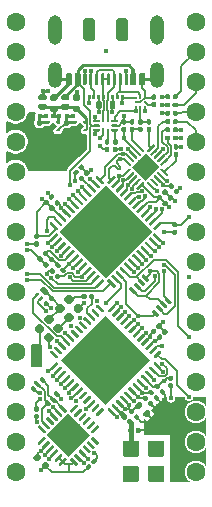
<source format=gtl>
G04 #@! TF.GenerationSoftware,KiCad,Pcbnew,5.1.9-1.fc33*
G04 #@! TF.CreationDate,2021-05-01T23:08:35+02:00*
G04 #@! TF.ProjectId,reDIP-SX,72654449-502d-4535-982e-6b696361645f,0.2*
G04 #@! TF.SameCoordinates,PX5e28010PY8011a50*
G04 #@! TF.FileFunction,Copper,L1,Top*
G04 #@! TF.FilePolarity,Positive*
%FSLAX46Y46*%
G04 Gerber Fmt 4.6, Leading zero omitted, Abs format (unit mm)*
G04 Created by KiCad (PCBNEW 5.1.9-1.fc33) date 2021-05-01 23:08:35*
%MOMM*%
%LPD*%
G01*
G04 APERTURE LIST*
G04 #@! TA.AperFunction,ComponentPad*
%ADD10O,1.200000X2.500000*%
G04 #@! TD*
G04 #@! TA.AperFunction,ComponentPad*
%ADD11O,1.200000X2.200000*%
G04 #@! TD*
G04 #@! TA.AperFunction,SMDPad,CuDef*
%ADD12C,0.200000*%
G04 #@! TD*
G04 #@! TA.AperFunction,SMDPad,CuDef*
%ADD13C,0.350000*%
G04 #@! TD*
G04 #@! TA.AperFunction,ComponentPad*
%ADD14C,1.600000*%
G04 #@! TD*
G04 #@! TA.AperFunction,ViaPad*
%ADD15C,0.400000*%
G04 #@! TD*
G04 #@! TA.AperFunction,Conductor*
%ADD16C,0.400000*%
G04 #@! TD*
G04 #@! TA.AperFunction,Conductor*
%ADD17C,0.200000*%
G04 #@! TD*
G04 #@! TA.AperFunction,Conductor*
%ADD18C,0.150000*%
G04 #@! TD*
G04 #@! TA.AperFunction,Conductor*
%ADD19C,0.250000*%
G04 #@! TD*
G04 #@! TA.AperFunction,Conductor*
%ADD20C,0.100000*%
G04 #@! TD*
G04 #@! TA.AperFunction,Conductor*
%ADD21C,0.350000*%
G04 #@! TD*
G04 APERTURE END LIST*
G04 #@! TO.P,C28,2*
G04 #@! TO.N,GND*
G04 #@! TA.AperFunction,SMDPad,CuDef*
G36*
G01*
X3935650Y19017072D02*
X4077072Y18875650D01*
G75*
G02*
X4077072Y18734228I-70711J-70711D01*
G01*
X3893224Y18550380D01*
G75*
G02*
X3751802Y18550380I-70711J70711D01*
G01*
X3610380Y18691802D01*
G75*
G02*
X3610380Y18833224I70711J70711D01*
G01*
X3794228Y19017072D01*
G75*
G02*
X3935650Y19017072I70711J-70711D01*
G01*
G37*
G04 #@! TD.AperFunction*
G04 #@! TO.P,C28,1*
G04 #@! TO.N,Net-(C27-Pad1)*
G04 #@! TA.AperFunction,SMDPad,CuDef*
G36*
G01*
X4388198Y19469620D02*
X4529620Y19328198D01*
G75*
G02*
X4529620Y19186776I-70711J-70711D01*
G01*
X4345772Y19002928D01*
G75*
G02*
X4204350Y19002928I-70711J70711D01*
G01*
X4062928Y19144350D01*
G75*
G02*
X4062928Y19285772I70711J70711D01*
G01*
X4246776Y19469620D01*
G75*
G02*
X4388198Y19469620I70711J-70711D01*
G01*
G37*
G04 #@! TD.AperFunction*
G04 #@! TD*
G04 #@! TO.P,U11,8*
G04 #@! TO.N,+5V*
G04 #@! TA.AperFunction,SMDPad,CuDef*
G36*
G01*
X13874404Y15950190D02*
X13980470Y16056256D01*
G75*
G02*
X14086536Y16056256I53033J-53033D01*
G01*
X14475444Y15667348D01*
G75*
G02*
X14475444Y15561282I-53033J-53033D01*
G01*
X14369378Y15455216D01*
G75*
G02*
X14263312Y15455216I-53033J53033D01*
G01*
X13874404Y15844124D01*
G75*
G02*
X13874404Y15950190I53033J53033D01*
G01*
G37*
G04 #@! TD.AperFunction*
G04 #@! TO.P,U11,7*
G04 #@! TO.N,GND*
G04 #@! TA.AperFunction,SMDPad,CuDef*
G36*
G01*
X13520851Y15596637D02*
X13626917Y15702703D01*
G75*
G02*
X13732983Y15702703I53033J-53033D01*
G01*
X14121891Y15313795D01*
G75*
G02*
X14121891Y15207729I-53033J-53033D01*
G01*
X14015825Y15101663D01*
G75*
G02*
X13909759Y15101663I-53033J53033D01*
G01*
X13520851Y15490571D01*
G75*
G02*
X13520851Y15596637I53033J53033D01*
G01*
G37*
G04 #@! TD.AperFunction*
G04 #@! TO.P,U11,6*
G04 #@! TO.N,/POT_Y*
G04 #@! TA.AperFunction,SMDPad,CuDef*
G36*
G01*
X13167297Y15243083D02*
X13273363Y15349149D01*
G75*
G02*
X13379429Y15349149I53033J-53033D01*
G01*
X13768337Y14960241D01*
G75*
G02*
X13768337Y14854175I-53033J-53033D01*
G01*
X13662271Y14748109D01*
G75*
G02*
X13556205Y14748109I-53033J53033D01*
G01*
X13167297Y15137017D01*
G75*
G02*
X13167297Y15243083I53033J53033D01*
G01*
G37*
G04 #@! TD.AperFunction*
G04 #@! TO.P,U11,5*
G04 #@! TO.N,/ICE_POT_Y*
G04 #@! TA.AperFunction,SMDPad,CuDef*
G36*
G01*
X12813744Y14889530D02*
X12919810Y14995596D01*
G75*
G02*
X13025876Y14995596I53033J-53033D01*
G01*
X13414784Y14606688D01*
G75*
G02*
X13414784Y14500622I-53033J-53033D01*
G01*
X13308718Y14394556D01*
G75*
G02*
X13202652Y14394556I-53033J53033D01*
G01*
X12813744Y14783464D01*
G75*
G02*
X12813744Y14889530I53033J53033D01*
G01*
G37*
G04 #@! TD.AperFunction*
G04 #@! TO.P,U11,4*
G04 #@! TO.N,GND*
G04 #@! TA.AperFunction,SMDPad,CuDef*
G36*
G01*
X10904556Y16798718D02*
X11010622Y16904784D01*
G75*
G02*
X11116688Y16904784I53033J-53033D01*
G01*
X11505596Y16515876D01*
G75*
G02*
X11505596Y16409810I-53033J-53033D01*
G01*
X11399530Y16303744D01*
G75*
G02*
X11293464Y16303744I-53033J53033D01*
G01*
X10904556Y16692652D01*
G75*
G02*
X10904556Y16798718I53033J53033D01*
G01*
G37*
G04 #@! TD.AperFunction*
G04 #@! TO.P,U11,3*
G04 #@! TO.N,/POT_X*
G04 #@! TA.AperFunction,SMDPad,CuDef*
G36*
G01*
X11258109Y17152271D02*
X11364175Y17258337D01*
G75*
G02*
X11470241Y17258337I53033J-53033D01*
G01*
X11859149Y16869429D01*
G75*
G02*
X11859149Y16763363I-53033J-53033D01*
G01*
X11753083Y16657297D01*
G75*
G02*
X11647017Y16657297I-53033J53033D01*
G01*
X11258109Y17046205D01*
G75*
G02*
X11258109Y17152271I53033J53033D01*
G01*
G37*
G04 #@! TD.AperFunction*
G04 #@! TO.P,U11,2*
G04 #@! TO.N,/ICE_POT_X*
G04 #@! TA.AperFunction,SMDPad,CuDef*
G36*
G01*
X11611663Y17505825D02*
X11717729Y17611891D01*
G75*
G02*
X11823795Y17611891I53033J-53033D01*
G01*
X12212703Y17222983D01*
G75*
G02*
X12212703Y17116917I-53033J-53033D01*
G01*
X12106637Y17010851D01*
G75*
G02*
X12000571Y17010851I-53033J53033D01*
G01*
X11611663Y17399759D01*
G75*
G02*
X11611663Y17505825I53033J53033D01*
G01*
G37*
G04 #@! TD.AperFunction*
G04 #@! TO.P,U11,1*
G04 #@! TO.N,GND*
G04 #@! TA.AperFunction,SMDPad,CuDef*
G36*
G01*
X11965216Y17859378D02*
X12071282Y17965444D01*
G75*
G02*
X12177348Y17965444I53033J-53033D01*
G01*
X12566256Y17576536D01*
G75*
G02*
X12566256Y17470470I-53033J-53033D01*
G01*
X12460190Y17364404D01*
G75*
G02*
X12354124Y17364404I-53033J53033D01*
G01*
X11965216Y17753312D01*
G75*
G02*
X11965216Y17859378I53033J53033D01*
G01*
G37*
G04 #@! TD.AperFunction*
G04 #@! TD*
G04 #@! TO.P,R10,2*
G04 #@! TO.N,+3V3*
G04 #@! TA.AperFunction,SMDPad,CuDef*
G36*
G01*
X6455650Y26827072D02*
X6597072Y26685650D01*
G75*
G02*
X6597072Y26544228I-70711J-70711D01*
G01*
X6413224Y26360380D01*
G75*
G02*
X6271802Y26360380I-70711J70711D01*
G01*
X6130380Y26501802D01*
G75*
G02*
X6130380Y26643224I70711J70711D01*
G01*
X6314228Y26827072D01*
G75*
G02*
X6455650Y26827072I70711J-70711D01*
G01*
G37*
G04 #@! TD.AperFunction*
G04 #@! TO.P,R10,1*
G04 #@! TO.N,/SPI_SCLK*
G04 #@! TA.AperFunction,SMDPad,CuDef*
G36*
G01*
X6908198Y27279620D02*
X7049620Y27138198D01*
G75*
G02*
X7049620Y26996776I-70711J-70711D01*
G01*
X6865772Y26812928D01*
G75*
G02*
X6724350Y26812928I-70711J70711D01*
G01*
X6582928Y26954350D01*
G75*
G02*
X6582928Y27095772I70711J70711D01*
G01*
X6766776Y27279620D01*
G75*
G02*
X6908198Y27279620I70711J-70711D01*
G01*
G37*
G04 #@! TD.AperFunction*
G04 #@! TD*
G04 #@! TO.P,J1,B1*
G04 #@! TO.N,GND*
G04 #@! TA.AperFunction,SMDPad,CuDef*
G36*
G01*
X6050000Y34922400D02*
X6050000Y34057600D01*
G75*
G02*
X5982400Y33990000I-67600J0D01*
G01*
X5597600Y33990000D01*
G75*
G02*
X5530000Y34057600I0J67600D01*
G01*
X5530000Y34922400D01*
G75*
G02*
X5597600Y34990000I67600J0D01*
G01*
X5982400Y34990000D01*
G75*
G02*
X6050000Y34922400I0J-67600D01*
G01*
G37*
G04 #@! TD.AperFunction*
G04 #@! TO.P,J1,B4*
G04 #@! TO.N,VBUS*
G04 #@! TA.AperFunction,SMDPad,CuDef*
G36*
G01*
X6800000Y34922400D02*
X6800000Y34057600D01*
G75*
G02*
X6732400Y33990000I-67600J0D01*
G01*
X6347600Y33990000D01*
G75*
G02*
X6280000Y34057600I0J67600D01*
G01*
X6280000Y34922400D01*
G75*
G02*
X6347600Y34990000I67600J0D01*
G01*
X6732400Y34990000D01*
G75*
G02*
X6800000Y34922400I0J-67600D01*
G01*
G37*
G04 #@! TD.AperFunction*
G04 #@! TO.P,J1,B9*
G04 #@! TA.AperFunction,SMDPad,CuDef*
G36*
G01*
X11500000Y34922400D02*
X11500000Y34057600D01*
G75*
G02*
X11432400Y33990000I-67600J0D01*
G01*
X11047600Y33990000D01*
G75*
G02*
X10980000Y34057600I0J67600D01*
G01*
X10980000Y34922400D01*
G75*
G02*
X11047600Y34990000I67600J0D01*
G01*
X11432400Y34990000D01*
G75*
G02*
X11500000Y34922400I0J-67600D01*
G01*
G37*
G04 #@! TD.AperFunction*
G04 #@! TO.P,J1,B12*
G04 #@! TO.N,GND*
G04 #@! TA.AperFunction,SMDPad,CuDef*
G36*
G01*
X12250000Y34922400D02*
X12250000Y34057600D01*
G75*
G02*
X12182400Y33990000I-67600J0D01*
G01*
X11797600Y33990000D01*
G75*
G02*
X11730000Y34057600I0J67600D01*
G01*
X11730000Y34922400D01*
G75*
G02*
X11797600Y34990000I67600J0D01*
G01*
X12182400Y34990000D01*
G75*
G02*
X12250000Y34922400I0J-67600D01*
G01*
G37*
G04 #@! TD.AperFunction*
G04 #@! TO.P,J1,*
G04 #@! TO.N,*
G04 #@! TA.AperFunction,SMDPad,CuDef*
G36*
G01*
X10790000Y39490000D02*
X10790000Y37890000D01*
G75*
G02*
X10590000Y37690000I-200000J0D01*
G01*
X9990000Y37690000D01*
G75*
G02*
X9790000Y37890000I0J200000D01*
G01*
X9790000Y39490000D01*
G75*
G02*
X9990000Y39690000I200000J0D01*
G01*
X10590000Y39690000D01*
G75*
G02*
X10790000Y39490000I0J-200000D01*
G01*
G37*
G04 #@! TD.AperFunction*
G04 #@! TA.AperFunction,SMDPad,CuDef*
G36*
G01*
X7990000Y39490000D02*
X7990000Y37890000D01*
G75*
G02*
X7790000Y37690000I-200000J0D01*
G01*
X7190000Y37690000D01*
G75*
G02*
X6990000Y37890000I0J200000D01*
G01*
X6990000Y39490000D01*
G75*
G02*
X7190000Y39690000I200000J0D01*
G01*
X7790000Y39690000D01*
G75*
G02*
X7990000Y39490000I0J-200000D01*
G01*
G37*
G04 #@! TD.AperFunction*
D10*
G04 #@! TO.P,J1,S1*
G04 #@! TO.N,GND*
X13210000Y38690000D03*
X4570000Y38690000D03*
D11*
X13210000Y34865000D03*
X4570000Y34865000D03*
G04 #@! TO.P,J1,A1*
G04 #@! TA.AperFunction,SMDPad,CuDef*
G36*
G01*
X12250000Y34922400D02*
X12250000Y34057600D01*
G75*
G02*
X12182400Y33990000I-67600J0D01*
G01*
X11797600Y33990000D01*
G75*
G02*
X11730000Y34057600I0J67600D01*
G01*
X11730000Y34922400D01*
G75*
G02*
X11797600Y34990000I67600J0D01*
G01*
X12182400Y34990000D01*
G75*
G02*
X12250000Y34922400I0J-67600D01*
G01*
G37*
G04 #@! TD.AperFunction*
G04 #@! TO.P,J1,A4*
G04 #@! TO.N,VBUS*
G04 #@! TA.AperFunction,SMDPad,CuDef*
G36*
G01*
X11500000Y34922400D02*
X11500000Y34057600D01*
G75*
G02*
X11432400Y33990000I-67600J0D01*
G01*
X11047600Y33990000D01*
G75*
G02*
X10980000Y34057600I0J67600D01*
G01*
X10980000Y34922400D01*
G75*
G02*
X11047600Y34990000I67600J0D01*
G01*
X11432400Y34990000D01*
G75*
G02*
X11500000Y34922400I0J-67600D01*
G01*
G37*
G04 #@! TD.AperFunction*
G04 #@! TO.P,J1,A12*
G04 #@! TO.N,GND*
G04 #@! TA.AperFunction,SMDPad,CuDef*
G36*
G01*
X6050000Y34922400D02*
X6050000Y34057600D01*
G75*
G02*
X5982400Y33990000I-67600J0D01*
G01*
X5597600Y33990000D01*
G75*
G02*
X5530000Y34057600I0J67600D01*
G01*
X5530000Y34922400D01*
G75*
G02*
X5597600Y34990000I67600J0D01*
G01*
X5982400Y34990000D01*
G75*
G02*
X6050000Y34922400I0J-67600D01*
G01*
G37*
G04 #@! TD.AperFunction*
G04 #@! TO.P,J1,A9*
G04 #@! TO.N,VBUS*
G04 #@! TA.AperFunction,SMDPad,CuDef*
G36*
G01*
X6800000Y34922400D02*
X6800000Y34057600D01*
G75*
G02*
X6732400Y33990000I-67600J0D01*
G01*
X6347600Y33990000D01*
G75*
G02*
X6280000Y34057600I0J67600D01*
G01*
X6280000Y34922400D01*
G75*
G02*
X6347600Y34990000I67600J0D01*
G01*
X6732400Y34990000D01*
G75*
G02*
X6800000Y34922400I0J-67600D01*
G01*
G37*
G04 #@! TD.AperFunction*
G04 #@! TO.P,J1,A5*
G04 #@! TO.N,/CC1*
G04 #@! TA.AperFunction,SMDPad,CuDef*
G36*
G01*
X10775000Y34922500D02*
X10775000Y34057500D01*
G75*
G02*
X10707500Y33990000I-67500J0D01*
G01*
X10572500Y33990000D01*
G75*
G02*
X10505000Y34057500I0J67500D01*
G01*
X10505000Y34922500D01*
G75*
G02*
X10572500Y34990000I67500J0D01*
G01*
X10707500Y34990000D01*
G75*
G02*
X10775000Y34922500I0J-67500D01*
G01*
G37*
G04 #@! TD.AperFunction*
G04 #@! TO.P,J1,B8*
G04 #@! TO.N,/SBU2*
G04 #@! TA.AperFunction,SMDPad,CuDef*
G36*
G01*
X10275000Y34922500D02*
X10275000Y34057500D01*
G75*
G02*
X10207500Y33990000I-67500J0D01*
G01*
X10072500Y33990000D01*
G75*
G02*
X10005000Y34057500I0J67500D01*
G01*
X10005000Y34922500D01*
G75*
G02*
X10072500Y34990000I67500J0D01*
G01*
X10207500Y34990000D01*
G75*
G02*
X10275000Y34922500I0J-67500D01*
G01*
G37*
G04 #@! TD.AperFunction*
G04 #@! TO.P,J1,B7*
G04 #@! TO.N,Net-(D3-Pad4)*
G04 #@! TA.AperFunction,SMDPad,CuDef*
G36*
G01*
X9775000Y34922500D02*
X9775000Y34057500D01*
G75*
G02*
X9707500Y33990000I-67500J0D01*
G01*
X9572500Y33990000D01*
G75*
G02*
X9505000Y34057500I0J67500D01*
G01*
X9505000Y34922500D01*
G75*
G02*
X9572500Y34990000I67500J0D01*
G01*
X9707500Y34990000D01*
G75*
G02*
X9775000Y34922500I0J-67500D01*
G01*
G37*
G04 #@! TD.AperFunction*
G04 #@! TO.P,J1,A6*
G04 #@! TO.N,Net-(D3-Pad5)*
G04 #@! TA.AperFunction,SMDPad,CuDef*
G36*
G01*
X9275000Y34922500D02*
X9275000Y34057500D01*
G75*
G02*
X9207500Y33990000I-67500J0D01*
G01*
X9072500Y33990000D01*
G75*
G02*
X9005000Y34057500I0J67500D01*
G01*
X9005000Y34922500D01*
G75*
G02*
X9072500Y34990000I67500J0D01*
G01*
X9207500Y34990000D01*
G75*
G02*
X9275000Y34922500I0J-67500D01*
G01*
G37*
G04 #@! TD.AperFunction*
G04 #@! TO.P,J1,B6*
G04 #@! TA.AperFunction,SMDPad,CuDef*
G36*
G01*
X8775000Y34922500D02*
X8775000Y34057500D01*
G75*
G02*
X8707500Y33990000I-67500J0D01*
G01*
X8572500Y33990000D01*
G75*
G02*
X8505000Y34057500I0J67500D01*
G01*
X8505000Y34922500D01*
G75*
G02*
X8572500Y34990000I67500J0D01*
G01*
X8707500Y34990000D01*
G75*
G02*
X8775000Y34922500I0J-67500D01*
G01*
G37*
G04 #@! TD.AperFunction*
G04 #@! TO.P,J1,A7*
G04 #@! TO.N,Net-(D3-Pad4)*
G04 #@! TA.AperFunction,SMDPad,CuDef*
G36*
G01*
X8275000Y34922500D02*
X8275000Y34057500D01*
G75*
G02*
X8207500Y33990000I-67500J0D01*
G01*
X8072500Y33990000D01*
G75*
G02*
X8005000Y34057500I0J67500D01*
G01*
X8005000Y34922500D01*
G75*
G02*
X8072500Y34990000I67500J0D01*
G01*
X8207500Y34990000D01*
G75*
G02*
X8275000Y34922500I0J-67500D01*
G01*
G37*
G04 #@! TD.AperFunction*
G04 #@! TO.P,J1,B5*
G04 #@! TO.N,/CC2*
G04 #@! TA.AperFunction,SMDPad,CuDef*
G36*
G01*
X7775000Y34922500D02*
X7775000Y34057500D01*
G75*
G02*
X7707500Y33990000I-67500J0D01*
G01*
X7572500Y33990000D01*
G75*
G02*
X7505000Y34057500I0J67500D01*
G01*
X7505000Y34922500D01*
G75*
G02*
X7572500Y34990000I67500J0D01*
G01*
X7707500Y34990000D01*
G75*
G02*
X7775000Y34922500I0J-67500D01*
G01*
G37*
G04 #@! TD.AperFunction*
G04 #@! TO.P,J1,A8*
G04 #@! TO.N,/SBU1*
G04 #@! TA.AperFunction,SMDPad,CuDef*
G36*
G01*
X7275000Y34922500D02*
X7275000Y34057500D01*
G75*
G02*
X7207500Y33990000I-67500J0D01*
G01*
X7072500Y33990000D01*
G75*
G02*
X7005000Y34057500I0J67500D01*
G01*
X7005000Y34922500D01*
G75*
G02*
X7072500Y34990000I67500J0D01*
G01*
X7207500Y34990000D01*
G75*
G02*
X7275000Y34922500I0J-67500D01*
G01*
G37*
G04 #@! TD.AperFunction*
G04 #@! TD*
G04 #@! TO.P,Q2,1*
G04 #@! TO.N,/LED_~EN~*
G04 #@! TA.AperFunction,SMDPad,CuDef*
G36*
G01*
X2985026Y16037158D02*
X2878960Y16143224D01*
G75*
G02*
X2878960Y16213934I35355J35355D01*
G01*
X3091092Y16426066D01*
G75*
G02*
X3161802Y16426066I35355J-35355D01*
G01*
X3267868Y16320000D01*
G75*
G02*
X3267868Y16249290I-35355J-35355D01*
G01*
X3055736Y16037158D01*
G75*
G02*
X2985026Y16037158I-35355J35355D01*
G01*
G37*
G04 #@! TD.AperFunction*
G04 #@! TO.P,Q2,2*
G04 #@! TO.N,+3V3*
G04 #@! TA.AperFunction,SMDPad,CuDef*
G36*
G01*
X3303224Y15718960D02*
X3197158Y15825026D01*
G75*
G02*
X3197158Y15895736I35355J35355D01*
G01*
X3409290Y16107868D01*
G75*
G02*
X3480000Y16107868I35355J-35355D01*
G01*
X3586066Y16001802D01*
G75*
G02*
X3586066Y15931092I-35355J-35355D01*
G01*
X3373934Y15718960D01*
G75*
G02*
X3303224Y15718960I-35355J35355D01*
G01*
G37*
G04 #@! TD.AperFunction*
G04 #@! TO.P,Q2,3*
G04 #@! TO.N,Net-(C29-Pad1)*
G04 #@! TA.AperFunction,SMDPad,CuDef*
G36*
G01*
X3798198Y16213934D02*
X3373934Y16638198D01*
G75*
G02*
X3373934Y16708908I35355J35355D01*
G01*
X3586066Y16921040D01*
G75*
G02*
X3656776Y16921040I35355J-35355D01*
G01*
X4081040Y16496776D01*
G75*
G02*
X4081040Y16426066I-35355J-35355D01*
G01*
X3868908Y16213934D01*
G75*
G02*
X3798198Y16213934I-35355J35355D01*
G01*
G37*
G04 #@! TD.AperFunction*
G04 #@! TD*
G04 #@! TO.P,Q1,6*
G04 #@! TO.N,/SYS_CLK*
G04 #@! TA.AperFunction,SMDPad,CuDef*
G36*
G01*
X3031957Y8150486D02*
X2899374Y8017903D01*
G75*
G02*
X2766792Y8017903I-66291J66291D01*
G01*
X2545821Y8238874D01*
G75*
G02*
X2545821Y8371456I66291J66291D01*
G01*
X2678404Y8504039D01*
G75*
G02*
X2810986Y8504039I66291J-66291D01*
G01*
X3031957Y8283068D01*
G75*
G02*
X3031957Y8150486I-66291J-66291D01*
G01*
G37*
G04 #@! TD.AperFunction*
G04 #@! TO.P,Q1,4*
G04 #@! TO.N,/RTS*
G04 #@! TA.AperFunction,SMDPad,CuDef*
G36*
G01*
X3792097Y8910626D02*
X3659514Y8778043D01*
G75*
G02*
X3526932Y8778043I-66291J66291D01*
G01*
X3305961Y8999014D01*
G75*
G02*
X3305961Y9131596I66291J66291D01*
G01*
X3438544Y9264179D01*
G75*
G02*
X3571126Y9264179I66291J-66291D01*
G01*
X3792097Y9043208D01*
G75*
G02*
X3792097Y8910626I-66291J-66291D01*
G01*
G37*
G04 #@! TD.AperFunction*
G04 #@! TO.P,Q1,2*
G04 #@! TA.AperFunction,SMDPad,CuDef*
G36*
G01*
X4706917Y7209149D02*
X4600851Y7103083D01*
G75*
G02*
X4494785Y7103083I-53033J53033D01*
G01*
X4141231Y7456637D01*
G75*
G02*
X4141231Y7562703I53033J53033D01*
G01*
X4247297Y7668769D01*
G75*
G02*
X4353363Y7668769I53033J-53033D01*
G01*
X4706917Y7315215D01*
G75*
G02*
X4706917Y7209149I-53033J-53033D01*
G01*
G37*
G04 #@! TD.AperFunction*
G04 #@! TO.P,Q1,5*
G04 #@! TO.N,/DTR*
G04 #@! TA.AperFunction,SMDPad,CuDef*
G36*
G01*
X3398769Y8517297D02*
X3292703Y8411231D01*
G75*
G02*
X3186637Y8411231I-53033J53033D01*
G01*
X2833083Y8764785D01*
G75*
G02*
X2833083Y8870851I53033J53033D01*
G01*
X2939149Y8976917D01*
G75*
G02*
X3045215Y8976917I53033J-53033D01*
G01*
X3398769Y8623363D01*
G75*
G02*
X3398769Y8517297I-53033J-53033D01*
G01*
G37*
G04 #@! TD.AperFunction*
G04 #@! TO.P,Q1,3*
G04 #@! TO.N,/ESP_EN*
G04 #@! TA.AperFunction,SMDPad,CuDef*
G36*
G01*
X4994179Y7708544D02*
X4861596Y7575961D01*
G75*
G02*
X4729014Y7575961I-66291J66291D01*
G01*
X4508043Y7796932D01*
G75*
G02*
X4508043Y7929514I66291J66291D01*
G01*
X4640626Y8062097D01*
G75*
G02*
X4773208Y8062097I66291J-66291D01*
G01*
X4994179Y7841126D01*
G75*
G02*
X4994179Y7708544I-66291J-66291D01*
G01*
G37*
G04 #@! TD.AperFunction*
G04 #@! TO.P,Q1,1*
G04 #@! TO.N,/DTR*
G04 #@! TA.AperFunction,SMDPad,CuDef*
G36*
G01*
X4234039Y6948404D02*
X4101456Y6815821D01*
G75*
G02*
X3968874Y6815821I-66291J66291D01*
G01*
X3747903Y7036792D01*
G75*
G02*
X3747903Y7169374I66291J66291D01*
G01*
X3880486Y7301957D01*
G75*
G02*
X4013068Y7301957I66291J-66291D01*
G01*
X4234039Y7080986D01*
G75*
G02*
X4234039Y6948404I-66291J-66291D01*
G01*
G37*
G04 #@! TD.AperFunction*
G04 #@! TD*
G04 #@! TO.P,U3,10*
G04 #@! TO.N,/D+*
G04 #@! TA.AperFunction,SMDPad,CuDef*
G36*
G01*
X8336750Y30057500D02*
X7886250Y30057500D01*
G75*
G02*
X7830000Y30113750I0J56250D01*
G01*
X7830000Y30226250D01*
G75*
G02*
X7886250Y30282500I56250J0D01*
G01*
X8336750Y30282500D01*
G75*
G02*
X8393000Y30226250I0J-56250D01*
G01*
X8393000Y30113750D01*
G75*
G02*
X8336750Y30057500I-56250J0D01*
G01*
G37*
G04 #@! TD.AperFunction*
G04 #@! TO.P,U3,9*
G04 #@! TO.N,VBUS*
G04 #@! TA.AperFunction,SMDPad,CuDef*
G36*
G01*
X8336750Y30457500D02*
X7886250Y30457500D01*
G75*
G02*
X7830000Y30513750I0J56250D01*
G01*
X7830000Y30626250D01*
G75*
G02*
X7886250Y30682500I56250J0D01*
G01*
X8336750Y30682500D01*
G75*
G02*
X8393000Y30626250I0J-56250D01*
G01*
X8393000Y30513750D01*
G75*
G02*
X8336750Y30457500I-56250J0D01*
G01*
G37*
G04 #@! TD.AperFunction*
G04 #@! TO.P,U3,8*
G04 #@! TO.N,/A_SEL*
G04 #@! TA.AperFunction,SMDPad,CuDef*
G36*
G01*
X8336750Y30857500D02*
X7886250Y30857500D01*
G75*
G02*
X7830000Y30913750I0J56250D01*
G01*
X7830000Y31026250D01*
G75*
G02*
X7886250Y31082500I56250J0D01*
G01*
X8336750Y31082500D01*
G75*
G02*
X8393000Y31026250I0J-56250D01*
G01*
X8393000Y30913750D01*
G75*
G02*
X8336750Y30857500I-56250J0D01*
G01*
G37*
G04 #@! TD.AperFunction*
G04 #@! TO.P,U3,7*
G04 #@! TO.N,Net-(D3-Pad5)*
G04 #@! TA.AperFunction,SMDPad,CuDef*
G36*
G01*
X8792500Y31363750D02*
X8792500Y30913250D01*
G75*
G02*
X8736250Y30857000I-56250J0D01*
G01*
X8623750Y30857000D01*
G75*
G02*
X8567500Y30913250I0J56250D01*
G01*
X8567500Y31363750D01*
G75*
G02*
X8623750Y31420000I56250J0D01*
G01*
X8736250Y31420000D01*
G75*
G02*
X8792500Y31363750I0J-56250D01*
G01*
G37*
G04 #@! TD.AperFunction*
G04 #@! TO.P,U3,6*
G04 #@! TO.N,Net-(D3-Pad4)*
G04 #@! TA.AperFunction,SMDPad,CuDef*
G36*
G01*
X9192500Y31363750D02*
X9192500Y30913250D01*
G75*
G02*
X9136250Y30857000I-56250J0D01*
G01*
X9023750Y30857000D01*
G75*
G02*
X8967500Y30913250I0J56250D01*
G01*
X8967500Y31363750D01*
G75*
G02*
X9023750Y31420000I56250J0D01*
G01*
X9136250Y31420000D01*
G75*
G02*
X9192500Y31363750I0J-56250D01*
G01*
G37*
G04 #@! TD.AperFunction*
G04 #@! TO.P,U3,5*
G04 #@! TO.N,+3V3*
G04 #@! TA.AperFunction,SMDPad,CuDef*
G36*
G01*
X9873750Y30857500D02*
X9423250Y30857500D01*
G75*
G02*
X9367000Y30913750I0J56250D01*
G01*
X9367000Y31026250D01*
G75*
G02*
X9423250Y31082500I56250J0D01*
G01*
X9873750Y31082500D01*
G75*
G02*
X9930000Y31026250I0J-56250D01*
G01*
X9930000Y30913750D01*
G75*
G02*
X9873750Y30857500I-56250J0D01*
G01*
G37*
G04 #@! TD.AperFunction*
G04 #@! TO.P,U3,4*
G04 #@! TO.N,GND*
G04 #@! TA.AperFunction,SMDPad,CuDef*
G36*
G01*
X9873750Y30457500D02*
X9423250Y30457500D01*
G75*
G02*
X9367000Y30513750I0J56250D01*
G01*
X9367000Y30626250D01*
G75*
G02*
X9423250Y30682500I56250J0D01*
G01*
X9873750Y30682500D01*
G75*
G02*
X9930000Y30626250I0J-56250D01*
G01*
X9930000Y30513750D01*
G75*
G02*
X9873750Y30457500I-56250J0D01*
G01*
G37*
G04 #@! TD.AperFunction*
G04 #@! TO.P,U3,3*
G04 #@! TO.N,/A_L*
G04 #@! TA.AperFunction,SMDPad,CuDef*
G36*
G01*
X9873750Y30057500D02*
X9423250Y30057500D01*
G75*
G02*
X9367000Y30113750I0J56250D01*
G01*
X9367000Y30226250D01*
G75*
G02*
X9423250Y30282500I56250J0D01*
G01*
X9873750Y30282500D01*
G75*
G02*
X9930000Y30226250I0J-56250D01*
G01*
X9930000Y30113750D01*
G75*
G02*
X9873750Y30057500I-56250J0D01*
G01*
G37*
G04 #@! TD.AperFunction*
G04 #@! TO.P,U3,2*
G04 #@! TO.N,/A_R*
G04 #@! TA.AperFunction,SMDPad,CuDef*
G36*
G01*
X9192500Y30226750D02*
X9192500Y29776250D01*
G75*
G02*
X9136250Y29720000I-56250J0D01*
G01*
X9023750Y29720000D01*
G75*
G02*
X8967500Y29776250I0J56250D01*
G01*
X8967500Y30226750D01*
G75*
G02*
X9023750Y30283000I56250J0D01*
G01*
X9136250Y30283000D01*
G75*
G02*
X9192500Y30226750I0J-56250D01*
G01*
G37*
G04 #@! TD.AperFunction*
G04 #@! TO.P,U3,1*
G04 #@! TO.N,/D-*
G04 #@! TA.AperFunction,SMDPad,CuDef*
G36*
G01*
X8792500Y30326750D02*
X8792500Y29776250D01*
G75*
G02*
X8736250Y29720000I-56250J0D01*
G01*
X8623750Y29720000D01*
G75*
G02*
X8567500Y29776250I0J56250D01*
G01*
X8567500Y30326750D01*
G75*
G02*
X8623750Y30383000I56250J0D01*
G01*
X8736250Y30383000D01*
G75*
G02*
X8792500Y30326750I0J-56250D01*
G01*
G37*
G04 #@! TD.AperFunction*
G04 #@! TD*
G04 #@! TO.P,D3,1*
G04 #@! TO.N,/SBU1*
G04 #@! TA.AperFunction,SMDPad,CuDef*
G36*
G01*
X10415000Y33140000D02*
X10415000Y32740000D01*
G75*
G02*
X10365000Y32690000I-50000J0D01*
G01*
X10215000Y32690000D01*
G75*
G02*
X10165000Y32740000I0J50000D01*
G01*
X10165000Y33140000D01*
G75*
G02*
X10215000Y33190000I50000J0D01*
G01*
X10365000Y33190000D01*
G75*
G02*
X10415000Y33140000I0J-50000D01*
G01*
G37*
G04 #@! TD.AperFunction*
G04 #@! TO.P,D3,7*
G04 #@! TO.N,/CC2*
G04 #@! TA.AperFunction,SMDPad,CuDef*
G36*
G01*
X8015000Y33140000D02*
X8015000Y32840000D01*
G75*
G02*
X7965000Y32790000I-50000J0D01*
G01*
X7815000Y32790000D01*
G75*
G02*
X7765000Y32840000I0J50000D01*
G01*
X7765000Y33140000D01*
G75*
G02*
X7815000Y33190000I50000J0D01*
G01*
X7965000Y33190000D01*
G75*
G02*
X8015000Y33140000I0J-50000D01*
G01*
G37*
G04 #@! TD.AperFunction*
G04 #@! TO.P,D3,2*
G04 #@! TO.N,/SBU2*
G04 #@! TA.AperFunction,SMDPad,CuDef*
G36*
G01*
X10015000Y33140000D02*
X10015000Y32840000D01*
G75*
G02*
X9965000Y32790000I-50000J0D01*
G01*
X9815000Y32790000D01*
G75*
G02*
X9765000Y32840000I0J50000D01*
G01*
X9765000Y33140000D01*
G75*
G02*
X9815000Y33190000I50000J0D01*
G01*
X9965000Y33190000D01*
G75*
G02*
X10015000Y33140000I0J-50000D01*
G01*
G37*
G04 #@! TD.AperFunction*
G04 #@! TO.P,D3,6*
G04 #@! TO.N,GND*
G04 #@! TA.AperFunction,SMDPad,CuDef*
G36*
G01*
X8415000Y33140000D02*
X8415000Y32840000D01*
G75*
G02*
X8365000Y32790000I-50000J0D01*
G01*
X8215000Y32790000D01*
G75*
G02*
X8165000Y32840000I0J50000D01*
G01*
X8165000Y33140000D01*
G75*
G02*
X8215000Y33190000I50000J0D01*
G01*
X8365000Y33190000D01*
G75*
G02*
X8415000Y33140000I0J-50000D01*
G01*
G37*
G04 #@! TD.AperFunction*
G04 #@! TO.P,D3,3*
G04 #@! TO.N,VBUS*
G04 #@! TA.AperFunction,SMDPad,CuDef*
G36*
G01*
X9615000Y33140000D02*
X9615000Y32840000D01*
G75*
G02*
X9565000Y32790000I-50000J0D01*
G01*
X9415000Y32790000D01*
G75*
G02*
X9365000Y32840000I0J50000D01*
G01*
X9365000Y33140000D01*
G75*
G02*
X9415000Y33190000I50000J0D01*
G01*
X9565000Y33190000D01*
G75*
G02*
X9615000Y33140000I0J-50000D01*
G01*
G37*
G04 #@! TD.AperFunction*
G04 #@! TO.P,D3,5*
G04 #@! TO.N,Net-(D3-Pad5)*
G04 #@! TA.AperFunction,SMDPad,CuDef*
G36*
G01*
X8815000Y33140000D02*
X8815000Y32840000D01*
G75*
G02*
X8765000Y32790000I-50000J0D01*
G01*
X8615000Y32790000D01*
G75*
G02*
X8565000Y32840000I0J50000D01*
G01*
X8565000Y33140000D01*
G75*
G02*
X8615000Y33190000I50000J0D01*
G01*
X8765000Y33190000D01*
G75*
G02*
X8815000Y33140000I0J-50000D01*
G01*
G37*
G04 #@! TD.AperFunction*
G04 #@! TO.P,D3,4*
G04 #@! TO.N,Net-(D3-Pad4)*
G04 #@! TA.AperFunction,SMDPad,CuDef*
G36*
G01*
X9215000Y33140000D02*
X9215000Y32840000D01*
G75*
G02*
X9165000Y32790000I-50000J0D01*
G01*
X9015000Y32790000D01*
G75*
G02*
X8965000Y32840000I0J50000D01*
G01*
X8965000Y33140000D01*
G75*
G02*
X9015000Y33190000I50000J0D01*
G01*
X9165000Y33190000D01*
G75*
G02*
X9215000Y33140000I0J-50000D01*
G01*
G37*
G04 #@! TD.AperFunction*
G04 #@! TO.P,D3,8*
G04 #@! TO.N,/CC1*
G04 #@! TA.AperFunction,SMDPad,CuDef*
G36*
G01*
X7615000Y33140000D02*
X7615000Y32840000D01*
G75*
G02*
X7565000Y32790000I-50000J0D01*
G01*
X7415000Y32790000D01*
G75*
G02*
X7365000Y32840000I0J50000D01*
G01*
X7365000Y33140000D01*
G75*
G02*
X7415000Y33190000I50000J0D01*
G01*
X7565000Y33190000D01*
G75*
G02*
X7615000Y33140000I0J-50000D01*
G01*
G37*
G04 #@! TD.AperFunction*
G04 #@! TO.P,D3,10*
G04 #@! TO.N,VBUS*
G04 #@! TA.AperFunction,SMDPad,CuDef*
G36*
G01*
X9720000Y32540000D02*
X9720000Y32090000D01*
G75*
G02*
X9620000Y31990000I-100000J0D01*
G01*
X9320000Y31990000D01*
G75*
G02*
X9220000Y32090000I0J100000D01*
G01*
X9220000Y32540000D01*
G75*
G02*
X9320000Y32640000I100000J0D01*
G01*
X9620000Y32640000D01*
G75*
G02*
X9720000Y32540000I0J-100000D01*
G01*
G37*
G04 #@! TD.AperFunction*
G04 #@! TO.P,D3,9*
G04 #@! TO.N,GND*
G04 #@! TA.AperFunction,SMDPad,CuDef*
G36*
G01*
X8560000Y32540000D02*
X8560000Y32090000D01*
G75*
G02*
X8460000Y31990000I-100000J0D01*
G01*
X8160000Y31990000D01*
G75*
G02*
X8060000Y32090000I0J100000D01*
G01*
X8060000Y32540000D01*
G75*
G02*
X8160000Y32640000I100000J0D01*
G01*
X8460000Y32640000D01*
G75*
G02*
X8560000Y32540000I0J-100000D01*
G01*
G37*
G04 #@! TD.AperFunction*
G04 #@! TD*
G04 #@! TO.P,AE1,1*
G04 #@! TO.N,Net-(AE1-Pad1)*
G04 #@! TA.AperFunction,SMDPad,CuDef*
G36*
G01*
X10340000Y2617500D02*
X10340000Y3832500D01*
G75*
G02*
X10407500Y3900000I67500J0D01*
G01*
X11622500Y3900000D01*
G75*
G02*
X11690000Y3832500I0J-67500D01*
G01*
X11690000Y2617500D01*
G75*
G02*
X11622500Y2550000I-67500J0D01*
G01*
X10407500Y2550000D01*
G75*
G02*
X10340000Y2617500I0J67500D01*
G01*
G37*
G04 #@! TD.AperFunction*
G04 #@! TO.P,AE1,*
G04 #@! TO.N,*
G04 #@! TA.AperFunction,SMDPad,CuDef*
G36*
G01*
X12490000Y2617500D02*
X12490000Y3832500D01*
G75*
G02*
X12557500Y3900000I67500J0D01*
G01*
X13772500Y3900000D01*
G75*
G02*
X13840000Y3832500I0J-67500D01*
G01*
X13840000Y2617500D01*
G75*
G02*
X13772500Y2550000I-67500J0D01*
G01*
X12557500Y2550000D01*
G75*
G02*
X12490000Y2617500I0J67500D01*
G01*
G37*
G04 #@! TD.AperFunction*
G04 #@! TA.AperFunction,SMDPad,CuDef*
G36*
G01*
X12490000Y467500D02*
X12490000Y1682500D01*
G75*
G02*
X12557500Y1750000I67500J0D01*
G01*
X13772500Y1750000D01*
G75*
G02*
X13840000Y1682500I0J-67500D01*
G01*
X13840000Y467500D01*
G75*
G02*
X13772500Y400000I-67500J0D01*
G01*
X12557500Y400000D01*
G75*
G02*
X12490000Y467500I0J67500D01*
G01*
G37*
G04 #@! TD.AperFunction*
G04 #@! TA.AperFunction,SMDPad,CuDef*
G36*
G01*
X10340000Y467500D02*
X10340000Y1682500D01*
G75*
G02*
X10407500Y1750000I67500J0D01*
G01*
X11622500Y1750000D01*
G75*
G02*
X11690000Y1682500I0J-67500D01*
G01*
X11690000Y467500D01*
G75*
G02*
X11622500Y400000I-67500J0D01*
G01*
X10407500Y400000D01*
G75*
G02*
X10340000Y467500I0J67500D01*
G01*
G37*
G04 #@! TD.AperFunction*
G04 #@! TD*
D12*
G04 #@! TO.P,U7,C3*
G04 #@! TO.N,GND*
X12240000Y32940000D03*
G04 #@! TO.P,U7,B3*
G04 #@! TO.N,/SBU2*
X11840000Y32940000D03*
G04 #@! TO.P,U7,A3*
G04 #@! TO.N,/SBU1*
X11440000Y32940000D03*
G04 #@! TO.P,U7,C2*
G04 #@! TO.N,Net-(C23-Pad1)*
X12240000Y32540000D03*
G04 #@! TO.P,U7,B2*
G04 #@! TO.N,GND*
X11840000Y32540000D03*
G04 #@! TO.P,U7,A2*
X11440000Y32540000D03*
G04 #@! TO.P,U7,C1*
G04 #@! TO.N,+3V3*
X12240000Y32140000D03*
G04 #@! TO.P,U7,B1*
G04 #@! TO.N,/MIC*
X11840000Y32140000D03*
G04 #@! TO.P,U7,A1*
G04 #@! TO.N,+3V3*
X11440000Y32140000D03*
G04 #@! TD*
G04 #@! TA.AperFunction,SMDPad,CuDef*
D13*
G04 #@! TO.P,U1,4*
G04 #@! TO.N,+5V*
G36*
X7130000Y30720000D02*
G01*
X6980000Y30870000D01*
X6980000Y30970000D01*
X7330000Y30970000D01*
X7330000Y30720000D01*
X7130000Y30720000D01*
G37*
G04 #@! TD.AperFunction*
G04 #@! TA.AperFunction,SMDPad,CuDef*
G04 #@! TO.P,U1,3*
G36*
X7130000Y30320000D02*
G01*
X7330000Y30320000D01*
X7330000Y30070000D01*
X6980000Y30070000D01*
X6980000Y30170000D01*
X7130000Y30320000D01*
G37*
G04 #@! TD.AperFunction*
G04 #@! TA.AperFunction,SMDPad,CuDef*
G04 #@! TO.P,U1,1*
G04 #@! TO.N,+1V2*
G36*
X6330000Y30720000D02*
G01*
X6130000Y30720000D01*
X6130000Y30970000D01*
X6480000Y30970000D01*
X6480000Y30870000D01*
X6330000Y30720000D01*
G37*
G04 #@! TD.AperFunction*
G04 #@! TA.AperFunction,SMDPad,CuDef*
G04 #@! TO.P,U1,2*
G04 #@! TO.N,GND*
G36*
X6330000Y30320000D02*
G01*
X6480000Y30170000D01*
X6480000Y30070000D01*
X6130000Y30070000D01*
X6130000Y30320000D01*
X6330000Y30320000D01*
G37*
G04 #@! TD.AperFunction*
G04 #@! TA.AperFunction,SMDPad,CuDef*
G36*
X6730000Y30180589D02*
G01*
X6390589Y30520000D01*
X6730000Y30859411D01*
X7069411Y30520000D01*
X6730000Y30180589D01*
G37*
G04 #@! TD.AperFunction*
G04 #@! TD*
G04 #@! TO.P,R13,2*
G04 #@! TO.N,/SPI_SCLK*
G04 #@! TA.AperFunction,SMDPad,CuDef*
G36*
G01*
X7214350Y26312928D02*
X7072928Y26454350D01*
G75*
G02*
X7072928Y26595772I70711J70711D01*
G01*
X7256776Y26779620D01*
G75*
G02*
X7398198Y26779620I70711J-70711D01*
G01*
X7539620Y26638198D01*
G75*
G02*
X7539620Y26496776I-70711J-70711D01*
G01*
X7355772Y26312928D01*
G75*
G02*
X7214350Y26312928I-70711J70711D01*
G01*
G37*
G04 #@! TD.AperFunction*
G04 #@! TO.P,R13,1*
G04 #@! TO.N,Net-(R13-Pad1)*
G04 #@! TA.AperFunction,SMDPad,CuDef*
G36*
G01*
X6761802Y25860380D02*
X6620380Y26001802D01*
G75*
G02*
X6620380Y26143224I70711J70711D01*
G01*
X6804228Y26327072D01*
G75*
G02*
X6945650Y26327072I70711J-70711D01*
G01*
X7087072Y26185650D01*
G75*
G02*
X7087072Y26044228I-70711J-70711D01*
G01*
X6903224Y25860380D01*
G75*
G02*
X6761802Y25860380I-70711J70711D01*
G01*
G37*
G04 #@! TD.AperFunction*
G04 #@! TD*
D14*
G04 #@! TO.P,J5,6*
G04 #@! TO.N,/A8*
X1270000Y26670000D03*
G04 #@! TO.P,J5,5*
G04 #@! TO.N,/A7*
X1270000Y29210000D03*
G04 #@! TO.P,J5,4*
G04 #@! TO.N,/A6*
X1270000Y31750000D03*
G04 #@! TO.P,J5,3*
G04 #@! TO.N,/A5*
X1270000Y34290000D03*
G04 #@! TO.P,J5,2*
G04 #@! TO.N,/~IO2~*
X1270000Y36830000D03*
G04 #@! TO.P,J5,1*
G04 #@! TO.N,/~IO1~*
X1270000Y39370000D03*
G04 #@! TD*
G04 #@! TA.AperFunction,SMDPad,CuDef*
D13*
G04 #@! TO.P,U2,4*
G04 #@! TO.N,+5V*
G36*
X4820000Y30720000D02*
G01*
X4670000Y30870000D01*
X4670000Y30970000D01*
X5020000Y30970000D01*
X5020000Y30720000D01*
X4820000Y30720000D01*
G37*
G04 #@! TD.AperFunction*
G04 #@! TA.AperFunction,SMDPad,CuDef*
G04 #@! TO.P,U2,3*
G04 #@! TO.N,+1V2*
G36*
X4820000Y30320000D02*
G01*
X5020000Y30320000D01*
X5020000Y30070000D01*
X4670000Y30070000D01*
X4670000Y30170000D01*
X4820000Y30320000D01*
G37*
G04 #@! TD.AperFunction*
G04 #@! TA.AperFunction,SMDPad,CuDef*
G04 #@! TO.P,U2,1*
G04 #@! TO.N,+3V3*
G36*
X4020000Y30720000D02*
G01*
X3820000Y30720000D01*
X3820000Y30970000D01*
X4170000Y30970000D01*
X4170000Y30870000D01*
X4020000Y30720000D01*
G37*
G04 #@! TD.AperFunction*
G04 #@! TA.AperFunction,SMDPad,CuDef*
G04 #@! TO.P,U2,2*
G04 #@! TO.N,GND*
G36*
X4020000Y30320000D02*
G01*
X4170000Y30170000D01*
X4170000Y30070000D01*
X3820000Y30070000D01*
X3820000Y30320000D01*
X4020000Y30320000D01*
G37*
G04 #@! TD.AperFunction*
G04 #@! TA.AperFunction,SMDPad,CuDef*
G36*
X4420000Y30180589D02*
G01*
X4080589Y30520000D01*
X4420000Y30859411D01*
X4759411Y30520000D01*
X4420000Y30180589D01*
G37*
G04 #@! TD.AperFunction*
G04 #@! TD*
G04 #@! TO.P,J9,1*
G04 #@! TO.N,/LED_DO*
G04 #@! TA.AperFunction,SMDPad,CuDef*
G36*
G01*
X2540000Y10340000D02*
X2540000Y11840000D01*
G75*
G02*
X2790000Y12090000I250000J0D01*
G01*
X3290000Y12090000D01*
G75*
G02*
X3540000Y11840000I0J-250000D01*
G01*
X3540000Y10340000D01*
G75*
G02*
X3290000Y10090000I-250000J0D01*
G01*
X2790000Y10090000D01*
G75*
G02*
X2540000Y10340000I0J250000D01*
G01*
G37*
G04 #@! TD.AperFunction*
G04 #@! TD*
G04 #@! TA.AperFunction,SMDPad,CuDef*
G04 #@! TO.P,U8,49*
G04 #@! TO.N,GND*
G36*
X8890000Y25549798D02*
G01*
X12849798Y21590000D01*
X8890000Y17630202D01*
X4930202Y21590000D01*
X8890000Y25549798D01*
G37*
G04 #@! TD.AperFunction*
G04 #@! TO.P,U8,48*
G04 #@! TO.N,/ICE_D4*
G04 #@! TA.AperFunction,SMDPad,CuDef*
G36*
G01*
X13088446Y21457417D02*
X13618776Y20927087D01*
G75*
G02*
X13618776Y20838699I-44194J-44194D01*
G01*
X13530388Y20750311D01*
G75*
G02*
X13442000Y20750311I-44194J44194D01*
G01*
X12911670Y21280641D01*
G75*
G02*
X12911670Y21369029I44194J44194D01*
G01*
X13000058Y21457417D01*
G75*
G02*
X13088446Y21457417I44194J-44194D01*
G01*
G37*
G04 #@! TD.AperFunction*
G04 #@! TO.P,U8,47*
G04 #@! TO.N,/ICE_D3*
G04 #@! TA.AperFunction,SMDPad,CuDef*
G36*
G01*
X12734893Y21103864D02*
X13265223Y20573534D01*
G75*
G02*
X13265223Y20485146I-44194J-44194D01*
G01*
X13176835Y20396758D01*
G75*
G02*
X13088447Y20396758I-44194J44194D01*
G01*
X12558117Y20927088D01*
G75*
G02*
X12558117Y21015476I44194J44194D01*
G01*
X12646505Y21103864D01*
G75*
G02*
X12734893Y21103864I44194J-44194D01*
G01*
G37*
G04 #@! TD.AperFunction*
G04 #@! TO.P,U8,46*
G04 #@! TO.N,/ICE_D2*
G04 #@! TA.AperFunction,SMDPad,CuDef*
G36*
G01*
X12381339Y20750310D02*
X12911669Y20219980D01*
G75*
G02*
X12911669Y20131592I-44194J-44194D01*
G01*
X12823281Y20043204D01*
G75*
G02*
X12734893Y20043204I-44194J44194D01*
G01*
X12204563Y20573534D01*
G75*
G02*
X12204563Y20661922I44194J44194D01*
G01*
X12292951Y20750310D01*
G75*
G02*
X12381339Y20750310I44194J-44194D01*
G01*
G37*
G04 #@! TD.AperFunction*
G04 #@! TO.P,U8,45*
G04 #@! TO.N,/ICE_D1*
G04 #@! TA.AperFunction,SMDPad,CuDef*
G36*
G01*
X12027786Y20396757D02*
X12558116Y19866427D01*
G75*
G02*
X12558116Y19778039I-44194J-44194D01*
G01*
X12469728Y19689651D01*
G75*
G02*
X12381340Y19689651I-44194J44194D01*
G01*
X11851010Y20219981D01*
G75*
G02*
X11851010Y20308369I44194J44194D01*
G01*
X11939398Y20396757D01*
G75*
G02*
X12027786Y20396757I44194J-44194D01*
G01*
G37*
G04 #@! TD.AperFunction*
G04 #@! TO.P,U8,44*
G04 #@! TO.N,/ICE_D0*
G04 #@! TA.AperFunction,SMDPad,CuDef*
G36*
G01*
X11674233Y20043204D02*
X12204563Y19512874D01*
G75*
G02*
X12204563Y19424486I-44194J-44194D01*
G01*
X12116175Y19336098D01*
G75*
G02*
X12027787Y19336098I-44194J44194D01*
G01*
X11497457Y19866428D01*
G75*
G02*
X11497457Y19954816I44194J44194D01*
G01*
X11585845Y20043204D01*
G75*
G02*
X11674233Y20043204I44194J-44194D01*
G01*
G37*
G04 #@! TD.AperFunction*
G04 #@! TO.P,U8,43*
G04 #@! TO.N,/ICE_A5*
G04 #@! TA.AperFunction,SMDPad,CuDef*
G36*
G01*
X11320679Y19689650D02*
X11851009Y19159320D01*
G75*
G02*
X11851009Y19070932I-44194J-44194D01*
G01*
X11762621Y18982544D01*
G75*
G02*
X11674233Y18982544I-44194J44194D01*
G01*
X11143903Y19512874D01*
G75*
G02*
X11143903Y19601262I44194J44194D01*
G01*
X11232291Y19689650D01*
G75*
G02*
X11320679Y19689650I44194J-44194D01*
G01*
G37*
G04 #@! TD.AperFunction*
G04 #@! TO.P,U8,42*
G04 #@! TO.N,/ICE_~IO1~*
G04 #@! TA.AperFunction,SMDPad,CuDef*
G36*
G01*
X10967126Y19336097D02*
X11497456Y18805767D01*
G75*
G02*
X11497456Y18717379I-44194J-44194D01*
G01*
X11409068Y18628991D01*
G75*
G02*
X11320680Y18628991I-44194J44194D01*
G01*
X10790350Y19159321D01*
G75*
G02*
X10790350Y19247709I44194J44194D01*
G01*
X10878738Y19336097D01*
G75*
G02*
X10967126Y19336097I44194J-44194D01*
G01*
G37*
G04 #@! TD.AperFunction*
G04 #@! TO.P,U8,41*
G04 #@! TO.N,/ICE_~IO2~*
G04 #@! TA.AperFunction,SMDPad,CuDef*
G36*
G01*
X10613572Y18982543D02*
X11143902Y18452213D01*
G75*
G02*
X11143902Y18363825I-44194J-44194D01*
G01*
X11055514Y18275437D01*
G75*
G02*
X10967126Y18275437I-44194J44194D01*
G01*
X10436796Y18805767D01*
G75*
G02*
X10436796Y18894155I44194J44194D01*
G01*
X10525184Y18982543D01*
G75*
G02*
X10613572Y18982543I44194J-44194D01*
G01*
G37*
G04 #@! TD.AperFunction*
G04 #@! TO.P,U8,40*
G04 #@! TO.N,/ICE_POT_X*
G04 #@! TA.AperFunction,SMDPad,CuDef*
G36*
G01*
X10260019Y18628990D02*
X10790349Y18098660D01*
G75*
G02*
X10790349Y18010272I-44194J-44194D01*
G01*
X10701961Y17921884D01*
G75*
G02*
X10613573Y17921884I-44194J44194D01*
G01*
X10083243Y18452214D01*
G75*
G02*
X10083243Y18540602I44194J44194D01*
G01*
X10171631Y18628990D01*
G75*
G02*
X10260019Y18628990I44194J-44194D01*
G01*
G37*
G04 #@! TD.AperFunction*
G04 #@! TO.P,U8,39*
G04 #@! TO.N,/ICE_POT_Y*
G04 #@! TA.AperFunction,SMDPad,CuDef*
G36*
G01*
X9906466Y18275437D02*
X10436796Y17745107D01*
G75*
G02*
X10436796Y17656719I-44194J-44194D01*
G01*
X10348408Y17568331D01*
G75*
G02*
X10260020Y17568331I-44194J44194D01*
G01*
X9729690Y18098661D01*
G75*
G02*
X9729690Y18187049I44194J44194D01*
G01*
X9818078Y18275437D01*
G75*
G02*
X9906466Y18275437I44194J-44194D01*
G01*
G37*
G04 #@! TD.AperFunction*
G04 #@! TO.P,U8,38*
G04 #@! TO.N,/ICE_A6*
G04 #@! TA.AperFunction,SMDPad,CuDef*
G36*
G01*
X9552912Y17921883D02*
X10083242Y17391553D01*
G75*
G02*
X10083242Y17303165I-44194J-44194D01*
G01*
X9994854Y17214777D01*
G75*
G02*
X9906466Y17214777I-44194J44194D01*
G01*
X9376136Y17745107D01*
G75*
G02*
X9376136Y17833495I44194J44194D01*
G01*
X9464524Y17921883D01*
G75*
G02*
X9552912Y17921883I44194J-44194D01*
G01*
G37*
G04 #@! TD.AperFunction*
G04 #@! TO.P,U8,37*
G04 #@! TO.N,/ICE_\u00D82*
G04 #@! TA.AperFunction,SMDPad,CuDef*
G36*
G01*
X9199359Y17568330D02*
X9729689Y17038000D01*
G75*
G02*
X9729689Y16949612I-44194J-44194D01*
G01*
X9641301Y16861224D01*
G75*
G02*
X9552913Y16861224I-44194J44194D01*
G01*
X9022583Y17391554D01*
G75*
G02*
X9022583Y17479942I44194J44194D01*
G01*
X9110971Y17568330D01*
G75*
G02*
X9199359Y17568330I44194J-44194D01*
G01*
G37*
G04 #@! TD.AperFunction*
G04 #@! TO.P,U8,36*
G04 #@! TO.N,/ICE_R_~W~*
G04 #@! TA.AperFunction,SMDPad,CuDef*
G36*
G01*
X8669029Y17568330D02*
X8757417Y17479942D01*
G75*
G02*
X8757417Y17391554I-44194J-44194D01*
G01*
X8227087Y16861224D01*
G75*
G02*
X8138699Y16861224I-44194J44194D01*
G01*
X8050311Y16949612D01*
G75*
G02*
X8050311Y17038000I44194J44194D01*
G01*
X8580641Y17568330D01*
G75*
G02*
X8669029Y17568330I44194J-44194D01*
G01*
G37*
G04 #@! TD.AperFunction*
G04 #@! TO.P,U8,35*
G04 #@! TO.N,/ICE_~RES~*
G04 #@! TA.AperFunction,SMDPad,CuDef*
G36*
G01*
X8315476Y17921883D02*
X8403864Y17833495D01*
G75*
G02*
X8403864Y17745107I-44194J-44194D01*
G01*
X7873534Y17214777D01*
G75*
G02*
X7785146Y17214777I-44194J44194D01*
G01*
X7696758Y17303165D01*
G75*
G02*
X7696758Y17391553I44194J44194D01*
G01*
X8227088Y17921883D01*
G75*
G02*
X8315476Y17921883I44194J-44194D01*
G01*
G37*
G04 #@! TD.AperFunction*
G04 #@! TO.P,U8,34*
G04 #@! TO.N,/ICE_A4*
G04 #@! TA.AperFunction,SMDPad,CuDef*
G36*
G01*
X7961922Y18275437D02*
X8050310Y18187049D01*
G75*
G02*
X8050310Y18098661I-44194J-44194D01*
G01*
X7519980Y17568331D01*
G75*
G02*
X7431592Y17568331I-44194J44194D01*
G01*
X7343204Y17656719D01*
G75*
G02*
X7343204Y17745107I44194J44194D01*
G01*
X7873534Y18275437D01*
G75*
G02*
X7961922Y18275437I44194J-44194D01*
G01*
G37*
G04 #@! TD.AperFunction*
G04 #@! TO.P,U8,33*
G04 #@! TO.N,+3V3*
G04 #@! TA.AperFunction,SMDPad,CuDef*
G36*
G01*
X7608369Y18628990D02*
X7696757Y18540602D01*
G75*
G02*
X7696757Y18452214I-44194J-44194D01*
G01*
X7166427Y17921884D01*
G75*
G02*
X7078039Y17921884I-44194J44194D01*
G01*
X6989651Y18010272D01*
G75*
G02*
X6989651Y18098660I44194J44194D01*
G01*
X7519981Y18628990D01*
G75*
G02*
X7608369Y18628990I44194J-44194D01*
G01*
G37*
G04 #@! TD.AperFunction*
G04 #@! TO.P,U8,32*
G04 #@! TO.N,/ICE_A8*
G04 #@! TA.AperFunction,SMDPad,CuDef*
G36*
G01*
X7254816Y18982543D02*
X7343204Y18894155D01*
G75*
G02*
X7343204Y18805767I-44194J-44194D01*
G01*
X6812874Y18275437D01*
G75*
G02*
X6724486Y18275437I-44194J44194D01*
G01*
X6636098Y18363825D01*
G75*
G02*
X6636098Y18452213I44194J44194D01*
G01*
X7166428Y18982543D01*
G75*
G02*
X7254816Y18982543I44194J-44194D01*
G01*
G37*
G04 #@! TD.AperFunction*
G04 #@! TO.P,U8,31*
G04 #@! TO.N,/ICE_A7*
G04 #@! TA.AperFunction,SMDPad,CuDef*
G36*
G01*
X6901262Y19336097D02*
X6989650Y19247709D01*
G75*
G02*
X6989650Y19159321I-44194J-44194D01*
G01*
X6459320Y18628991D01*
G75*
G02*
X6370932Y18628991I-44194J44194D01*
G01*
X6282544Y18717379D01*
G75*
G02*
X6282544Y18805767I44194J44194D01*
G01*
X6812874Y19336097D01*
G75*
G02*
X6901262Y19336097I44194J-44194D01*
G01*
G37*
G04 #@! TD.AperFunction*
G04 #@! TO.P,U8,30*
G04 #@! TO.N,+1V2*
G04 #@! TA.AperFunction,SMDPad,CuDef*
G36*
G01*
X6547709Y19689650D02*
X6636097Y19601262D01*
G75*
G02*
X6636097Y19512874I-44194J-44194D01*
G01*
X6105767Y18982544D01*
G75*
G02*
X6017379Y18982544I-44194J44194D01*
G01*
X5928991Y19070932D01*
G75*
G02*
X5928991Y19159320I44194J44194D01*
G01*
X6459321Y19689650D01*
G75*
G02*
X6547709Y19689650I44194J-44194D01*
G01*
G37*
G04 #@! TD.AperFunction*
G04 #@! TO.P,U8,29*
G04 #@! TO.N,Net-(C27-Pad1)*
G04 #@! TA.AperFunction,SMDPad,CuDef*
G36*
G01*
X6194155Y20043204D02*
X6282543Y19954816D01*
G75*
G02*
X6282543Y19866428I-44194J-44194D01*
G01*
X5752213Y19336098D01*
G75*
G02*
X5663825Y19336098I-44194J44194D01*
G01*
X5575437Y19424486D01*
G75*
G02*
X5575437Y19512874I44194J44194D01*
G01*
X6105767Y20043204D01*
G75*
G02*
X6194155Y20043204I44194J-44194D01*
G01*
G37*
G04 #@! TD.AperFunction*
G04 #@! TO.P,U8,28*
G04 #@! TO.N,/ICE_A3*
G04 #@! TA.AperFunction,SMDPad,CuDef*
G36*
G01*
X5840602Y20396757D02*
X5928990Y20308369D01*
G75*
G02*
X5928990Y20219981I-44194J-44194D01*
G01*
X5398660Y19689651D01*
G75*
G02*
X5310272Y19689651I-44194J44194D01*
G01*
X5221884Y19778039D01*
G75*
G02*
X5221884Y19866427I44194J44194D01*
G01*
X5752214Y20396757D01*
G75*
G02*
X5840602Y20396757I44194J-44194D01*
G01*
G37*
G04 #@! TD.AperFunction*
G04 #@! TO.P,U8,27*
G04 #@! TO.N,/ICE_A2*
G04 #@! TA.AperFunction,SMDPad,CuDef*
G36*
G01*
X5487049Y20750310D02*
X5575437Y20661922D01*
G75*
G02*
X5575437Y20573534I-44194J-44194D01*
G01*
X5045107Y20043204D01*
G75*
G02*
X4956719Y20043204I-44194J44194D01*
G01*
X4868331Y20131592D01*
G75*
G02*
X4868331Y20219980I44194J44194D01*
G01*
X5398661Y20750310D01*
G75*
G02*
X5487049Y20750310I44194J-44194D01*
G01*
G37*
G04 #@! TD.AperFunction*
G04 #@! TO.P,U8,26*
G04 #@! TO.N,/ICE_A1*
G04 #@! TA.AperFunction,SMDPad,CuDef*
G36*
G01*
X5133495Y21103864D02*
X5221883Y21015476D01*
G75*
G02*
X5221883Y20927088I-44194J-44194D01*
G01*
X4691553Y20396758D01*
G75*
G02*
X4603165Y20396758I-44194J44194D01*
G01*
X4514777Y20485146D01*
G75*
G02*
X4514777Y20573534I44194J44194D01*
G01*
X5045107Y21103864D01*
G75*
G02*
X5133495Y21103864I44194J-44194D01*
G01*
G37*
G04 #@! TD.AperFunction*
G04 #@! TO.P,U8,25*
G04 #@! TO.N,/ICE_A0*
G04 #@! TA.AperFunction,SMDPad,CuDef*
G36*
G01*
X4779942Y21457417D02*
X4868330Y21369029D01*
G75*
G02*
X4868330Y21280641I-44194J-44194D01*
G01*
X4338000Y20750311D01*
G75*
G02*
X4249612Y20750311I-44194J44194D01*
G01*
X4161224Y20838699D01*
G75*
G02*
X4161224Y20927087I44194J44194D01*
G01*
X4691554Y21457417D01*
G75*
G02*
X4779942Y21457417I44194J-44194D01*
G01*
G37*
G04 #@! TD.AperFunction*
G04 #@! TO.P,U8,24*
G04 #@! TO.N,+3V3*
G04 #@! TA.AperFunction,SMDPad,CuDef*
G36*
G01*
X4338000Y22429689D02*
X4868330Y21899359D01*
G75*
G02*
X4868330Y21810971I-44194J-44194D01*
G01*
X4779942Y21722583D01*
G75*
G02*
X4691554Y21722583I-44194J44194D01*
G01*
X4161224Y22252913D01*
G75*
G02*
X4161224Y22341301I44194J44194D01*
G01*
X4249612Y22429689D01*
G75*
G02*
X4338000Y22429689I44194J-44194D01*
G01*
G37*
G04 #@! TD.AperFunction*
G04 #@! TO.P,U8,23*
G04 #@! TO.N,/ICE_~CS~*
G04 #@! TA.AperFunction,SMDPad,CuDef*
G36*
G01*
X4691553Y22783242D02*
X5221883Y22252912D01*
G75*
G02*
X5221883Y22164524I-44194J-44194D01*
G01*
X5133495Y22076136D01*
G75*
G02*
X5045107Y22076136I-44194J44194D01*
G01*
X4514777Y22606466D01*
G75*
G02*
X4514777Y22694854I44194J44194D01*
G01*
X4603165Y22783242D01*
G75*
G02*
X4691553Y22783242I44194J-44194D01*
G01*
G37*
G04 #@! TD.AperFunction*
G04 #@! TO.P,U8,22*
G04 #@! TO.N,+3V3*
G04 #@! TA.AperFunction,SMDPad,CuDef*
G36*
G01*
X5045107Y23136796D02*
X5575437Y22606466D01*
G75*
G02*
X5575437Y22518078I-44194J-44194D01*
G01*
X5487049Y22429690D01*
G75*
G02*
X5398661Y22429690I-44194J44194D01*
G01*
X4868331Y22960020D01*
G75*
G02*
X4868331Y23048408I44194J44194D01*
G01*
X4956719Y23136796D01*
G75*
G02*
X5045107Y23136796I44194J-44194D01*
G01*
G37*
G04 #@! TD.AperFunction*
G04 #@! TO.P,U8,21*
G04 #@! TO.N,/SPI_RAM_~CS~*
G04 #@! TA.AperFunction,SMDPad,CuDef*
G36*
G01*
X5398660Y23490349D02*
X5928990Y22960019D01*
G75*
G02*
X5928990Y22871631I-44194J-44194D01*
G01*
X5840602Y22783243D01*
G75*
G02*
X5752214Y22783243I-44194J44194D01*
G01*
X5221884Y23313573D01*
G75*
G02*
X5221884Y23401961I44194J44194D01*
G01*
X5310272Y23490349D01*
G75*
G02*
X5398660Y23490349I44194J-44194D01*
G01*
G37*
G04 #@! TD.AperFunction*
G04 #@! TO.P,U8,20*
G04 #@! TO.N,/SYS_CLK*
G04 #@! TA.AperFunction,SMDPad,CuDef*
G36*
G01*
X5752213Y23843902D02*
X6282543Y23313572D01*
G75*
G02*
X6282543Y23225184I-44194J-44194D01*
G01*
X6194155Y23136796D01*
G75*
G02*
X6105767Y23136796I-44194J44194D01*
G01*
X5575437Y23667126D01*
G75*
G02*
X5575437Y23755514I44194J44194D01*
G01*
X5663825Y23843902D01*
G75*
G02*
X5752213Y23843902I44194J-44194D01*
G01*
G37*
G04 #@! TD.AperFunction*
G04 #@! TO.P,U8,19*
G04 #@! TO.N,/SPI_SIO3*
G04 #@! TA.AperFunction,SMDPad,CuDef*
G36*
G01*
X6105767Y24197456D02*
X6636097Y23667126D01*
G75*
G02*
X6636097Y23578738I-44194J-44194D01*
G01*
X6547709Y23490350D01*
G75*
G02*
X6459321Y23490350I-44194J44194D01*
G01*
X5928991Y24020680D01*
G75*
G02*
X5928991Y24109068I44194J44194D01*
G01*
X6017379Y24197456D01*
G75*
G02*
X6105767Y24197456I44194J-44194D01*
G01*
G37*
G04 #@! TD.AperFunction*
G04 #@! TO.P,U8,18*
G04 #@! TO.N,/SPI_SIO2*
G04 #@! TA.AperFunction,SMDPad,CuDef*
G36*
G01*
X6459320Y24551009D02*
X6989650Y24020679D01*
G75*
G02*
X6989650Y23932291I-44194J-44194D01*
G01*
X6901262Y23843903D01*
G75*
G02*
X6812874Y23843903I-44194J44194D01*
G01*
X6282544Y24374233D01*
G75*
G02*
X6282544Y24462621I44194J44194D01*
G01*
X6370932Y24551009D01*
G75*
G02*
X6459320Y24551009I44194J-44194D01*
G01*
G37*
G04 #@! TD.AperFunction*
G04 #@! TO.P,U8,17*
G04 #@! TO.N,/SPI_SIO1*
G04 #@! TA.AperFunction,SMDPad,CuDef*
G36*
G01*
X6812874Y24904563D02*
X7343204Y24374233D01*
G75*
G02*
X7343204Y24285845I-44194J-44194D01*
G01*
X7254816Y24197457D01*
G75*
G02*
X7166428Y24197457I-44194J44194D01*
G01*
X6636098Y24727787D01*
G75*
G02*
X6636098Y24816175I44194J44194D01*
G01*
X6724486Y24904563D01*
G75*
G02*
X6812874Y24904563I44194J-44194D01*
G01*
G37*
G04 #@! TD.AperFunction*
G04 #@! TO.P,U8,16*
G04 #@! TO.N,/SPI_ICE_~CS~*
G04 #@! TA.AperFunction,SMDPad,CuDef*
G36*
G01*
X7166427Y25258116D02*
X7696757Y24727786D01*
G75*
G02*
X7696757Y24639398I-44194J-44194D01*
G01*
X7608369Y24551010D01*
G75*
G02*
X7519981Y24551010I-44194J44194D01*
G01*
X6989651Y25081340D01*
G75*
G02*
X6989651Y25169728I44194J44194D01*
G01*
X7078039Y25258116D01*
G75*
G02*
X7166427Y25258116I44194J-44194D01*
G01*
G37*
G04 #@! TD.AperFunction*
G04 #@! TO.P,U8,15*
G04 #@! TO.N,Net-(R13-Pad1)*
G04 #@! TA.AperFunction,SMDPad,CuDef*
G36*
G01*
X7519980Y25611669D02*
X8050310Y25081339D01*
G75*
G02*
X8050310Y24992951I-44194J-44194D01*
G01*
X7961922Y24904563D01*
G75*
G02*
X7873534Y24904563I-44194J44194D01*
G01*
X7343204Y25434893D01*
G75*
G02*
X7343204Y25523281I44194J44194D01*
G01*
X7431592Y25611669D01*
G75*
G02*
X7519980Y25611669I44194J-44194D01*
G01*
G37*
G04 #@! TD.AperFunction*
G04 #@! TO.P,U8,14*
G04 #@! TO.N,/SPI_SIO0*
G04 #@! TA.AperFunction,SMDPad,CuDef*
G36*
G01*
X7873534Y25965223D02*
X8403864Y25434893D01*
G75*
G02*
X8403864Y25346505I-44194J-44194D01*
G01*
X8315476Y25258117D01*
G75*
G02*
X8227088Y25258117I-44194J44194D01*
G01*
X7696758Y25788447D01*
G75*
G02*
X7696758Y25876835I44194J44194D01*
G01*
X7785146Y25965223D01*
G75*
G02*
X7873534Y25965223I44194J-44194D01*
G01*
G37*
G04 #@! TD.AperFunction*
G04 #@! TO.P,U8,13*
G04 #@! TO.N,/I2S_WCLK*
G04 #@! TA.AperFunction,SMDPad,CuDef*
G36*
G01*
X8227087Y26318776D02*
X8757417Y25788446D01*
G75*
G02*
X8757417Y25700058I-44194J-44194D01*
G01*
X8669029Y25611670D01*
G75*
G02*
X8580641Y25611670I-44194J44194D01*
G01*
X8050311Y26142000D01*
G75*
G02*
X8050311Y26230388I44194J44194D01*
G01*
X8138699Y26318776D01*
G75*
G02*
X8227087Y26318776I44194J-44194D01*
G01*
G37*
G04 #@! TD.AperFunction*
G04 #@! TO.P,U8,12*
G04 #@! TO.N,/I2S_BCLK*
G04 #@! TA.AperFunction,SMDPad,CuDef*
G36*
G01*
X9641301Y26318776D02*
X9729689Y26230388D01*
G75*
G02*
X9729689Y26142000I-44194J-44194D01*
G01*
X9199359Y25611670D01*
G75*
G02*
X9110971Y25611670I-44194J44194D01*
G01*
X9022583Y25700058D01*
G75*
G02*
X9022583Y25788446I44194J44194D01*
G01*
X9552913Y26318776D01*
G75*
G02*
X9641301Y26318776I44194J-44194D01*
G01*
G37*
G04 #@! TD.AperFunction*
G04 #@! TO.P,U8,11*
G04 #@! TO.N,/I2S_DOUT*
G04 #@! TA.AperFunction,SMDPad,CuDef*
G36*
G01*
X9994854Y25965223D02*
X10083242Y25876835D01*
G75*
G02*
X10083242Y25788447I-44194J-44194D01*
G01*
X9552912Y25258117D01*
G75*
G02*
X9464524Y25258117I-44194J44194D01*
G01*
X9376136Y25346505D01*
G75*
G02*
X9376136Y25434893I44194J44194D01*
G01*
X9906466Y25965223D01*
G75*
G02*
X9994854Y25965223I44194J-44194D01*
G01*
G37*
G04 #@! TD.AperFunction*
G04 #@! TO.P,U8,10*
G04 #@! TO.N,/I2S_DIN*
G04 #@! TA.AperFunction,SMDPad,CuDef*
G36*
G01*
X10348408Y25611669D02*
X10436796Y25523281D01*
G75*
G02*
X10436796Y25434893I-44194J-44194D01*
G01*
X9906466Y24904563D01*
G75*
G02*
X9818078Y24904563I-44194J44194D01*
G01*
X9729690Y24992951D01*
G75*
G02*
X9729690Y25081339I44194J44194D01*
G01*
X10260020Y25611669D01*
G75*
G02*
X10348408Y25611669I44194J-44194D01*
G01*
G37*
G04 #@! TD.AperFunction*
G04 #@! TO.P,U8,9*
G04 #@! TO.N,/I2C_SDA*
G04 #@! TA.AperFunction,SMDPad,CuDef*
G36*
G01*
X10701961Y25258116D02*
X10790349Y25169728D01*
G75*
G02*
X10790349Y25081340I-44194J-44194D01*
G01*
X10260019Y24551010D01*
G75*
G02*
X10171631Y24551010I-44194J44194D01*
G01*
X10083243Y24639398D01*
G75*
G02*
X10083243Y24727786I44194J44194D01*
G01*
X10613573Y25258116D01*
G75*
G02*
X10701961Y25258116I44194J-44194D01*
G01*
G37*
G04 #@! TD.AperFunction*
G04 #@! TO.P,U8,8*
G04 #@! TO.N,/~CRESET~*
G04 #@! TA.AperFunction,SMDPad,CuDef*
G36*
G01*
X11055514Y24904563D02*
X11143902Y24816175D01*
G75*
G02*
X11143902Y24727787I-44194J-44194D01*
G01*
X10613572Y24197457D01*
G75*
G02*
X10525184Y24197457I-44194J44194D01*
G01*
X10436796Y24285845D01*
G75*
G02*
X10436796Y24374233I44194J44194D01*
G01*
X10967126Y24904563D01*
G75*
G02*
X11055514Y24904563I44194J-44194D01*
G01*
G37*
G04 #@! TD.AperFunction*
G04 #@! TO.P,U8,7*
G04 #@! TO.N,/CDONE*
G04 #@! TA.AperFunction,SMDPad,CuDef*
G36*
G01*
X11409068Y24551009D02*
X11497456Y24462621D01*
G75*
G02*
X11497456Y24374233I-44194J-44194D01*
G01*
X10967126Y23843903D01*
G75*
G02*
X10878738Y23843903I-44194J44194D01*
G01*
X10790350Y23932291D01*
G75*
G02*
X10790350Y24020679I44194J44194D01*
G01*
X11320680Y24551009D01*
G75*
G02*
X11409068Y24551009I44194J-44194D01*
G01*
G37*
G04 #@! TD.AperFunction*
G04 #@! TO.P,U8,6*
G04 #@! TO.N,/I2C_SCL*
G04 #@! TA.AperFunction,SMDPad,CuDef*
G36*
G01*
X11762621Y24197456D02*
X11851009Y24109068D01*
G75*
G02*
X11851009Y24020680I-44194J-44194D01*
G01*
X11320679Y23490350D01*
G75*
G02*
X11232291Y23490350I-44194J44194D01*
G01*
X11143903Y23578738D01*
G75*
G02*
X11143903Y23667126I44194J44194D01*
G01*
X11674233Y24197456D01*
G75*
G02*
X11762621Y24197456I44194J-44194D01*
G01*
G37*
G04 #@! TD.AperFunction*
G04 #@! TO.P,U8,5*
G04 #@! TO.N,+1V2*
G04 #@! TA.AperFunction,SMDPad,CuDef*
G36*
G01*
X12116175Y23843902D02*
X12204563Y23755514D01*
G75*
G02*
X12204563Y23667126I-44194J-44194D01*
G01*
X11674233Y23136796D01*
G75*
G02*
X11585845Y23136796I-44194J44194D01*
G01*
X11497457Y23225184D01*
G75*
G02*
X11497457Y23313572I44194J44194D01*
G01*
X12027787Y23843902D01*
G75*
G02*
X12116175Y23843902I44194J-44194D01*
G01*
G37*
G04 #@! TD.AperFunction*
G04 #@! TO.P,U8,4*
G04 #@! TO.N,/ICE_D5*
G04 #@! TA.AperFunction,SMDPad,CuDef*
G36*
G01*
X12469728Y23490349D02*
X12558116Y23401961D01*
G75*
G02*
X12558116Y23313573I-44194J-44194D01*
G01*
X12027786Y22783243D01*
G75*
G02*
X11939398Y22783243I-44194J44194D01*
G01*
X11851010Y22871631D01*
G75*
G02*
X11851010Y22960019I44194J44194D01*
G01*
X12381340Y23490349D01*
G75*
G02*
X12469728Y23490349I44194J-44194D01*
G01*
G37*
G04 #@! TD.AperFunction*
G04 #@! TO.P,U8,3*
G04 #@! TO.N,/ICE_D6*
G04 #@! TA.AperFunction,SMDPad,CuDef*
G36*
G01*
X12823281Y23136796D02*
X12911669Y23048408D01*
G75*
G02*
X12911669Y22960020I-44194J-44194D01*
G01*
X12381339Y22429690D01*
G75*
G02*
X12292951Y22429690I-44194J44194D01*
G01*
X12204563Y22518078D01*
G75*
G02*
X12204563Y22606466I44194J44194D01*
G01*
X12734893Y23136796D01*
G75*
G02*
X12823281Y23136796I44194J-44194D01*
G01*
G37*
G04 #@! TD.AperFunction*
G04 #@! TO.P,U8,2*
G04 #@! TO.N,/ICE_D7*
G04 #@! TA.AperFunction,SMDPad,CuDef*
G36*
G01*
X13176835Y22783242D02*
X13265223Y22694854D01*
G75*
G02*
X13265223Y22606466I-44194J-44194D01*
G01*
X12734893Y22076136D01*
G75*
G02*
X12646505Y22076136I-44194J44194D01*
G01*
X12558117Y22164524D01*
G75*
G02*
X12558117Y22252912I44194J44194D01*
G01*
X13088447Y22783242D01*
G75*
G02*
X13176835Y22783242I44194J-44194D01*
G01*
G37*
G04 #@! TD.AperFunction*
G04 #@! TO.P,U8,1*
G04 #@! TO.N,+3V3*
G04 #@! TA.AperFunction,SMDPad,CuDef*
G36*
G01*
X13530388Y22429689D02*
X13618776Y22341301D01*
G75*
G02*
X13618776Y22252913I-44194J-44194D01*
G01*
X13088446Y21722583D01*
G75*
G02*
X13000058Y21722583I-44194J44194D01*
G01*
X12911670Y21810971D01*
G75*
G02*
X12911670Y21899359I44194J44194D01*
G01*
X13442000Y22429689D01*
G75*
G02*
X13530388Y22429689I44194J-44194D01*
G01*
G37*
G04 #@! TD.AperFunction*
G04 #@! TD*
G04 #@! TO.P,C2,2*
G04 #@! TO.N,GND*
G04 #@! TA.AperFunction,SMDPad,CuDef*
G36*
G01*
X5470000Y30390000D02*
X5670000Y30390000D01*
G75*
G02*
X5770000Y30290000I0J-100000D01*
G01*
X5770000Y30030000D01*
G75*
G02*
X5670000Y29930000I-100000J0D01*
G01*
X5470000Y29930000D01*
G75*
G02*
X5370000Y30030000I0J100000D01*
G01*
X5370000Y30290000D01*
G75*
G02*
X5470000Y30390000I100000J0D01*
G01*
G37*
G04 #@! TD.AperFunction*
G04 #@! TO.P,C2,1*
G04 #@! TO.N,+1V2*
G04 #@! TA.AperFunction,SMDPad,CuDef*
G36*
G01*
X5470000Y31030000D02*
X5670000Y31030000D01*
G75*
G02*
X5770000Y30930000I0J-100000D01*
G01*
X5770000Y30670000D01*
G75*
G02*
X5670000Y30570000I-100000J0D01*
G01*
X5470000Y30570000D01*
G75*
G02*
X5370000Y30670000I0J100000D01*
G01*
X5370000Y30930000D01*
G75*
G02*
X5470000Y31030000I100000J0D01*
G01*
G37*
G04 #@! TD.AperFunction*
G04 #@! TD*
G04 #@! TO.P,C4,2*
G04 #@! TO.N,GND*
G04 #@! TA.AperFunction,SMDPad,CuDef*
G36*
G01*
X3170000Y30390000D02*
X3370000Y30390000D01*
G75*
G02*
X3470000Y30290000I0J-100000D01*
G01*
X3470000Y30030000D01*
G75*
G02*
X3370000Y29930000I-100000J0D01*
G01*
X3170000Y29930000D01*
G75*
G02*
X3070000Y30030000I0J100000D01*
G01*
X3070000Y30290000D01*
G75*
G02*
X3170000Y30390000I100000J0D01*
G01*
G37*
G04 #@! TD.AperFunction*
G04 #@! TO.P,C4,1*
G04 #@! TO.N,+3V3*
G04 #@! TA.AperFunction,SMDPad,CuDef*
G36*
G01*
X3170000Y31030000D02*
X3370000Y31030000D01*
G75*
G02*
X3470000Y30930000I0J-100000D01*
G01*
X3470000Y30670000D01*
G75*
G02*
X3370000Y30570000I-100000J0D01*
G01*
X3170000Y30570000D01*
G75*
G02*
X3070000Y30670000I0J100000D01*
G01*
X3070000Y30930000D01*
G75*
G02*
X3170000Y31030000I100000J0D01*
G01*
G37*
G04 #@! TD.AperFunction*
G04 #@! TD*
G04 #@! TO.P,U4,1*
G04 #@! TO.N,Net-(C18-Pad2)*
G04 #@! TA.AperFunction,SMDPad,CuDef*
G36*
G01*
X13065494Y25203845D02*
X12994784Y25133135D01*
G75*
G02*
X12924074Y25133135I-35355J35355D01*
G01*
X12393744Y25663465D01*
G75*
G02*
X12393744Y25734175I35355J35355D01*
G01*
X12464454Y25804885D01*
G75*
G02*
X12535164Y25804885I35355J-35355D01*
G01*
X13065494Y25274555D01*
G75*
G02*
X13065494Y25203845I-35355J-35355D01*
G01*
G37*
G04 #@! TD.AperFunction*
G04 #@! TO.P,U4,2*
G04 #@! TO.N,N/C*
G04 #@! TA.AperFunction,SMDPad,CuDef*
G36*
G01*
X13348337Y25486687D02*
X13277627Y25415977D01*
G75*
G02*
X13206917Y25415977I-35355J35355D01*
G01*
X12676587Y25946307D01*
G75*
G02*
X12676587Y26017017I35355J35355D01*
G01*
X12747297Y26087727D01*
G75*
G02*
X12818007Y26087727I35355J-35355D01*
G01*
X13348337Y25557397D01*
G75*
G02*
X13348337Y25486687I-35355J-35355D01*
G01*
G37*
G04 #@! TD.AperFunction*
G04 #@! TO.P,U4,3*
G04 #@! TO.N,+3V3*
G04 #@! TA.AperFunction,SMDPad,CuDef*
G36*
G01*
X13631180Y25769530D02*
X13560470Y25698820D01*
G75*
G02*
X13489760Y25698820I-35355J35355D01*
G01*
X12959430Y26229150D01*
G75*
G02*
X12959430Y26299860I35355J35355D01*
G01*
X13030140Y26370570D01*
G75*
G02*
X13100850Y26370570I35355J-35355D01*
G01*
X13631180Y25840240D01*
G75*
G02*
X13631180Y25769530I-35355J-35355D01*
G01*
G37*
G04 #@! TD.AperFunction*
G04 #@! TO.P,U4,4*
G04 #@! TO.N,Net-(C19-Pad2)*
G04 #@! TA.AperFunction,SMDPad,CuDef*
G36*
G01*
X13914023Y26052373D02*
X13843313Y25981663D01*
G75*
G02*
X13772603Y25981663I-35355J35355D01*
G01*
X13242273Y26511993D01*
G75*
G02*
X13242273Y26582703I35355J35355D01*
G01*
X13312983Y26653413D01*
G75*
G02*
X13383693Y26653413I35355J-35355D01*
G01*
X13914023Y26123083D01*
G75*
G02*
X13914023Y26052373I-35355J-35355D01*
G01*
G37*
G04 #@! TD.AperFunction*
G04 #@! TO.P,U4,5*
G04 #@! TO.N,Net-(C10-Pad1)*
G04 #@! TA.AperFunction,SMDPad,CuDef*
G36*
G01*
X14196865Y26335216D02*
X14126155Y26264506D01*
G75*
G02*
X14055445Y26264506I-35355J35355D01*
G01*
X13525115Y26794836D01*
G75*
G02*
X13525115Y26865546I35355J35355D01*
G01*
X13595825Y26936256D01*
G75*
G02*
X13666535Y26936256I35355J-35355D01*
G01*
X14196865Y26405926D01*
G75*
G02*
X14196865Y26335216I-35355J-35355D01*
G01*
G37*
G04 #@! TD.AperFunction*
G04 #@! TO.P,U4,6*
G04 #@! TO.N,Net-(C12-Pad2)*
G04 #@! TA.AperFunction,SMDPad,CuDef*
G36*
G01*
X14196865Y27714074D02*
X13666535Y27183744D01*
G75*
G02*
X13595825Y27183744I-35355J35355D01*
G01*
X13525115Y27254454D01*
G75*
G02*
X13525115Y27325164I35355J35355D01*
G01*
X14055445Y27855494D01*
G75*
G02*
X14126155Y27855494I35355J-35355D01*
G01*
X14196865Y27784784D01*
G75*
G02*
X14196865Y27714074I-35355J-35355D01*
G01*
G37*
G04 #@! TD.AperFunction*
G04 #@! TO.P,U4,7*
G04 #@! TO.N,Net-(C14-Pad2)*
G04 #@! TA.AperFunction,SMDPad,CuDef*
G36*
G01*
X13914023Y27996917D02*
X13383693Y27466587D01*
G75*
G02*
X13312983Y27466587I-35355J35355D01*
G01*
X13242273Y27537297D01*
G75*
G02*
X13242273Y27608007I35355J35355D01*
G01*
X13772603Y28138337D01*
G75*
G02*
X13843313Y28138337I35355J-35355D01*
G01*
X13914023Y28067627D01*
G75*
G02*
X13914023Y27996917I-35355J-35355D01*
G01*
G37*
G04 #@! TD.AperFunction*
G04 #@! TO.P,U4,8*
G04 #@! TO.N,Net-(C11-Pad1)*
G04 #@! TA.AperFunction,SMDPad,CuDef*
G36*
G01*
X13631180Y28279760D02*
X13100850Y27749430D01*
G75*
G02*
X13030140Y27749430I-35355J35355D01*
G01*
X12959430Y27820140D01*
G75*
G02*
X12959430Y27890850I35355J35355D01*
G01*
X13489760Y28421180D01*
G75*
G02*
X13560470Y28421180I35355J-35355D01*
G01*
X13631180Y28350470D01*
G75*
G02*
X13631180Y28279760I-35355J-35355D01*
G01*
G37*
G04 #@! TD.AperFunction*
G04 #@! TO.P,U4,9*
G04 #@! TO.N,Net-(C13-Pad1)*
G04 #@! TA.AperFunction,SMDPad,CuDef*
G36*
G01*
X13348337Y28562603D02*
X12818007Y28032273D01*
G75*
G02*
X12747297Y28032273I-35355J35355D01*
G01*
X12676587Y28102983D01*
G75*
G02*
X12676587Y28173693I35355J35355D01*
G01*
X13206917Y28704023D01*
G75*
G02*
X13277627Y28704023I35355J-35355D01*
G01*
X13348337Y28633313D01*
G75*
G02*
X13348337Y28562603I-35355J-35355D01*
G01*
G37*
G04 #@! TD.AperFunction*
G04 #@! TO.P,U4,10*
G04 #@! TO.N,Net-(C15-Pad1)*
G04 #@! TA.AperFunction,SMDPad,CuDef*
G36*
G01*
X13065494Y28845445D02*
X12535164Y28315115D01*
G75*
G02*
X12464454Y28315115I-35355J35355D01*
G01*
X12393744Y28385825D01*
G75*
G02*
X12393744Y28456535I35355J35355D01*
G01*
X12924074Y28986865D01*
G75*
G02*
X12994784Y28986865I35355J-35355D01*
G01*
X13065494Y28916155D01*
G75*
G02*
X13065494Y28845445I-35355J-35355D01*
G01*
G37*
G04 #@! TD.AperFunction*
G04 #@! TO.P,U4,11*
G04 #@! TO.N,Net-(C22-Pad1)*
G04 #@! TA.AperFunction,SMDPad,CuDef*
G36*
G01*
X12146256Y28385825D02*
X12075546Y28315115D01*
G75*
G02*
X12004836Y28315115I-35355J35355D01*
G01*
X11474506Y28845445D01*
G75*
G02*
X11474506Y28916155I35355J35355D01*
G01*
X11545216Y28986865D01*
G75*
G02*
X11615926Y28986865I35355J-35355D01*
G01*
X12146256Y28456535D01*
G75*
G02*
X12146256Y28385825I-35355J-35355D01*
G01*
G37*
G04 #@! TD.AperFunction*
G04 #@! TO.P,U4,12*
G04 #@! TO.N,+3V3*
G04 #@! TA.AperFunction,SMDPad,CuDef*
G36*
G01*
X11863413Y28102983D02*
X11792703Y28032273D01*
G75*
G02*
X11721993Y28032273I-35355J35355D01*
G01*
X11191663Y28562603D01*
G75*
G02*
X11191663Y28633313I35355J35355D01*
G01*
X11262373Y28704023D01*
G75*
G02*
X11333083Y28704023I35355J-35355D01*
G01*
X11863413Y28173693D01*
G75*
G02*
X11863413Y28102983I-35355J-35355D01*
G01*
G37*
G04 #@! TD.AperFunction*
G04 #@! TO.P,U4,13*
G04 #@! TO.N,/SYS_CLK*
G04 #@! TA.AperFunction,SMDPad,CuDef*
G36*
G01*
X11580570Y27820140D02*
X11509860Y27749430D01*
G75*
G02*
X11439150Y27749430I-35355J35355D01*
G01*
X10908820Y28279760D01*
G75*
G02*
X10908820Y28350470I35355J35355D01*
G01*
X10979530Y28421180D01*
G75*
G02*
X11050240Y28421180I35355J-35355D01*
G01*
X11580570Y27890850D01*
G75*
G02*
X11580570Y27820140I-35355J-35355D01*
G01*
G37*
G04 #@! TD.AperFunction*
G04 #@! TO.P,U4,14*
G04 #@! TO.N,/I2S_WCLK*
G04 #@! TA.AperFunction,SMDPad,CuDef*
G36*
G01*
X11297727Y27537297D02*
X11227017Y27466587D01*
G75*
G02*
X11156307Y27466587I-35355J35355D01*
G01*
X10625977Y27996917D01*
G75*
G02*
X10625977Y28067627I35355J35355D01*
G01*
X10696687Y28138337D01*
G75*
G02*
X10767397Y28138337I35355J-35355D01*
G01*
X11297727Y27608007D01*
G75*
G02*
X11297727Y27537297I-35355J-35355D01*
G01*
G37*
G04 #@! TD.AperFunction*
G04 #@! TO.P,U4,15*
G04 #@! TO.N,/I2S_BCLK*
G04 #@! TA.AperFunction,SMDPad,CuDef*
G36*
G01*
X11014885Y27254454D02*
X10944175Y27183744D01*
G75*
G02*
X10873465Y27183744I-35355J35355D01*
G01*
X10343135Y27714074D01*
G75*
G02*
X10343135Y27784784I35355J35355D01*
G01*
X10413845Y27855494D01*
G75*
G02*
X10484555Y27855494I35355J-35355D01*
G01*
X11014885Y27325164D01*
G75*
G02*
X11014885Y27254454I-35355J-35355D01*
G01*
G37*
G04 #@! TD.AperFunction*
G04 #@! TO.P,U4,16*
G04 #@! TO.N,/I2S_DOUT*
G04 #@! TA.AperFunction,SMDPad,CuDef*
G36*
G01*
X11014885Y26794836D02*
X10484555Y26264506D01*
G75*
G02*
X10413845Y26264506I-35355J35355D01*
G01*
X10343135Y26335216D01*
G75*
G02*
X10343135Y26405926I35355J35355D01*
G01*
X10873465Y26936256D01*
G75*
G02*
X10944175Y26936256I35355J-35355D01*
G01*
X11014885Y26865546D01*
G75*
G02*
X11014885Y26794836I-35355J-35355D01*
G01*
G37*
G04 #@! TD.AperFunction*
G04 #@! TO.P,U4,17*
G04 #@! TO.N,/I2S_DIN*
G04 #@! TA.AperFunction,SMDPad,CuDef*
G36*
G01*
X11297727Y26511993D02*
X10767397Y25981663D01*
G75*
G02*
X10696687Y25981663I-35355J35355D01*
G01*
X10625977Y26052373D01*
G75*
G02*
X10625977Y26123083I35355J35355D01*
G01*
X11156307Y26653413D01*
G75*
G02*
X11227017Y26653413I35355J-35355D01*
G01*
X11297727Y26582703D01*
G75*
G02*
X11297727Y26511993I-35355J-35355D01*
G01*
G37*
G04 #@! TD.AperFunction*
G04 #@! TO.P,U4,18*
G04 #@! TO.N,/I2C_SDA*
G04 #@! TA.AperFunction,SMDPad,CuDef*
G36*
G01*
X11580570Y26229150D02*
X11050240Y25698820D01*
G75*
G02*
X10979530Y25698820I-35355J35355D01*
G01*
X10908820Y25769530D01*
G75*
G02*
X10908820Y25840240I35355J35355D01*
G01*
X11439150Y26370570D01*
G75*
G02*
X11509860Y26370570I35355J-35355D01*
G01*
X11580570Y26299860D01*
G75*
G02*
X11580570Y26229150I-35355J-35355D01*
G01*
G37*
G04 #@! TD.AperFunction*
G04 #@! TO.P,U4,19*
G04 #@! TO.N,/I2C_SCL*
G04 #@! TA.AperFunction,SMDPad,CuDef*
G36*
G01*
X11863413Y25946307D02*
X11333083Y25415977D01*
G75*
G02*
X11262373Y25415977I-35355J35355D01*
G01*
X11191663Y25486687D01*
G75*
G02*
X11191663Y25557397I35355J35355D01*
G01*
X11721993Y26087727D01*
G75*
G02*
X11792703Y26087727I35355J-35355D01*
G01*
X11863413Y26017017D01*
G75*
G02*
X11863413Y25946307I-35355J-35355D01*
G01*
G37*
G04 #@! TD.AperFunction*
G04 #@! TO.P,U4,20*
G04 #@! TO.N,+1V2*
G04 #@! TA.AperFunction,SMDPad,CuDef*
G36*
G01*
X12146256Y25663465D02*
X11615926Y25133135D01*
G75*
G02*
X11545216Y25133135I-35355J35355D01*
G01*
X11474506Y25203845D01*
G75*
G02*
X11474506Y25274555I35355J35355D01*
G01*
X12004836Y25804885D01*
G75*
G02*
X12075546Y25804885I35355J-35355D01*
G01*
X12146256Y25734175D01*
G75*
G02*
X12146256Y25663465I-35355J-35355D01*
G01*
G37*
G04 #@! TD.AperFunction*
G04 #@! TA.AperFunction,SMDPad,CuDef*
G04 #@! TO.P,U4,21*
G04 #@! TO.N,GND*
G36*
X13436726Y27060000D02*
G01*
X12270000Y25893274D01*
X11103274Y27060000D01*
X12270000Y28226726D01*
X13436726Y27060000D01*
G37*
G04 #@! TD.AperFunction*
G04 #@! TD*
G04 #@! TO.P,L1,2*
G04 #@! TO.N,GND*
G04 #@! TA.AperFunction,SMDPad,CuDef*
G36*
G01*
X11420000Y4660000D02*
X11420000Y4860000D01*
G75*
G02*
X11520000Y4960000I100000J0D01*
G01*
X11780000Y4960000D01*
G75*
G02*
X11880000Y4860000I0J-100000D01*
G01*
X11880000Y4660000D01*
G75*
G02*
X11780000Y4560000I-100000J0D01*
G01*
X11520000Y4560000D01*
G75*
G02*
X11420000Y4660000I0J100000D01*
G01*
G37*
G04 #@! TD.AperFunction*
G04 #@! TO.P,L1,1*
G04 #@! TO.N,Net-(AE1-Pad1)*
G04 #@! TA.AperFunction,SMDPad,CuDef*
G36*
G01*
X10780000Y4660000D02*
X10780000Y4860000D01*
G75*
G02*
X10880000Y4960000I100000J0D01*
G01*
X11140000Y4960000D01*
G75*
G02*
X11240000Y4860000I0J-100000D01*
G01*
X11240000Y4660000D01*
G75*
G02*
X11140000Y4560000I-100000J0D01*
G01*
X10880000Y4560000D01*
G75*
G02*
X10780000Y4660000I0J100000D01*
G01*
G37*
G04 #@! TD.AperFunction*
G04 #@! TD*
D14*
G04 #@! TO.P,J6,6*
G04 #@! TO.N,VCC*
X16510000Y26670000D03*
G04 #@! TO.P,J6,5*
G04 #@! TO.N,/EXT_IN*
X16510000Y29210000D03*
G04 #@! TO.P,J6,4*
G04 #@! TO.N,/AUDIO_OUT*
X16510000Y31750000D03*
G04 #@! TO.P,J6,3*
G04 #@! TO.N,/AUDIO_OUT_2*
X16510000Y34290000D03*
G04 #@! TO.P,J6,2*
G04 #@! TO.N,/EXT_IN_2*
X16510000Y36830000D03*
G04 #@! TO.P,J6,1*
G04 #@! TO.N,+3V3*
X16510000Y39370000D03*
G04 #@! TD*
G04 #@! TO.P,D2,1*
G04 #@! TO.N,+5V*
G04 #@! TA.AperFunction,SMDPad,CuDef*
G36*
G01*
X3775000Y31910000D02*
X3325000Y31910000D01*
G75*
G02*
X3200000Y32035000I0J125000D01*
G01*
X3200000Y32285000D01*
G75*
G02*
X3325000Y32410000I125000J0D01*
G01*
X3775000Y32410000D01*
G75*
G02*
X3900000Y32285000I0J-125000D01*
G01*
X3900000Y32035000D01*
G75*
G02*
X3775000Y31910000I-125000J0D01*
G01*
G37*
G04 #@! TD.AperFunction*
G04 #@! TO.P,D2,2*
G04 #@! TO.N,VCC*
G04 #@! TA.AperFunction,SMDPad,CuDef*
G36*
G01*
X3775000Y32710000D02*
X3325000Y32710000D01*
G75*
G02*
X3200000Y32835000I0J125000D01*
G01*
X3200000Y33085000D01*
G75*
G02*
X3325000Y33210000I125000J0D01*
G01*
X3775000Y33210000D01*
G75*
G02*
X3900000Y33085000I0J-125000D01*
G01*
X3900000Y32835000D01*
G75*
G02*
X3775000Y32710000I-125000J0D01*
G01*
G37*
G04 #@! TD.AperFunction*
G04 #@! TD*
G04 #@! TO.P,D1,1*
G04 #@! TO.N,+5V*
G04 #@! TA.AperFunction,SMDPad,CuDef*
G36*
G01*
X5695000Y31910000D02*
X5245000Y31910000D01*
G75*
G02*
X5120000Y32035000I0J125000D01*
G01*
X5120000Y32285000D01*
G75*
G02*
X5245000Y32410000I125000J0D01*
G01*
X5695000Y32410000D01*
G75*
G02*
X5820000Y32285000I0J-125000D01*
G01*
X5820000Y32035000D01*
G75*
G02*
X5695000Y31910000I-125000J0D01*
G01*
G37*
G04 #@! TD.AperFunction*
G04 #@! TO.P,D1,2*
G04 #@! TO.N,VBUS*
G04 #@! TA.AperFunction,SMDPad,CuDef*
G36*
G01*
X5695000Y32710000D02*
X5245000Y32710000D01*
G75*
G02*
X5120000Y32835000I0J125000D01*
G01*
X5120000Y33085000D01*
G75*
G02*
X5245000Y33210000I125000J0D01*
G01*
X5695000Y33210000D01*
G75*
G02*
X5820000Y33085000I0J-125000D01*
G01*
X5820000Y32835000D01*
G75*
G02*
X5695000Y32710000I-125000J0D01*
G01*
G37*
G04 #@! TD.AperFunction*
G04 #@! TD*
G04 #@! TO.P,J8,10*
G04 #@! TO.N,/D0*
X16510000Y1270000D03*
G04 #@! TO.P,J8,9*
G04 #@! TO.N,/D1*
X16510000Y3810000D03*
G04 #@! TO.P,J8,8*
G04 #@! TO.N,/D2*
X16510000Y6350000D03*
G04 #@! TO.P,J8,7*
G04 #@! TO.N,/D3*
X16510000Y8890000D03*
G04 #@! TO.P,J8,6*
G04 #@! TO.N,/D4*
X16510000Y11430000D03*
G04 #@! TO.P,J8,5*
G04 #@! TO.N,/D5*
X16510000Y13970000D03*
G04 #@! TO.P,J8,4*
G04 #@! TO.N,/D6*
X16510000Y16510000D03*
G04 #@! TO.P,J8,3*
G04 #@! TO.N,/D7*
X16510000Y19050000D03*
G04 #@! TO.P,J8,2*
G04 #@! TO.N,/POT_Y*
X16510000Y21590000D03*
G04 #@! TO.P,J8,1*
G04 #@! TO.N,/POT_X*
X16510000Y24130000D03*
G04 #@! TD*
G04 #@! TO.P,C18,2*
G04 #@! TO.N,Net-(C18-Pad2)*
G04 #@! TA.AperFunction,SMDPad,CuDef*
G36*
G01*
X8910000Y28780000D02*
X9110000Y28780000D01*
G75*
G02*
X9210000Y28680000I0J-100000D01*
G01*
X9210000Y28420000D01*
G75*
G02*
X9110000Y28320000I-100000J0D01*
G01*
X8910000Y28320000D01*
G75*
G02*
X8810000Y28420000I0J100000D01*
G01*
X8810000Y28680000D01*
G75*
G02*
X8910000Y28780000I100000J0D01*
G01*
G37*
G04 #@! TD.AperFunction*
G04 #@! TO.P,C18,1*
G04 #@! TO.N,/A_R*
G04 #@! TA.AperFunction,SMDPad,CuDef*
G36*
G01*
X8910000Y29420000D02*
X9110000Y29420000D01*
G75*
G02*
X9210000Y29320000I0J-100000D01*
G01*
X9210000Y29060000D01*
G75*
G02*
X9110000Y28960000I-100000J0D01*
G01*
X8910000Y28960000D01*
G75*
G02*
X8810000Y29060000I0J100000D01*
G01*
X8810000Y29320000D01*
G75*
G02*
X8910000Y29420000I100000J0D01*
G01*
G37*
G04 #@! TD.AperFunction*
G04 #@! TD*
G04 #@! TO.P,R1,2*
G04 #@! TO.N,Net-(R1-Pad2)*
G04 #@! TA.AperFunction,SMDPad,CuDef*
G36*
G01*
X10707072Y5844350D02*
X10565650Y5702928D01*
G75*
G02*
X10424228Y5702928I-70711J70711D01*
G01*
X10240380Y5886776D01*
G75*
G02*
X10240380Y6028198I70711J70711D01*
G01*
X10381802Y6169620D01*
G75*
G02*
X10523224Y6169620I70711J-70711D01*
G01*
X10707072Y5985772D01*
G75*
G02*
X10707072Y5844350I-70711J-70711D01*
G01*
G37*
G04 #@! TD.AperFunction*
G04 #@! TO.P,R1,1*
G04 #@! TO.N,Net-(AE1-Pad1)*
G04 #@! TA.AperFunction,SMDPad,CuDef*
G36*
G01*
X11159620Y5391802D02*
X11018198Y5250380D01*
G75*
G02*
X10876776Y5250380I-70711J70711D01*
G01*
X10692928Y5434228D01*
G75*
G02*
X10692928Y5575650I70711J70711D01*
G01*
X10834350Y5717072D01*
G75*
G02*
X10975772Y5717072I70711J-70711D01*
G01*
X11159620Y5533224D01*
G75*
G02*
X11159620Y5391802I-70711J-70711D01*
G01*
G37*
G04 #@! TD.AperFunction*
G04 #@! TD*
G04 #@! TO.P,D4,4*
G04 #@! TO.N,GND*
G04 #@! TA.AperFunction,SMDPad,CuDef*
G36*
G01*
X6963797Y14981005D02*
X6666812Y14684020D01*
G75*
G02*
X6468822Y14684020I-98995J98995D01*
G01*
X6171837Y14981005D01*
G75*
G02*
X6171837Y15178995I98995J98995D01*
G01*
X6468822Y15475980D01*
G75*
G02*
X6666812Y15475980I98995J-98995D01*
G01*
X6963797Y15178995D01*
G75*
G02*
X6963797Y14981005I-98995J-98995D01*
G01*
G37*
G04 #@! TD.AperFunction*
G04 #@! TO.P,D4,1*
G04 #@! TO.N,Net-(D4-Pad1)*
G04 #@! TA.AperFunction,SMDPad,CuDef*
G36*
G01*
X6185980Y14203188D02*
X5888995Y13906203D01*
G75*
G02*
X5691005Y13906203I-98995J98995D01*
G01*
X5394020Y14203188D01*
G75*
G02*
X5394020Y14401178I98995J98995D01*
G01*
X5691005Y14698163D01*
G75*
G02*
X5888995Y14698163I98995J-98995D01*
G01*
X6185980Y14401178D01*
G75*
G02*
X6185980Y14203188I-98995J-98995D01*
G01*
G37*
G04 #@! TD.AperFunction*
G04 #@! TO.P,D4,3*
G04 #@! TO.N,Net-(D4-Pad3)*
G04 #@! TA.AperFunction,SMDPad,CuDef*
G36*
G01*
X6185980Y15758822D02*
X5888995Y15461837D01*
G75*
G02*
X5691005Y15461837I-98995J98995D01*
G01*
X5394020Y15758822D01*
G75*
G02*
X5394020Y15956812I98995J98995D01*
G01*
X5691005Y16253797D01*
G75*
G02*
X5888995Y16253797I98995J-98995D01*
G01*
X6185980Y15956812D01*
G75*
G02*
X6185980Y15758822I-98995J-98995D01*
G01*
G37*
G04 #@! TD.AperFunction*
G04 #@! TO.P,D4,2*
G04 #@! TO.N,Net-(C29-Pad1)*
G04 #@! TA.AperFunction,SMDPad,CuDef*
G36*
G01*
X5408163Y14981005D02*
X5111178Y14684020D01*
G75*
G02*
X4913188Y14684020I-98995J98995D01*
G01*
X4616203Y14981005D01*
G75*
G02*
X4616203Y15178995I98995J98995D01*
G01*
X4913188Y15475980D01*
G75*
G02*
X5111178Y15475980I98995J-98995D01*
G01*
X5408163Y15178995D01*
G75*
G02*
X5408163Y14981005I-98995J-98995D01*
G01*
G37*
G04 #@! TD.AperFunction*
G04 #@! TD*
G04 #@! TO.P,D5,4*
G04 #@! TO.N,GND*
G04 #@! TA.AperFunction,SMDPad,CuDef*
G36*
G01*
X3981005Y12206203D02*
X3684020Y12503188D01*
G75*
G02*
X3684020Y12701178I98995J98995D01*
G01*
X3981005Y12998163D01*
G75*
G02*
X4178995Y12998163I98995J-98995D01*
G01*
X4475980Y12701178D01*
G75*
G02*
X4475980Y12503188I-98995J-98995D01*
G01*
X4178995Y12206203D01*
G75*
G02*
X3981005Y12206203I-98995J98995D01*
G01*
G37*
G04 #@! TD.AperFunction*
G04 #@! TO.P,D5,1*
G04 #@! TO.N,/LED_DO*
G04 #@! TA.AperFunction,SMDPad,CuDef*
G36*
G01*
X3203188Y12984020D02*
X2906203Y13281005D01*
G75*
G02*
X2906203Y13478995I98995J98995D01*
G01*
X3203188Y13775980D01*
G75*
G02*
X3401178Y13775980I98995J-98995D01*
G01*
X3698163Y13478995D01*
G75*
G02*
X3698163Y13281005I-98995J-98995D01*
G01*
X3401178Y12984020D01*
G75*
G02*
X3203188Y12984020I-98995J98995D01*
G01*
G37*
G04 #@! TD.AperFunction*
G04 #@! TO.P,D5,3*
G04 #@! TO.N,Net-(D4-Pad1)*
G04 #@! TA.AperFunction,SMDPad,CuDef*
G36*
G01*
X4758822Y12984020D02*
X4461837Y13281005D01*
G75*
G02*
X4461837Y13478995I98995J98995D01*
G01*
X4758822Y13775980D01*
G75*
G02*
X4956812Y13775980I98995J-98995D01*
G01*
X5253797Y13478995D01*
G75*
G02*
X5253797Y13281005I-98995J-98995D01*
G01*
X4956812Y12984020D01*
G75*
G02*
X4758822Y12984020I-98995J98995D01*
G01*
G37*
G04 #@! TD.AperFunction*
G04 #@! TO.P,D5,2*
G04 #@! TO.N,Net-(C29-Pad1)*
G04 #@! TA.AperFunction,SMDPad,CuDef*
G36*
G01*
X3981005Y13761837D02*
X3684020Y14058822D01*
G75*
G02*
X3684020Y14256812I98995J98995D01*
G01*
X3981005Y14553797D01*
G75*
G02*
X4178995Y14553797I98995J-98995D01*
G01*
X4475980Y14256812D01*
G75*
G02*
X4475980Y14058822I-98995J-98995D01*
G01*
X4178995Y13761837D01*
G75*
G02*
X3981005Y13761837I-98995J98995D01*
G01*
G37*
G04 #@! TD.AperFunction*
G04 #@! TD*
G04 #@! TA.AperFunction,SMDPad,CuDef*
D13*
G04 #@! TO.P,U5,49*
G04 #@! TO.N,GND*
G36*
X12637666Y10690000D02*
G01*
X8890000Y6942334D01*
X5142334Y10690000D01*
X8890000Y14437666D01*
X12637666Y10690000D01*
G37*
G04 #@! TD.AperFunction*
G04 #@! TO.P,U5,48*
G04 #@! TO.N,N/C*
G04 #@! TA.AperFunction,SMDPad,CuDef*
G36*
G01*
X8722062Y6456198D02*
X8244765Y5978901D01*
G75*
G02*
X8156377Y5978901I-44194J44194D01*
G01*
X8067988Y6067290D01*
G75*
G02*
X8067988Y6155678I44194J44194D01*
G01*
X8545285Y6632975D01*
G75*
G02*
X8633673Y6632975I44194J-44194D01*
G01*
X8722062Y6544586D01*
G75*
G02*
X8722062Y6456198I-44194J-44194D01*
G01*
G37*
G04 #@! TD.AperFunction*
G04 #@! TO.P,U5,47*
G04 #@! TA.AperFunction,SMDPad,CuDef*
G36*
G01*
X8368509Y6809751D02*
X7891212Y6332454D01*
G75*
G02*
X7802824Y6332454I-44194J44194D01*
G01*
X7714435Y6420843D01*
G75*
G02*
X7714435Y6509231I44194J44194D01*
G01*
X8191732Y6986528D01*
G75*
G02*
X8280120Y6986528I44194J-44194D01*
G01*
X8368509Y6898139D01*
G75*
G02*
X8368509Y6809751I-44194J-44194D01*
G01*
G37*
G04 #@! TD.AperFunction*
G04 #@! TO.P,U5,46*
G04 #@! TO.N,+3V3*
G04 #@! TA.AperFunction,SMDPad,CuDef*
G36*
G01*
X8014955Y7163305D02*
X7537658Y6686008D01*
G75*
G02*
X7449270Y6686008I-44194J44194D01*
G01*
X7360881Y6774397D01*
G75*
G02*
X7360881Y6862785I44194J44194D01*
G01*
X7838178Y7340082D01*
G75*
G02*
X7926566Y7340082I44194J-44194D01*
G01*
X8014955Y7251693D01*
G75*
G02*
X8014955Y7163305I-44194J-44194D01*
G01*
G37*
G04 #@! TD.AperFunction*
G04 #@! TO.P,U5,45*
G04 #@! TO.N,N/C*
G04 #@! TA.AperFunction,SMDPad,CuDef*
G36*
G01*
X7661402Y7516858D02*
X7184105Y7039561D01*
G75*
G02*
X7095717Y7039561I-44194J44194D01*
G01*
X7007328Y7127950D01*
G75*
G02*
X7007328Y7216338I44194J44194D01*
G01*
X7484625Y7693635D01*
G75*
G02*
X7573013Y7693635I44194J-44194D01*
G01*
X7661402Y7605246D01*
G75*
G02*
X7661402Y7516858I-44194J-44194D01*
G01*
G37*
G04 #@! TD.AperFunction*
G04 #@! TO.P,U5,44*
G04 #@! TA.AperFunction,SMDPad,CuDef*
G36*
G01*
X7307849Y7870412D02*
X6830552Y7393115D01*
G75*
G02*
X6742164Y7393115I-44194J44194D01*
G01*
X6653775Y7481504D01*
G75*
G02*
X6653775Y7569892I44194J44194D01*
G01*
X7131072Y8047189D01*
G75*
G02*
X7219460Y8047189I44194J-44194D01*
G01*
X7307849Y7958800D01*
G75*
G02*
X7307849Y7870412I-44194J-44194D01*
G01*
G37*
G04 #@! TD.AperFunction*
G04 #@! TO.P,U5,43*
G04 #@! TO.N,+3V3*
G04 #@! TA.AperFunction,SMDPad,CuDef*
G36*
G01*
X6954295Y8223965D02*
X6476998Y7746668D01*
G75*
G02*
X6388610Y7746668I-44194J44194D01*
G01*
X6300221Y7835057D01*
G75*
G02*
X6300221Y7923445I44194J44194D01*
G01*
X6777518Y8400742D01*
G75*
G02*
X6865906Y8400742I44194J-44194D01*
G01*
X6954295Y8312353D01*
G75*
G02*
X6954295Y8223965I-44194J-44194D01*
G01*
G37*
G04 #@! TD.AperFunction*
G04 #@! TO.P,U5,42*
G04 #@! TO.N,/I2S_DIN*
G04 #@! TA.AperFunction,SMDPad,CuDef*
G36*
G01*
X6600742Y8577518D02*
X6123445Y8100221D01*
G75*
G02*
X6035057Y8100221I-44194J44194D01*
G01*
X5946668Y8188610D01*
G75*
G02*
X5946668Y8276998I44194J44194D01*
G01*
X6423965Y8754295D01*
G75*
G02*
X6512353Y8754295I44194J-44194D01*
G01*
X6600742Y8665906D01*
G75*
G02*
X6600742Y8577518I-44194J-44194D01*
G01*
G37*
G04 #@! TD.AperFunction*
G04 #@! TO.P,U5,41*
G04 #@! TO.N,/RXD*
G04 #@! TA.AperFunction,SMDPad,CuDef*
G36*
G01*
X6247189Y8931072D02*
X5769892Y8453775D01*
G75*
G02*
X5681504Y8453775I-44194J44194D01*
G01*
X5593115Y8542164D01*
G75*
G02*
X5593115Y8630552I44194J44194D01*
G01*
X6070412Y9107849D01*
G75*
G02*
X6158800Y9107849I44194J-44194D01*
G01*
X6247189Y9019460D01*
G75*
G02*
X6247189Y8931072I-44194J-44194D01*
G01*
G37*
G04 #@! TD.AperFunction*
G04 #@! TO.P,U5,40*
G04 #@! TO.N,/TXD*
G04 #@! TA.AperFunction,SMDPad,CuDef*
G36*
G01*
X5893635Y9284625D02*
X5416338Y8807328D01*
G75*
G02*
X5327950Y8807328I-44194J44194D01*
G01*
X5239561Y8895717D01*
G75*
G02*
X5239561Y8984105I44194J44194D01*
G01*
X5716858Y9461402D01*
G75*
G02*
X5805246Y9461402I44194J-44194D01*
G01*
X5893635Y9373013D01*
G75*
G02*
X5893635Y9284625I-44194J-44194D01*
G01*
G37*
G04 #@! TD.AperFunction*
G04 #@! TO.P,U5,39*
G04 #@! TO.N,/I2S_DOUT*
G04 #@! TA.AperFunction,SMDPad,CuDef*
G36*
G01*
X5540082Y9638178D02*
X5062785Y9160881D01*
G75*
G02*
X4974397Y9160881I-44194J44194D01*
G01*
X4886008Y9249270D01*
G75*
G02*
X4886008Y9337658I44194J44194D01*
G01*
X5363305Y9814955D01*
G75*
G02*
X5451693Y9814955I44194J-44194D01*
G01*
X5540082Y9726566D01*
G75*
G02*
X5540082Y9638178I-44194J-44194D01*
G01*
G37*
G04 #@! TD.AperFunction*
G04 #@! TO.P,U5,38*
G04 #@! TO.N,/I2S_WCLK*
G04 #@! TA.AperFunction,SMDPad,CuDef*
G36*
G01*
X5186528Y9991732D02*
X4709231Y9514435D01*
G75*
G02*
X4620843Y9514435I-44194J44194D01*
G01*
X4532454Y9602824D01*
G75*
G02*
X4532454Y9691212I44194J44194D01*
G01*
X5009751Y10168509D01*
G75*
G02*
X5098139Y10168509I44194J-44194D01*
G01*
X5186528Y10080120D01*
G75*
G02*
X5186528Y9991732I-44194J-44194D01*
G01*
G37*
G04 #@! TD.AperFunction*
G04 #@! TO.P,U5,37*
G04 #@! TO.N,+3V3*
G04 #@! TA.AperFunction,SMDPad,CuDef*
G36*
G01*
X4832975Y10345285D02*
X4355678Y9867988D01*
G75*
G02*
X4267290Y9867988I-44194J44194D01*
G01*
X4178901Y9956377D01*
G75*
G02*
X4178901Y10044765I44194J44194D01*
G01*
X4656198Y10522062D01*
G75*
G02*
X4744586Y10522062I44194J-44194D01*
G01*
X4832975Y10433673D01*
G75*
G02*
X4832975Y10345285I-44194J-44194D01*
G01*
G37*
G04 #@! TD.AperFunction*
G04 #@! TO.P,U5,36*
G04 #@! TO.N,N/C*
G04 #@! TA.AperFunction,SMDPad,CuDef*
G36*
G01*
X4832975Y10946327D02*
X4744586Y10857938D01*
G75*
G02*
X4656198Y10857938I-44194J44194D01*
G01*
X4178901Y11335235D01*
G75*
G02*
X4178901Y11423623I44194J44194D01*
G01*
X4267290Y11512012D01*
G75*
G02*
X4355678Y11512012I44194J-44194D01*
G01*
X4832975Y11034715D01*
G75*
G02*
X4832975Y10946327I-44194J-44194D01*
G01*
G37*
G04 #@! TD.AperFunction*
G04 #@! TO.P,U5,35*
G04 #@! TA.AperFunction,SMDPad,CuDef*
G36*
G01*
X5186528Y11299880D02*
X5098139Y11211491D01*
G75*
G02*
X5009751Y11211491I-44194J44194D01*
G01*
X4532454Y11688788D01*
G75*
G02*
X4532454Y11777176I44194J44194D01*
G01*
X4620843Y11865565D01*
G75*
G02*
X4709231Y11865565I44194J-44194D01*
G01*
X5186528Y11388268D01*
G75*
G02*
X5186528Y11299880I-44194J-44194D01*
G01*
G37*
G04 #@! TD.AperFunction*
G04 #@! TO.P,U5,34*
G04 #@! TO.N,/I2S_BCLK*
G04 #@! TA.AperFunction,SMDPad,CuDef*
G36*
G01*
X5540082Y11653434D02*
X5451693Y11565045D01*
G75*
G02*
X5363305Y11565045I-44194J44194D01*
G01*
X4886008Y12042342D01*
G75*
G02*
X4886008Y12130730I44194J44194D01*
G01*
X4974397Y12219119D01*
G75*
G02*
X5062785Y12219119I44194J-44194D01*
G01*
X5540082Y11741822D01*
G75*
G02*
X5540082Y11653434I-44194J-44194D01*
G01*
G37*
G04 #@! TD.AperFunction*
G04 #@! TO.P,U5,33*
G04 #@! TO.N,/LED_~EN~*
G04 #@! TA.AperFunction,SMDPad,CuDef*
G36*
G01*
X5893635Y12006987D02*
X5805246Y11918598D01*
G75*
G02*
X5716858Y11918598I-44194J44194D01*
G01*
X5239561Y12395895D01*
G75*
G02*
X5239561Y12484283I44194J44194D01*
G01*
X5327950Y12572672D01*
G75*
G02*
X5416338Y12572672I44194J-44194D01*
G01*
X5893635Y12095375D01*
G75*
G02*
X5893635Y12006987I-44194J-44194D01*
G01*
G37*
G04 #@! TD.AperFunction*
G04 #@! TO.P,U5,32*
G04 #@! TO.N,/SPI_RAM_~CS~*
G04 #@! TA.AperFunction,SMDPad,CuDef*
G36*
G01*
X6247189Y12360540D02*
X6158800Y12272151D01*
G75*
G02*
X6070412Y12272151I-44194J44194D01*
G01*
X5593115Y12749448D01*
G75*
G02*
X5593115Y12837836I44194J44194D01*
G01*
X5681504Y12926225D01*
G75*
G02*
X5769892Y12926225I44194J-44194D01*
G01*
X6247189Y12448928D01*
G75*
G02*
X6247189Y12360540I-44194J-44194D01*
G01*
G37*
G04 #@! TD.AperFunction*
G04 #@! TO.P,U5,31*
G04 #@! TO.N,N/C*
G04 #@! TA.AperFunction,SMDPad,CuDef*
G36*
G01*
X6600742Y12714094D02*
X6512353Y12625705D01*
G75*
G02*
X6423965Y12625705I-44194J44194D01*
G01*
X5946668Y13103002D01*
G75*
G02*
X5946668Y13191390I44194J44194D01*
G01*
X6035057Y13279779D01*
G75*
G02*
X6123445Y13279779I44194J-44194D01*
G01*
X6600742Y12802482D01*
G75*
G02*
X6600742Y12714094I-44194J-44194D01*
G01*
G37*
G04 #@! TD.AperFunction*
G04 #@! TO.P,U5,30*
G04 #@! TA.AperFunction,SMDPad,CuDef*
G36*
G01*
X6954295Y13067647D02*
X6865906Y12979258D01*
G75*
G02*
X6777518Y12979258I-44194J44194D01*
G01*
X6300221Y13456555D01*
G75*
G02*
X6300221Y13544943I44194J44194D01*
G01*
X6388610Y13633332D01*
G75*
G02*
X6476998Y13633332I44194J-44194D01*
G01*
X6954295Y13156035D01*
G75*
G02*
X6954295Y13067647I-44194J-44194D01*
G01*
G37*
G04 #@! TD.AperFunction*
G04 #@! TO.P,U5,29*
G04 #@! TA.AperFunction,SMDPad,CuDef*
G36*
G01*
X7307849Y13421200D02*
X7219460Y13332811D01*
G75*
G02*
X7131072Y13332811I-44194J44194D01*
G01*
X6653775Y13810108D01*
G75*
G02*
X6653775Y13898496I44194J44194D01*
G01*
X6742164Y13986885D01*
G75*
G02*
X6830552Y13986885I44194J-44194D01*
G01*
X7307849Y13509588D01*
G75*
G02*
X7307849Y13421200I-44194J-44194D01*
G01*
G37*
G04 #@! TD.AperFunction*
G04 #@! TO.P,U5,28*
G04 #@! TA.AperFunction,SMDPad,CuDef*
G36*
G01*
X7661402Y13774754D02*
X7573013Y13686365D01*
G75*
G02*
X7484625Y13686365I-44194J44194D01*
G01*
X7007328Y14163662D01*
G75*
G02*
X7007328Y14252050I44194J44194D01*
G01*
X7095717Y14340439D01*
G75*
G02*
X7184105Y14340439I44194J-44194D01*
G01*
X7661402Y13863142D01*
G75*
G02*
X7661402Y13774754I-44194J-44194D01*
G01*
G37*
G04 #@! TD.AperFunction*
G04 #@! TO.P,U5,27*
G04 #@! TO.N,/LED_DI*
G04 #@! TA.AperFunction,SMDPad,CuDef*
G36*
G01*
X8014955Y14128307D02*
X7926566Y14039918D01*
G75*
G02*
X7838178Y14039918I-44194J44194D01*
G01*
X7360881Y14517215D01*
G75*
G02*
X7360881Y14605603I44194J44194D01*
G01*
X7449270Y14693992D01*
G75*
G02*
X7537658Y14693992I44194J-44194D01*
G01*
X8014955Y14216695D01*
G75*
G02*
X8014955Y14128307I-44194J-44194D01*
G01*
G37*
G04 #@! TD.AperFunction*
G04 #@! TO.P,U5,26*
G04 #@! TO.N,N/C*
G04 #@! TA.AperFunction,SMDPad,CuDef*
G36*
G01*
X8368509Y14481861D02*
X8280120Y14393472D01*
G75*
G02*
X8191732Y14393472I-44194J44194D01*
G01*
X7714435Y14870769D01*
G75*
G02*
X7714435Y14959157I44194J44194D01*
G01*
X7802824Y15047546D01*
G75*
G02*
X7891212Y15047546I44194J-44194D01*
G01*
X8368509Y14570249D01*
G75*
G02*
X8368509Y14481861I-44194J-44194D01*
G01*
G37*
G04 #@! TD.AperFunction*
G04 #@! TO.P,U5,25*
G04 #@! TA.AperFunction,SMDPad,CuDef*
G36*
G01*
X8722062Y14835414D02*
X8633673Y14747025D01*
G75*
G02*
X8545285Y14747025I-44194J44194D01*
G01*
X8067988Y15224322D01*
G75*
G02*
X8067988Y15312710I44194J44194D01*
G01*
X8156377Y15401099D01*
G75*
G02*
X8244765Y15401099I44194J-44194D01*
G01*
X8722062Y14923802D01*
G75*
G02*
X8722062Y14835414I-44194J-44194D01*
G01*
G37*
G04 #@! TD.AperFunction*
G04 #@! TO.P,U5,24*
G04 #@! TO.N,/SPI_SIO3*
G04 #@! TA.AperFunction,SMDPad,CuDef*
G36*
G01*
X9712012Y15224322D02*
X9234715Y14747025D01*
G75*
G02*
X9146327Y14747025I-44194J44194D01*
G01*
X9057938Y14835414D01*
G75*
G02*
X9057938Y14923802I44194J44194D01*
G01*
X9535235Y15401099D01*
G75*
G02*
X9623623Y15401099I44194J-44194D01*
G01*
X9712012Y15312710D01*
G75*
G02*
X9712012Y15224322I-44194J-44194D01*
G01*
G37*
G04 #@! TD.AperFunction*
G04 #@! TO.P,U5,23*
G04 #@! TO.N,/SYS_CLK*
G04 #@! TA.AperFunction,SMDPad,CuDef*
G36*
G01*
X10065565Y14870769D02*
X9588268Y14393472D01*
G75*
G02*
X9499880Y14393472I-44194J44194D01*
G01*
X9411491Y14481861D01*
G75*
G02*
X9411491Y14570249I44194J44194D01*
G01*
X9888788Y15047546D01*
G75*
G02*
X9977176Y15047546I44194J-44194D01*
G01*
X10065565Y14959157D01*
G75*
G02*
X10065565Y14870769I-44194J-44194D01*
G01*
G37*
G04 #@! TD.AperFunction*
G04 #@! TO.P,U5,22*
G04 #@! TO.N,/SPI_SIO2*
G04 #@! TA.AperFunction,SMDPad,CuDef*
G36*
G01*
X10419119Y14517215D02*
X9941822Y14039918D01*
G75*
G02*
X9853434Y14039918I-44194J44194D01*
G01*
X9765045Y14128307D01*
G75*
G02*
X9765045Y14216695I44194J44194D01*
G01*
X10242342Y14693992D01*
G75*
G02*
X10330730Y14693992I44194J-44194D01*
G01*
X10419119Y14605603D01*
G75*
G02*
X10419119Y14517215I-44194J-44194D01*
G01*
G37*
G04 #@! TD.AperFunction*
G04 #@! TO.P,U5,21*
G04 #@! TO.N,/SPI_ICE_~CS~*
G04 #@! TA.AperFunction,SMDPad,CuDef*
G36*
G01*
X10772672Y14163662D02*
X10295375Y13686365D01*
G75*
G02*
X10206987Y13686365I-44194J44194D01*
G01*
X10118598Y13774754D01*
G75*
G02*
X10118598Y13863142I44194J44194D01*
G01*
X10595895Y14340439D01*
G75*
G02*
X10684283Y14340439I44194J-44194D01*
G01*
X10772672Y14252050D01*
G75*
G02*
X10772672Y14163662I-44194J-44194D01*
G01*
G37*
G04 #@! TD.AperFunction*
G04 #@! TO.P,U5,20*
G04 #@! TO.N,/SPI_SIO0*
G04 #@! TA.AperFunction,SMDPad,CuDef*
G36*
G01*
X11126225Y13810108D02*
X10648928Y13332811D01*
G75*
G02*
X10560540Y13332811I-44194J44194D01*
G01*
X10472151Y13421200D01*
G75*
G02*
X10472151Y13509588I44194J44194D01*
G01*
X10949448Y13986885D01*
G75*
G02*
X11037836Y13986885I44194J-44194D01*
G01*
X11126225Y13898496D01*
G75*
G02*
X11126225Y13810108I-44194J-44194D01*
G01*
G37*
G04 #@! TD.AperFunction*
G04 #@! TO.P,U5,19*
G04 #@! TO.N,+3V3*
G04 #@! TA.AperFunction,SMDPad,CuDef*
G36*
G01*
X11479779Y13456555D02*
X11002482Y12979258D01*
G75*
G02*
X10914094Y12979258I-44194J44194D01*
G01*
X10825705Y13067647D01*
G75*
G02*
X10825705Y13156035I44194J44194D01*
G01*
X11303002Y13633332D01*
G75*
G02*
X11391390Y13633332I44194J-44194D01*
G01*
X11479779Y13544943D01*
G75*
G02*
X11479779Y13456555I-44194J-44194D01*
G01*
G37*
G04 #@! TD.AperFunction*
G04 #@! TO.P,U5,18*
G04 #@! TO.N,/SPI_SIO1*
G04 #@! TA.AperFunction,SMDPad,CuDef*
G36*
G01*
X11833332Y13103002D02*
X11356035Y12625705D01*
G75*
G02*
X11267647Y12625705I-44194J44194D01*
G01*
X11179258Y12714094D01*
G75*
G02*
X11179258Y12802482I44194J44194D01*
G01*
X11656555Y13279779D01*
G75*
G02*
X11744943Y13279779I44194J-44194D01*
G01*
X11833332Y13191390D01*
G75*
G02*
X11833332Y13103002I-44194J-44194D01*
G01*
G37*
G04 #@! TD.AperFunction*
G04 #@! TO.P,U5,17*
G04 #@! TO.N,/SPI_SCLK*
G04 #@! TA.AperFunction,SMDPad,CuDef*
G36*
G01*
X12186885Y12749448D02*
X11709588Y12272151D01*
G75*
G02*
X11621200Y12272151I-44194J44194D01*
G01*
X11532811Y12360540D01*
G75*
G02*
X11532811Y12448928I44194J44194D01*
G01*
X12010108Y12926225D01*
G75*
G02*
X12098496Y12926225I44194J-44194D01*
G01*
X12186885Y12837836D01*
G75*
G02*
X12186885Y12749448I-44194J-44194D01*
G01*
G37*
G04 #@! TD.AperFunction*
G04 #@! TO.P,U5,16*
G04 #@! TO.N,/I2C_SDA*
G04 #@! TA.AperFunction,SMDPad,CuDef*
G36*
G01*
X12540439Y12395895D02*
X12063142Y11918598D01*
G75*
G02*
X11974754Y11918598I-44194J44194D01*
G01*
X11886365Y12006987D01*
G75*
G02*
X11886365Y12095375I44194J44194D01*
G01*
X12363662Y12572672D01*
G75*
G02*
X12452050Y12572672I44194J-44194D01*
G01*
X12540439Y12484283D01*
G75*
G02*
X12540439Y12395895I-44194J-44194D01*
G01*
G37*
G04 #@! TD.AperFunction*
G04 #@! TO.P,U5,15*
G04 #@! TO.N,/I2C_SCL*
G04 #@! TA.AperFunction,SMDPad,CuDef*
G36*
G01*
X12893992Y12042342D02*
X12416695Y11565045D01*
G75*
G02*
X12328307Y11565045I-44194J44194D01*
G01*
X12239918Y11653434D01*
G75*
G02*
X12239918Y11741822I44194J44194D01*
G01*
X12717215Y12219119D01*
G75*
G02*
X12805603Y12219119I44194J-44194D01*
G01*
X12893992Y12130730D01*
G75*
G02*
X12893992Y12042342I-44194J-44194D01*
G01*
G37*
G04 #@! TD.AperFunction*
G04 #@! TO.P,U5,14*
G04 #@! TO.N,/IO25*
G04 #@! TA.AperFunction,SMDPad,CuDef*
G36*
G01*
X13247546Y11688788D02*
X12770249Y11211491D01*
G75*
G02*
X12681861Y11211491I-44194J44194D01*
G01*
X12593472Y11299880D01*
G75*
G02*
X12593472Y11388268I44194J44194D01*
G01*
X13070769Y11865565D01*
G75*
G02*
X13159157Y11865565I44194J-44194D01*
G01*
X13247546Y11777176D01*
G75*
G02*
X13247546Y11688788I-44194J-44194D01*
G01*
G37*
G04 #@! TD.AperFunction*
G04 #@! TO.P,U5,13*
G04 #@! TO.N,/A_SEL*
G04 #@! TA.AperFunction,SMDPad,CuDef*
G36*
G01*
X13601099Y11335235D02*
X13123802Y10857938D01*
G75*
G02*
X13035414Y10857938I-44194J44194D01*
G01*
X12947025Y10946327D01*
G75*
G02*
X12947025Y11034715I44194J44194D01*
G01*
X13424322Y11512012D01*
G75*
G02*
X13512710Y11512012I44194J-44194D01*
G01*
X13601099Y11423623D01*
G75*
G02*
X13601099Y11335235I-44194J-44194D01*
G01*
G37*
G04 #@! TD.AperFunction*
G04 #@! TO.P,U5,12*
G04 #@! TO.N,/~CRESET~*
G04 #@! TA.AperFunction,SMDPad,CuDef*
G36*
G01*
X13601099Y9956377D02*
X13512710Y9867988D01*
G75*
G02*
X13424322Y9867988I-44194J44194D01*
G01*
X12947025Y10345285D01*
G75*
G02*
X12947025Y10433673I44194J44194D01*
G01*
X13035414Y10522062D01*
G75*
G02*
X13123802Y10522062I44194J-44194D01*
G01*
X13601099Y10044765D01*
G75*
G02*
X13601099Y9956377I-44194J-44194D01*
G01*
G37*
G04 #@! TD.AperFunction*
G04 #@! TO.P,U5,11*
G04 #@! TO.N,/I35*
G04 #@! TA.AperFunction,SMDPad,CuDef*
G36*
G01*
X13247546Y9602824D02*
X13159157Y9514435D01*
G75*
G02*
X13070769Y9514435I-44194J44194D01*
G01*
X12593472Y9991732D01*
G75*
G02*
X12593472Y10080120I44194J44194D01*
G01*
X12681861Y10168509D01*
G75*
G02*
X12770249Y10168509I44194J-44194D01*
G01*
X13247546Y9691212D01*
G75*
G02*
X13247546Y9602824I-44194J-44194D01*
G01*
G37*
G04 #@! TD.AperFunction*
G04 #@! TO.P,U5,10*
G04 #@! TO.N,/CDONE*
G04 #@! TA.AperFunction,SMDPad,CuDef*
G36*
G01*
X12893992Y9249270D02*
X12805603Y9160881D01*
G75*
G02*
X12717215Y9160881I-44194J44194D01*
G01*
X12239918Y9638178D01*
G75*
G02*
X12239918Y9726566I44194J44194D01*
G01*
X12328307Y9814955D01*
G75*
G02*
X12416695Y9814955I44194J-44194D01*
G01*
X12893992Y9337658D01*
G75*
G02*
X12893992Y9249270I-44194J-44194D01*
G01*
G37*
G04 #@! TD.AperFunction*
G04 #@! TO.P,U5,9*
G04 #@! TO.N,/ESP_EN*
G04 #@! TA.AperFunction,SMDPad,CuDef*
G36*
G01*
X12540439Y8895717D02*
X12452050Y8807328D01*
G75*
G02*
X12363662Y8807328I-44194J44194D01*
G01*
X11886365Y9284625D01*
G75*
G02*
X11886365Y9373013I44194J44194D01*
G01*
X11974754Y9461402D01*
G75*
G02*
X12063142Y9461402I44194J-44194D01*
G01*
X12540439Y8984105D01*
G75*
G02*
X12540439Y8895717I-44194J-44194D01*
G01*
G37*
G04 #@! TD.AperFunction*
G04 #@! TO.P,U5,8*
G04 #@! TO.N,/ICE_POT_Y*
G04 #@! TA.AperFunction,SMDPad,CuDef*
G36*
G01*
X12186885Y8542164D02*
X12098496Y8453775D01*
G75*
G02*
X12010108Y8453775I-44194J44194D01*
G01*
X11532811Y8931072D01*
G75*
G02*
X11532811Y9019460I44194J44194D01*
G01*
X11621200Y9107849D01*
G75*
G02*
X11709588Y9107849I44194J-44194D01*
G01*
X12186885Y8630552D01*
G75*
G02*
X12186885Y8542164I-44194J-44194D01*
G01*
G37*
G04 #@! TD.AperFunction*
G04 #@! TO.P,U5,7*
G04 #@! TO.N,/CC2*
G04 #@! TA.AperFunction,SMDPad,CuDef*
G36*
G01*
X11833332Y8188610D02*
X11744943Y8100221D01*
G75*
G02*
X11656555Y8100221I-44194J44194D01*
G01*
X11179258Y8577518D01*
G75*
G02*
X11179258Y8665906I44194J44194D01*
G01*
X11267647Y8754295D01*
G75*
G02*
X11356035Y8754295I44194J-44194D01*
G01*
X11833332Y8276998D01*
G75*
G02*
X11833332Y8188610I-44194J-44194D01*
G01*
G37*
G04 #@! TD.AperFunction*
G04 #@! TO.P,U5,6*
G04 #@! TO.N,/CC1*
G04 #@! TA.AperFunction,SMDPad,CuDef*
G36*
G01*
X11479779Y7835057D02*
X11391390Y7746668D01*
G75*
G02*
X11303002Y7746668I-44194J44194D01*
G01*
X10825705Y8223965D01*
G75*
G02*
X10825705Y8312353I44194J44194D01*
G01*
X10914094Y8400742D01*
G75*
G02*
X11002482Y8400742I44194J-44194D01*
G01*
X11479779Y7923445D01*
G75*
G02*
X11479779Y7835057I-44194J-44194D01*
G01*
G37*
G04 #@! TD.AperFunction*
G04 #@! TO.P,U5,5*
G04 #@! TO.N,/ICE_POT_X*
G04 #@! TA.AperFunction,SMDPad,CuDef*
G36*
G01*
X11126225Y7481504D02*
X11037836Y7393115D01*
G75*
G02*
X10949448Y7393115I-44194J44194D01*
G01*
X10472151Y7870412D01*
G75*
G02*
X10472151Y7958800I44194J44194D01*
G01*
X10560540Y8047189D01*
G75*
G02*
X10648928Y8047189I44194J-44194D01*
G01*
X11126225Y7569892D01*
G75*
G02*
X11126225Y7481504I-44194J-44194D01*
G01*
G37*
G04 #@! TD.AperFunction*
G04 #@! TO.P,U5,4*
G04 #@! TO.N,+3V3*
G04 #@! TA.AperFunction,SMDPad,CuDef*
G36*
G01*
X10772672Y7127950D02*
X10684283Y7039561D01*
G75*
G02*
X10595895Y7039561I-44194J44194D01*
G01*
X10118598Y7516858D01*
G75*
G02*
X10118598Y7605246I44194J44194D01*
G01*
X10206987Y7693635D01*
G75*
G02*
X10295375Y7693635I44194J-44194D01*
G01*
X10772672Y7216338D01*
G75*
G02*
X10772672Y7127950I-44194J-44194D01*
G01*
G37*
G04 #@! TD.AperFunction*
G04 #@! TO.P,U5,3*
G04 #@! TA.AperFunction,SMDPad,CuDef*
G36*
G01*
X10419119Y6774397D02*
X10330730Y6686008D01*
G75*
G02*
X10242342Y6686008I-44194J44194D01*
G01*
X9765045Y7163305D01*
G75*
G02*
X9765045Y7251693I44194J44194D01*
G01*
X9853434Y7340082D01*
G75*
G02*
X9941822Y7340082I44194J-44194D01*
G01*
X10419119Y6862785D01*
G75*
G02*
X10419119Y6774397I-44194J-44194D01*
G01*
G37*
G04 #@! TD.AperFunction*
G04 #@! TO.P,U5,2*
G04 #@! TO.N,Net-(R1-Pad2)*
G04 #@! TA.AperFunction,SMDPad,CuDef*
G36*
G01*
X10065565Y6420843D02*
X9977176Y6332454D01*
G75*
G02*
X9888788Y6332454I-44194J44194D01*
G01*
X9411491Y6809751D01*
G75*
G02*
X9411491Y6898139I44194J44194D01*
G01*
X9499880Y6986528D01*
G75*
G02*
X9588268Y6986528I44194J-44194D01*
G01*
X10065565Y6509231D01*
G75*
G02*
X10065565Y6420843I-44194J-44194D01*
G01*
G37*
G04 #@! TD.AperFunction*
G04 #@! TO.P,U5,1*
G04 #@! TO.N,+3V3*
G04 #@! TA.AperFunction,SMDPad,CuDef*
G36*
G01*
X9712012Y6067290D02*
X9623623Y5978901D01*
G75*
G02*
X9535235Y5978901I-44194J44194D01*
G01*
X9057938Y6456198D01*
G75*
G02*
X9057938Y6544586I44194J44194D01*
G01*
X9146327Y6632975D01*
G75*
G02*
X9234715Y6632975I44194J-44194D01*
G01*
X9712012Y6155678D01*
G75*
G02*
X9712012Y6067290I-44194J-44194D01*
G01*
G37*
G04 #@! TD.AperFunction*
G04 #@! TD*
G04 #@! TO.P,C16,2*
G04 #@! TO.N,GND*
G04 #@! TA.AperFunction,SMDPad,CuDef*
G36*
G01*
X7804350Y1892928D02*
X7662928Y2034350D01*
G75*
G02*
X7662928Y2175772I70711J70711D01*
G01*
X7846776Y2359620D01*
G75*
G02*
X7988198Y2359620I70711J-70711D01*
G01*
X8129620Y2218198D01*
G75*
G02*
X8129620Y2076776I-70711J-70711D01*
G01*
X7945772Y1892928D01*
G75*
G02*
X7804350Y1892928I-70711J70711D01*
G01*
G37*
G04 #@! TD.AperFunction*
G04 #@! TO.P,C16,1*
G04 #@! TO.N,+3V3*
G04 #@! TA.AperFunction,SMDPad,CuDef*
G36*
G01*
X7351802Y1440380D02*
X7210380Y1581802D01*
G75*
G02*
X7210380Y1723224I70711J70711D01*
G01*
X7394228Y1907072D01*
G75*
G02*
X7535650Y1907072I70711J-70711D01*
G01*
X7677072Y1765650D01*
G75*
G02*
X7677072Y1624228I-70711J-70711D01*
G01*
X7493224Y1440380D01*
G75*
G02*
X7351802Y1440380I-70711J70711D01*
G01*
G37*
G04 #@! TD.AperFunction*
G04 #@! TD*
D14*
G04 #@! TO.P,J7,10*
G04 #@! TO.N,GND*
X1270000Y1270000D03*
G04 #@! TO.P,J7,9*
G04 #@! TO.N,/A4*
X1270000Y3810000D03*
G04 #@! TO.P,J7,8*
G04 #@! TO.N,/A3*
X1270000Y6350000D03*
G04 #@! TO.P,J7,7*
G04 #@! TO.N,/A2*
X1270000Y8890000D03*
G04 #@! TO.P,J7,6*
G04 #@! TO.N,/A1*
X1270000Y11430000D03*
G04 #@! TO.P,J7,5*
G04 #@! TO.N,/A0*
X1270000Y13970000D03*
G04 #@! TO.P,J7,4*
G04 #@! TO.N,/~CS~*
X1270000Y16510000D03*
G04 #@! TO.P,J7,3*
G04 #@! TO.N,/R_~W~*
X1270000Y19050000D03*
G04 #@! TO.P,J7,2*
G04 #@! TO.N,/\u00D82*
X1270000Y21590000D03*
G04 #@! TO.P,J7,1*
G04 #@! TO.N,/~RES~*
X1270000Y24130000D03*
G04 #@! TD*
G04 #@! TA.AperFunction,SMDPad,CuDef*
D13*
G04 #@! TO.P,U6,25*
G04 #@! TO.N,GND*
G36*
X5740000Y2521522D02*
G01*
X3901522Y4360000D01*
X5740000Y6198478D01*
X7578478Y4360000D01*
X5740000Y2521522D01*
G37*
G04 #@! TD.AperFunction*
G04 #@! TO.P,U6,24*
G04 #@! TO.N,N/C*
G04 #@! TA.AperFunction,SMDPad,CuDef*
G36*
G01*
X3645196Y4510260D02*
X3150221Y5005235D01*
G75*
G02*
X3150221Y5093623I44194J44194D01*
G01*
X3238610Y5182012D01*
G75*
G02*
X3326998Y5182012I44194J-44194D01*
G01*
X3821973Y4687037D01*
G75*
G02*
X3821973Y4598649I-44194J-44194D01*
G01*
X3733584Y4510260D01*
G75*
G02*
X3645196Y4510260I-44194J44194D01*
G01*
G37*
G04 #@! TD.AperFunction*
G04 #@! TO.P,U6,23*
G04 #@! TO.N,/DTR*
G04 #@! TA.AperFunction,SMDPad,CuDef*
G36*
G01*
X3998750Y4863813D02*
X3503775Y5358788D01*
G75*
G02*
X3503775Y5447176I44194J44194D01*
G01*
X3592164Y5535565D01*
G75*
G02*
X3680552Y5535565I44194J-44194D01*
G01*
X4175527Y5040590D01*
G75*
G02*
X4175527Y4952202I-44194J-44194D01*
G01*
X4087138Y4863813D01*
G75*
G02*
X3998750Y4863813I-44194J44194D01*
G01*
G37*
G04 #@! TD.AperFunction*
G04 #@! TO.P,U6,22*
G04 #@! TO.N,N/C*
G04 #@! TA.AperFunction,SMDPad,CuDef*
G36*
G01*
X4352303Y5217367D02*
X3857328Y5712342D01*
G75*
G02*
X3857328Y5800730I44194J44194D01*
G01*
X3945717Y5889119D01*
G75*
G02*
X4034105Y5889119I44194J-44194D01*
G01*
X4529080Y5394144D01*
G75*
G02*
X4529080Y5305756I-44194J-44194D01*
G01*
X4440691Y5217367D01*
G75*
G02*
X4352303Y5217367I-44194J44194D01*
G01*
G37*
G04 #@! TD.AperFunction*
G04 #@! TO.P,U6,21*
G04 #@! TO.N,/TXD*
G04 #@! TA.AperFunction,SMDPad,CuDef*
G36*
G01*
X4705856Y5570920D02*
X4210881Y6065895D01*
G75*
G02*
X4210881Y6154283I44194J44194D01*
G01*
X4299270Y6242672D01*
G75*
G02*
X4387658Y6242672I44194J-44194D01*
G01*
X4882633Y5747697D01*
G75*
G02*
X4882633Y5659309I-44194J-44194D01*
G01*
X4794244Y5570920D01*
G75*
G02*
X4705856Y5570920I-44194J44194D01*
G01*
G37*
G04 #@! TD.AperFunction*
G04 #@! TO.P,U6,20*
G04 #@! TO.N,/RXD*
G04 #@! TA.AperFunction,SMDPad,CuDef*
G36*
G01*
X5059410Y5924473D02*
X4564435Y6419448D01*
G75*
G02*
X4564435Y6507836I44194J44194D01*
G01*
X4652824Y6596225D01*
G75*
G02*
X4741212Y6596225I44194J-44194D01*
G01*
X5236187Y6101250D01*
G75*
G02*
X5236187Y6012862I-44194J-44194D01*
G01*
X5147798Y5924473D01*
G75*
G02*
X5059410Y5924473I-44194J44194D01*
G01*
G37*
G04 #@! TD.AperFunction*
G04 #@! TO.P,U6,19*
G04 #@! TO.N,/RTS*
G04 #@! TA.AperFunction,SMDPad,CuDef*
G36*
G01*
X5412963Y6278027D02*
X4917988Y6773002D01*
G75*
G02*
X4917988Y6861390I44194J44194D01*
G01*
X5006377Y6949779D01*
G75*
G02*
X5094765Y6949779I44194J-44194D01*
G01*
X5589740Y6454804D01*
G75*
G02*
X5589740Y6366416I-44194J-44194D01*
G01*
X5501351Y6278027D01*
G75*
G02*
X5412963Y6278027I-44194J44194D01*
G01*
G37*
G04 #@! TD.AperFunction*
G04 #@! TO.P,U6,18*
G04 #@! TO.N,N/C*
G04 #@! TA.AperFunction,SMDPad,CuDef*
G36*
G01*
X5978649Y6278027D02*
X5890260Y6366416D01*
G75*
G02*
X5890260Y6454804I44194J44194D01*
G01*
X6385235Y6949779D01*
G75*
G02*
X6473623Y6949779I44194J-44194D01*
G01*
X6562012Y6861390D01*
G75*
G02*
X6562012Y6773002I-44194J-44194D01*
G01*
X6067037Y6278027D01*
G75*
G02*
X5978649Y6278027I-44194J44194D01*
G01*
G37*
G04 #@! TD.AperFunction*
G04 #@! TO.P,U6,17*
G04 #@! TA.AperFunction,SMDPad,CuDef*
G36*
G01*
X6332202Y5924473D02*
X6243813Y6012862D01*
G75*
G02*
X6243813Y6101250I44194J44194D01*
G01*
X6738788Y6596225D01*
G75*
G02*
X6827176Y6596225I44194J-44194D01*
G01*
X6915565Y6507836D01*
G75*
G02*
X6915565Y6419448I-44194J-44194D01*
G01*
X6420590Y5924473D01*
G75*
G02*
X6332202Y5924473I-44194J44194D01*
G01*
G37*
G04 #@! TD.AperFunction*
G04 #@! TO.P,U6,16*
G04 #@! TA.AperFunction,SMDPad,CuDef*
G36*
G01*
X6685756Y5570920D02*
X6597367Y5659309D01*
G75*
G02*
X6597367Y5747697I44194J44194D01*
G01*
X7092342Y6242672D01*
G75*
G02*
X7180730Y6242672I44194J-44194D01*
G01*
X7269119Y6154283D01*
G75*
G02*
X7269119Y6065895I-44194J-44194D01*
G01*
X6774144Y5570920D01*
G75*
G02*
X6685756Y5570920I-44194J44194D01*
G01*
G37*
G04 #@! TD.AperFunction*
G04 #@! TO.P,U6,15*
G04 #@! TA.AperFunction,SMDPad,CuDef*
G36*
G01*
X7039309Y5217367D02*
X6950920Y5305756D01*
G75*
G02*
X6950920Y5394144I44194J44194D01*
G01*
X7445895Y5889119D01*
G75*
G02*
X7534283Y5889119I44194J-44194D01*
G01*
X7622672Y5800730D01*
G75*
G02*
X7622672Y5712342I-44194J-44194D01*
G01*
X7127697Y5217367D01*
G75*
G02*
X7039309Y5217367I-44194J44194D01*
G01*
G37*
G04 #@! TD.AperFunction*
G04 #@! TO.P,U6,14*
G04 #@! TA.AperFunction,SMDPad,CuDef*
G36*
G01*
X7392862Y4863813D02*
X7304473Y4952202D01*
G75*
G02*
X7304473Y5040590I44194J44194D01*
G01*
X7799448Y5535565D01*
G75*
G02*
X7887836Y5535565I44194J-44194D01*
G01*
X7976225Y5447176D01*
G75*
G02*
X7976225Y5358788I-44194J-44194D01*
G01*
X7481250Y4863813D01*
G75*
G02*
X7392862Y4863813I-44194J44194D01*
G01*
G37*
G04 #@! TD.AperFunction*
G04 #@! TO.P,U6,13*
G04 #@! TA.AperFunction,SMDPad,CuDef*
G36*
G01*
X7746416Y4510260D02*
X7658027Y4598649D01*
G75*
G02*
X7658027Y4687037I44194J44194D01*
G01*
X8153002Y5182012D01*
G75*
G02*
X8241390Y5182012I44194J-44194D01*
G01*
X8329779Y5093623D01*
G75*
G02*
X8329779Y5005235I-44194J-44194D01*
G01*
X7834804Y4510260D01*
G75*
G02*
X7746416Y4510260I-44194J44194D01*
G01*
G37*
G04 #@! TD.AperFunction*
G04 #@! TO.P,U6,12*
G04 #@! TA.AperFunction,SMDPad,CuDef*
G36*
G01*
X8153002Y3537988D02*
X7658027Y4032963D01*
G75*
G02*
X7658027Y4121351I44194J44194D01*
G01*
X7746416Y4209740D01*
G75*
G02*
X7834804Y4209740I44194J-44194D01*
G01*
X8329779Y3714765D01*
G75*
G02*
X8329779Y3626377I-44194J-44194D01*
G01*
X8241390Y3537988D01*
G75*
G02*
X8153002Y3537988I-44194J44194D01*
G01*
G37*
G04 #@! TD.AperFunction*
G04 #@! TO.P,U6,11*
G04 #@! TA.AperFunction,SMDPad,CuDef*
G36*
G01*
X7799448Y3184435D02*
X7304473Y3679410D01*
G75*
G02*
X7304473Y3767798I44194J44194D01*
G01*
X7392862Y3856187D01*
G75*
G02*
X7481250Y3856187I44194J-44194D01*
G01*
X7976225Y3361212D01*
G75*
G02*
X7976225Y3272824I-44194J-44194D01*
G01*
X7887836Y3184435D01*
G75*
G02*
X7799448Y3184435I-44194J44194D01*
G01*
G37*
G04 #@! TD.AperFunction*
G04 #@! TO.P,U6,10*
G04 #@! TA.AperFunction,SMDPad,CuDef*
G36*
G01*
X7445895Y2830881D02*
X6950920Y3325856D01*
G75*
G02*
X6950920Y3414244I44194J44194D01*
G01*
X7039309Y3502633D01*
G75*
G02*
X7127697Y3502633I44194J-44194D01*
G01*
X7622672Y3007658D01*
G75*
G02*
X7622672Y2919270I-44194J-44194D01*
G01*
X7534283Y2830881D01*
G75*
G02*
X7445895Y2830881I-44194J44194D01*
G01*
G37*
G04 #@! TD.AperFunction*
G04 #@! TO.P,U6,9*
G04 #@! TO.N,Net-(R5-Pad1)*
G04 #@! TA.AperFunction,SMDPad,CuDef*
G36*
G01*
X7092342Y2477328D02*
X6597367Y2972303D01*
G75*
G02*
X6597367Y3060691I44194J44194D01*
G01*
X6685756Y3149080D01*
G75*
G02*
X6774144Y3149080I44194J-44194D01*
G01*
X7269119Y2654105D01*
G75*
G02*
X7269119Y2565717I-44194J-44194D01*
G01*
X7180730Y2477328D01*
G75*
G02*
X7092342Y2477328I-44194J44194D01*
G01*
G37*
G04 #@! TD.AperFunction*
G04 #@! TO.P,U6,8*
G04 #@! TO.N,/VBUS_DET*
G04 #@! TA.AperFunction,SMDPad,CuDef*
G36*
G01*
X6738788Y2123775D02*
X6243813Y2618750D01*
G75*
G02*
X6243813Y2707138I44194J44194D01*
G01*
X6332202Y2795527D01*
G75*
G02*
X6420590Y2795527I44194J-44194D01*
G01*
X6915565Y2300552D01*
G75*
G02*
X6915565Y2212164I-44194J-44194D01*
G01*
X6827176Y2123775D01*
G75*
G02*
X6738788Y2123775I-44194J44194D01*
G01*
G37*
G04 #@! TD.AperFunction*
G04 #@! TO.P,U6,7*
G04 #@! TO.N,+3V3*
G04 #@! TA.AperFunction,SMDPad,CuDef*
G36*
G01*
X6385235Y1770221D02*
X5890260Y2265196D01*
G75*
G02*
X5890260Y2353584I44194J44194D01*
G01*
X5978649Y2441973D01*
G75*
G02*
X6067037Y2441973I44194J-44194D01*
G01*
X6562012Y1946998D01*
G75*
G02*
X6562012Y1858610I-44194J-44194D01*
G01*
X6473623Y1770221D01*
G75*
G02*
X6385235Y1770221I-44194J44194D01*
G01*
G37*
G04 #@! TD.AperFunction*
G04 #@! TO.P,U6,6*
G04 #@! TA.AperFunction,SMDPad,CuDef*
G36*
G01*
X5006377Y1770221D02*
X4917988Y1858610D01*
G75*
G02*
X4917988Y1946998I44194J44194D01*
G01*
X5412963Y2441973D01*
G75*
G02*
X5501351Y2441973I44194J-44194D01*
G01*
X5589740Y2353584D01*
G75*
G02*
X5589740Y2265196I-44194J-44194D01*
G01*
X5094765Y1770221D01*
G75*
G02*
X5006377Y1770221I-44194J44194D01*
G01*
G37*
G04 #@! TD.AperFunction*
G04 #@! TO.P,U6,5*
G04 #@! TA.AperFunction,SMDPad,CuDef*
G36*
G01*
X4652824Y2123775D02*
X4564435Y2212164D01*
G75*
G02*
X4564435Y2300552I44194J44194D01*
G01*
X5059410Y2795527D01*
G75*
G02*
X5147798Y2795527I44194J-44194D01*
G01*
X5236187Y2707138D01*
G75*
G02*
X5236187Y2618750I-44194J-44194D01*
G01*
X4741212Y2123775D01*
G75*
G02*
X4652824Y2123775I-44194J44194D01*
G01*
G37*
G04 #@! TD.AperFunction*
G04 #@! TO.P,U6,4*
G04 #@! TO.N,/D-*
G04 #@! TA.AperFunction,SMDPad,CuDef*
G36*
G01*
X4299270Y2477328D02*
X4210881Y2565717D01*
G75*
G02*
X4210881Y2654105I44194J44194D01*
G01*
X4705856Y3149080D01*
G75*
G02*
X4794244Y3149080I44194J-44194D01*
G01*
X4882633Y3060691D01*
G75*
G02*
X4882633Y2972303I-44194J-44194D01*
G01*
X4387658Y2477328D01*
G75*
G02*
X4299270Y2477328I-44194J44194D01*
G01*
G37*
G04 #@! TD.AperFunction*
G04 #@! TO.P,U6,3*
G04 #@! TO.N,/D+*
G04 #@! TA.AperFunction,SMDPad,CuDef*
G36*
G01*
X3945717Y2830881D02*
X3857328Y2919270D01*
G75*
G02*
X3857328Y3007658I44194J44194D01*
G01*
X4352303Y3502633D01*
G75*
G02*
X4440691Y3502633I44194J-44194D01*
G01*
X4529080Y3414244D01*
G75*
G02*
X4529080Y3325856I-44194J-44194D01*
G01*
X4034105Y2830881D01*
G75*
G02*
X3945717Y2830881I-44194J44194D01*
G01*
G37*
G04 #@! TD.AperFunction*
G04 #@! TO.P,U6,2*
G04 #@! TO.N,GND*
G04 #@! TA.AperFunction,SMDPad,CuDef*
G36*
G01*
X3592164Y3184435D02*
X3503775Y3272824D01*
G75*
G02*
X3503775Y3361212I44194J44194D01*
G01*
X3998750Y3856187D01*
G75*
G02*
X4087138Y3856187I44194J-44194D01*
G01*
X4175527Y3767798D01*
G75*
G02*
X4175527Y3679410I-44194J-44194D01*
G01*
X3680552Y3184435D01*
G75*
G02*
X3592164Y3184435I-44194J44194D01*
G01*
G37*
G04 #@! TD.AperFunction*
G04 #@! TO.P,U6,1*
G04 #@! TO.N,N/C*
G04 #@! TA.AperFunction,SMDPad,CuDef*
G36*
G01*
X3238610Y3537988D02*
X3150221Y3626377D01*
G75*
G02*
X3150221Y3714765I44194J44194D01*
G01*
X3645196Y4209740D01*
G75*
G02*
X3733584Y4209740I44194J-44194D01*
G01*
X3821973Y4121351D01*
G75*
G02*
X3821973Y4032963I-44194J-44194D01*
G01*
X3326998Y3537988D01*
G75*
G02*
X3238610Y3537988I-44194J44194D01*
G01*
G37*
G04 #@! TD.AperFunction*
G04 #@! TD*
G04 #@! TO.P,C7,2*
G04 #@! TO.N,GND*
G04 #@! TA.AperFunction,SMDPad,CuDef*
G36*
G01*
X10530000Y30660000D02*
X10330000Y30660000D01*
G75*
G02*
X10230000Y30760000I0J100000D01*
G01*
X10230000Y31020000D01*
G75*
G02*
X10330000Y31120000I100000J0D01*
G01*
X10530000Y31120000D01*
G75*
G02*
X10630000Y31020000I0J-100000D01*
G01*
X10630000Y30760000D01*
G75*
G02*
X10530000Y30660000I-100000J0D01*
G01*
G37*
G04 #@! TD.AperFunction*
G04 #@! TO.P,C7,1*
G04 #@! TO.N,+3V3*
G04 #@! TA.AperFunction,SMDPad,CuDef*
G36*
G01*
X10530000Y30020000D02*
X10330000Y30020000D01*
G75*
G02*
X10230000Y30120000I0J100000D01*
G01*
X10230000Y30380000D01*
G75*
G02*
X10330000Y30480000I100000J0D01*
G01*
X10530000Y30480000D01*
G75*
G02*
X10630000Y30380000I0J-100000D01*
G01*
X10630000Y30120000D01*
G75*
G02*
X10530000Y30020000I-100000J0D01*
G01*
G37*
G04 #@! TD.AperFunction*
G04 #@! TD*
G04 #@! TO.P,C13,2*
G04 #@! TO.N,/EXT_IN*
G04 #@! TA.AperFunction,SMDPad,CuDef*
G36*
G01*
X14560000Y30810000D02*
X14560000Y31010000D01*
G75*
G02*
X14660000Y31110000I100000J0D01*
G01*
X14920000Y31110000D01*
G75*
G02*
X15020000Y31010000I0J-100000D01*
G01*
X15020000Y30810000D01*
G75*
G02*
X14920000Y30710000I-100000J0D01*
G01*
X14660000Y30710000D01*
G75*
G02*
X14560000Y30810000I0J100000D01*
G01*
G37*
G04 #@! TD.AperFunction*
G04 #@! TO.P,C13,1*
G04 #@! TO.N,Net-(C13-Pad1)*
G04 #@! TA.AperFunction,SMDPad,CuDef*
G36*
G01*
X13920000Y30810000D02*
X13920000Y31010000D01*
G75*
G02*
X14020000Y31110000I100000J0D01*
G01*
X14280000Y31110000D01*
G75*
G02*
X14380000Y31010000I0J-100000D01*
G01*
X14380000Y30810000D01*
G75*
G02*
X14280000Y30710000I-100000J0D01*
G01*
X14020000Y30710000D01*
G75*
G02*
X13920000Y30810000I0J100000D01*
G01*
G37*
G04 #@! TD.AperFunction*
G04 #@! TD*
G04 #@! TO.P,R12,2*
G04 #@! TO.N,/LED_DI*
G04 #@! TA.AperFunction,SMDPad,CuDef*
G36*
G01*
X7470000Y15990000D02*
X7470000Y16190000D01*
G75*
G02*
X7570000Y16290000I100000J0D01*
G01*
X7830000Y16290000D01*
G75*
G02*
X7930000Y16190000I0J-100000D01*
G01*
X7930000Y15990000D01*
G75*
G02*
X7830000Y15890000I-100000J0D01*
G01*
X7570000Y15890000D01*
G75*
G02*
X7470000Y15990000I0J100000D01*
G01*
G37*
G04 #@! TD.AperFunction*
G04 #@! TO.P,R12,1*
G04 #@! TO.N,Net-(D4-Pad3)*
G04 #@! TA.AperFunction,SMDPad,CuDef*
G36*
G01*
X6830000Y15990000D02*
X6830000Y16190000D01*
G75*
G02*
X6930000Y16290000I100000J0D01*
G01*
X7190000Y16290000D01*
G75*
G02*
X7290000Y16190000I0J-100000D01*
G01*
X7290000Y15990000D01*
G75*
G02*
X7190000Y15890000I-100000J0D01*
G01*
X6930000Y15890000D01*
G75*
G02*
X6830000Y15990000I0J100000D01*
G01*
G37*
G04 #@! TD.AperFunction*
G04 #@! TD*
G04 #@! TO.P,R11,2*
G04 #@! TO.N,+3V3*
G04 #@! TA.AperFunction,SMDPad,CuDef*
G36*
G01*
X4445650Y23807072D02*
X4587072Y23665650D01*
G75*
G02*
X4587072Y23524228I-70711J-70711D01*
G01*
X4403224Y23340380D01*
G75*
G02*
X4261802Y23340380I-70711J70711D01*
G01*
X4120380Y23481802D01*
G75*
G02*
X4120380Y23623224I70711J70711D01*
G01*
X4304228Y23807072D01*
G75*
G02*
X4445650Y23807072I70711J-70711D01*
G01*
G37*
G04 #@! TD.AperFunction*
G04 #@! TO.P,R11,1*
G04 #@! TO.N,/SPI_RAM_~CS~*
G04 #@! TA.AperFunction,SMDPad,CuDef*
G36*
G01*
X4898198Y24259620D02*
X5039620Y24118198D01*
G75*
G02*
X5039620Y23976776I-70711J-70711D01*
G01*
X4855772Y23792928D01*
G75*
G02*
X4714350Y23792928I-70711J70711D01*
G01*
X4572928Y23934350D01*
G75*
G02*
X4572928Y24075772I70711J70711D01*
G01*
X4756776Y24259620D01*
G75*
G02*
X4898198Y24259620I70711J-70711D01*
G01*
G37*
G04 #@! TD.AperFunction*
G04 #@! TD*
G04 #@! TO.P,C1,2*
G04 #@! TO.N,GND*
G04 #@! TA.AperFunction,SMDPad,CuDef*
G36*
G01*
X6600000Y32650000D02*
X6260000Y32650000D01*
G75*
G02*
X6120000Y32790000I0J140000D01*
G01*
X6120000Y33070000D01*
G75*
G02*
X6260000Y33210000I140000J0D01*
G01*
X6600000Y33210000D01*
G75*
G02*
X6740000Y33070000I0J-140000D01*
G01*
X6740000Y32790000D01*
G75*
G02*
X6600000Y32650000I-140000J0D01*
G01*
G37*
G04 #@! TD.AperFunction*
G04 #@! TO.P,C1,1*
G04 #@! TO.N,+5V*
G04 #@! TA.AperFunction,SMDPad,CuDef*
G36*
G01*
X6600000Y31690000D02*
X6260000Y31690000D01*
G75*
G02*
X6120000Y31830000I0J140000D01*
G01*
X6120000Y32110000D01*
G75*
G02*
X6260000Y32250000I140000J0D01*
G01*
X6600000Y32250000D01*
G75*
G02*
X6740000Y32110000I0J-140000D01*
G01*
X6740000Y31830000D01*
G75*
G02*
X6600000Y31690000I-140000J0D01*
G01*
G37*
G04 #@! TD.AperFunction*
G04 #@! TD*
G04 #@! TO.P,C3,2*
G04 #@! TO.N,GND*
G04 #@! TA.AperFunction,SMDPad,CuDef*
G36*
G01*
X4680000Y32650000D02*
X4340000Y32650000D01*
G75*
G02*
X4200000Y32790000I0J140000D01*
G01*
X4200000Y33070000D01*
G75*
G02*
X4340000Y33210000I140000J0D01*
G01*
X4680000Y33210000D01*
G75*
G02*
X4820000Y33070000I0J-140000D01*
G01*
X4820000Y32790000D01*
G75*
G02*
X4680000Y32650000I-140000J0D01*
G01*
G37*
G04 #@! TD.AperFunction*
G04 #@! TO.P,C3,1*
G04 #@! TO.N,+5V*
G04 #@! TA.AperFunction,SMDPad,CuDef*
G36*
G01*
X4680000Y31690000D02*
X4340000Y31690000D01*
G75*
G02*
X4200000Y31830000I0J140000D01*
G01*
X4200000Y32110000D01*
G75*
G02*
X4340000Y32250000I140000J0D01*
G01*
X4680000Y32250000D01*
G75*
G02*
X4820000Y32110000I0J-140000D01*
G01*
X4820000Y31830000D01*
G75*
G02*
X4680000Y31690000I-140000J0D01*
G01*
G37*
G04 #@! TD.AperFunction*
G04 #@! TD*
G04 #@! TO.P,C14,2*
G04 #@! TO.N,Net-(C14-Pad2)*
G04 #@! TA.AperFunction,SMDPad,CuDef*
G36*
G01*
X14380000Y30310000D02*
X14380000Y30110000D01*
G75*
G02*
X14280000Y30010000I-100000J0D01*
G01*
X14020000Y30010000D01*
G75*
G02*
X13920000Y30110000I0J100000D01*
G01*
X13920000Y30310000D01*
G75*
G02*
X14020000Y30410000I100000J0D01*
G01*
X14280000Y30410000D01*
G75*
G02*
X14380000Y30310000I0J-100000D01*
G01*
G37*
G04 #@! TD.AperFunction*
G04 #@! TO.P,C14,1*
G04 #@! TO.N,/LINE_OUT*
G04 #@! TA.AperFunction,SMDPad,CuDef*
G36*
G01*
X15020000Y30310000D02*
X15020000Y30110000D01*
G75*
G02*
X14920000Y30010000I-100000J0D01*
G01*
X14660000Y30010000D01*
G75*
G02*
X14560000Y30110000I0J100000D01*
G01*
X14560000Y30310000D01*
G75*
G02*
X14660000Y30410000I100000J0D01*
G01*
X14920000Y30410000D01*
G75*
G02*
X15020000Y30310000I0J-100000D01*
G01*
G37*
G04 #@! TD.AperFunction*
G04 #@! TD*
G04 #@! TO.P,C12,2*
G04 #@! TO.N,Net-(C12-Pad2)*
G04 #@! TA.AperFunction,SMDPad,CuDef*
G36*
G01*
X14380000Y29610000D02*
X14380000Y29410000D01*
G75*
G02*
X14280000Y29310000I-100000J0D01*
G01*
X14020000Y29310000D01*
G75*
G02*
X13920000Y29410000I0J100000D01*
G01*
X13920000Y29610000D01*
G75*
G02*
X14020000Y29710000I100000J0D01*
G01*
X14280000Y29710000D01*
G75*
G02*
X14380000Y29610000I0J-100000D01*
G01*
G37*
G04 #@! TD.AperFunction*
G04 #@! TO.P,C12,1*
G04 #@! TO.N,/LINE_OUT_2*
G04 #@! TA.AperFunction,SMDPad,CuDef*
G36*
G01*
X15020000Y29610000D02*
X15020000Y29410000D01*
G75*
G02*
X14920000Y29310000I-100000J0D01*
G01*
X14660000Y29310000D01*
G75*
G02*
X14560000Y29410000I0J100000D01*
G01*
X14560000Y29610000D01*
G75*
G02*
X14660000Y29710000I100000J0D01*
G01*
X14920000Y29710000D01*
G75*
G02*
X15020000Y29610000I0J-100000D01*
G01*
G37*
G04 #@! TD.AperFunction*
G04 #@! TD*
G04 #@! TO.P,C29,2*
G04 #@! TO.N,GND*
G04 #@! TA.AperFunction,SMDPad,CuDef*
G36*
G01*
X3955650Y15727072D02*
X4097072Y15585650D01*
G75*
G02*
X4097072Y15444228I-70711J-70711D01*
G01*
X3913224Y15260380D01*
G75*
G02*
X3771802Y15260380I-70711J70711D01*
G01*
X3630380Y15401802D01*
G75*
G02*
X3630380Y15543224I70711J70711D01*
G01*
X3814228Y15727072D01*
G75*
G02*
X3955650Y15727072I70711J-70711D01*
G01*
G37*
G04 #@! TD.AperFunction*
G04 #@! TO.P,C29,1*
G04 #@! TO.N,Net-(C29-Pad1)*
G04 #@! TA.AperFunction,SMDPad,CuDef*
G36*
G01*
X4408198Y16179620D02*
X4549620Y16038198D01*
G75*
G02*
X4549620Y15896776I-70711J-70711D01*
G01*
X4365772Y15712928D01*
G75*
G02*
X4224350Y15712928I-70711J70711D01*
G01*
X4082928Y15854350D01*
G75*
G02*
X4082928Y15995772I70711J70711D01*
G01*
X4266776Y16179620D01*
G75*
G02*
X4408198Y16179620I70711J-70711D01*
G01*
G37*
G04 #@! TD.AperFunction*
G04 #@! TD*
G04 #@! TO.P,C23,2*
G04 #@! TO.N,GND*
G04 #@! TA.AperFunction,SMDPad,CuDef*
G36*
G01*
X13070000Y32750000D02*
X12870000Y32750000D01*
G75*
G02*
X12770000Y32850000I0J100000D01*
G01*
X12770000Y33110000D01*
G75*
G02*
X12870000Y33210000I100000J0D01*
G01*
X13070000Y33210000D01*
G75*
G02*
X13170000Y33110000I0J-100000D01*
G01*
X13170000Y32850000D01*
G75*
G02*
X13070000Y32750000I-100000J0D01*
G01*
G37*
G04 #@! TD.AperFunction*
G04 #@! TO.P,C23,1*
G04 #@! TO.N,Net-(C23-Pad1)*
G04 #@! TA.AperFunction,SMDPad,CuDef*
G36*
G01*
X13070000Y32110000D02*
X12870000Y32110000D01*
G75*
G02*
X12770000Y32210000I0J100000D01*
G01*
X12770000Y32470000D01*
G75*
G02*
X12870000Y32570000I100000J0D01*
G01*
X13070000Y32570000D01*
G75*
G02*
X13170000Y32470000I0J-100000D01*
G01*
X13170000Y32210000D01*
G75*
G02*
X13070000Y32110000I-100000J0D01*
G01*
G37*
G04 #@! TD.AperFunction*
G04 #@! TD*
G04 #@! TO.P,C19,2*
G04 #@! TO.N,Net-(C19-Pad2)*
G04 #@! TA.AperFunction,SMDPad,CuDef*
G36*
G01*
X9610000Y28780000D02*
X9810000Y28780000D01*
G75*
G02*
X9910000Y28680000I0J-100000D01*
G01*
X9910000Y28420000D01*
G75*
G02*
X9810000Y28320000I-100000J0D01*
G01*
X9610000Y28320000D01*
G75*
G02*
X9510000Y28420000I0J100000D01*
G01*
X9510000Y28680000D01*
G75*
G02*
X9610000Y28780000I100000J0D01*
G01*
G37*
G04 #@! TD.AperFunction*
G04 #@! TO.P,C19,1*
G04 #@! TO.N,/A_L*
G04 #@! TA.AperFunction,SMDPad,CuDef*
G36*
G01*
X9610000Y29420000D02*
X9810000Y29420000D01*
G75*
G02*
X9910000Y29320000I0J-100000D01*
G01*
X9910000Y29060000D01*
G75*
G02*
X9810000Y28960000I-100000J0D01*
G01*
X9610000Y28960000D01*
G75*
G02*
X9510000Y29060000I0J100000D01*
G01*
X9510000Y29320000D01*
G75*
G02*
X9610000Y29420000I100000J0D01*
G01*
G37*
G04 #@! TD.AperFunction*
G04 #@! TD*
G04 #@! TO.P,R9,2*
G04 #@! TO.N,Net-(C27-Pad1)*
G04 #@! TA.AperFunction,SMDPad,CuDef*
G36*
G01*
X5077072Y18654350D02*
X4935650Y18512928D01*
G75*
G02*
X4794228Y18512928I-70711J70711D01*
G01*
X4610380Y18696776D01*
G75*
G02*
X4610380Y18838198I70711J70711D01*
G01*
X4751802Y18979620D01*
G75*
G02*
X4893224Y18979620I70711J-70711D01*
G01*
X5077072Y18795772D01*
G75*
G02*
X5077072Y18654350I-70711J-70711D01*
G01*
G37*
G04 #@! TD.AperFunction*
G04 #@! TO.P,R9,1*
G04 #@! TO.N,+1V2*
G04 #@! TA.AperFunction,SMDPad,CuDef*
G36*
G01*
X5529620Y18201802D02*
X5388198Y18060380D01*
G75*
G02*
X5246776Y18060380I-70711J70711D01*
G01*
X5062928Y18244228D01*
G75*
G02*
X5062928Y18385650I70711J70711D01*
G01*
X5204350Y18527072D01*
G75*
G02*
X5345772Y18527072I70711J-70711D01*
G01*
X5529620Y18343224D01*
G75*
G02*
X5529620Y18201802I-70711J-70711D01*
G01*
G37*
G04 #@! TD.AperFunction*
G04 #@! TD*
G04 #@! TO.P,R8,2*
G04 #@! TO.N,/CC1*
G04 #@! TA.AperFunction,SMDPad,CuDef*
G36*
G01*
X12467072Y7384350D02*
X12325650Y7242928D01*
G75*
G02*
X12184228Y7242928I-70711J70711D01*
G01*
X12000380Y7426776D01*
G75*
G02*
X12000380Y7568198I70711J70711D01*
G01*
X12141802Y7709620D01*
G75*
G02*
X12283224Y7709620I70711J-70711D01*
G01*
X12467072Y7525772D01*
G75*
G02*
X12467072Y7384350I-70711J-70711D01*
G01*
G37*
G04 #@! TD.AperFunction*
G04 #@! TO.P,R8,1*
G04 #@! TO.N,GND*
G04 #@! TA.AperFunction,SMDPad,CuDef*
G36*
G01*
X12919620Y6931802D02*
X12778198Y6790380D01*
G75*
G02*
X12636776Y6790380I-70711J70711D01*
G01*
X12452928Y6974228D01*
G75*
G02*
X12452928Y7115650I70711J70711D01*
G01*
X12594350Y7257072D01*
G75*
G02*
X12735772Y7257072I70711J-70711D01*
G01*
X12919620Y7073224D01*
G75*
G02*
X12919620Y6931802I-70711J-70711D01*
G01*
G37*
G04 #@! TD.AperFunction*
G04 #@! TD*
G04 #@! TO.P,R7,2*
G04 #@! TO.N,/CC2*
G04 #@! TA.AperFunction,SMDPad,CuDef*
G36*
G01*
X12967072Y7884350D02*
X12825650Y7742928D01*
G75*
G02*
X12684228Y7742928I-70711J70711D01*
G01*
X12500380Y7926776D01*
G75*
G02*
X12500380Y8068198I70711J70711D01*
G01*
X12641802Y8209620D01*
G75*
G02*
X12783224Y8209620I70711J-70711D01*
G01*
X12967072Y8025772D01*
G75*
G02*
X12967072Y7884350I-70711J-70711D01*
G01*
G37*
G04 #@! TD.AperFunction*
G04 #@! TO.P,R7,1*
G04 #@! TO.N,GND*
G04 #@! TA.AperFunction,SMDPad,CuDef*
G36*
G01*
X13419620Y7431802D02*
X13278198Y7290380D01*
G75*
G02*
X13136776Y7290380I-70711J70711D01*
G01*
X12952928Y7474228D01*
G75*
G02*
X12952928Y7615650I70711J70711D01*
G01*
X13094350Y7757072D01*
G75*
G02*
X13235772Y7757072I70711J-70711D01*
G01*
X13419620Y7573224D01*
G75*
G02*
X13419620Y7431802I-70711J-70711D01*
G01*
G37*
G04 #@! TD.AperFunction*
G04 #@! TD*
G04 #@! TO.P,R5,2*
G04 #@! TO.N,+3V3*
G04 #@! TA.AperFunction,SMDPad,CuDef*
G36*
G01*
X3130000Y6350000D02*
X2930000Y6350000D01*
G75*
G02*
X2830000Y6450000I0J100000D01*
G01*
X2830000Y6710000D01*
G75*
G02*
X2930000Y6810000I100000J0D01*
G01*
X3130000Y6810000D01*
G75*
G02*
X3230000Y6710000I0J-100000D01*
G01*
X3230000Y6450000D01*
G75*
G02*
X3130000Y6350000I-100000J0D01*
G01*
G37*
G04 #@! TD.AperFunction*
G04 #@! TO.P,R5,1*
G04 #@! TO.N,Net-(R5-Pad1)*
G04 #@! TA.AperFunction,SMDPad,CuDef*
G36*
G01*
X3130000Y5710000D02*
X2930000Y5710000D01*
G75*
G02*
X2830000Y5810000I0J100000D01*
G01*
X2830000Y6070000D01*
G75*
G02*
X2930000Y6170000I100000J0D01*
G01*
X3130000Y6170000D01*
G75*
G02*
X3230000Y6070000I0J-100000D01*
G01*
X3230000Y5810000D01*
G75*
G02*
X3130000Y5710000I-100000J0D01*
G01*
G37*
G04 #@! TD.AperFunction*
G04 #@! TD*
G04 #@! TO.P,R6,2*
G04 #@! TO.N,/MIC*
G04 #@! TA.AperFunction,SMDPad,CuDef*
G36*
G01*
X11940000Y30660000D02*
X11740000Y30660000D01*
G75*
G02*
X11640000Y30760000I0J100000D01*
G01*
X11640000Y31020000D01*
G75*
G02*
X11740000Y31120000I100000J0D01*
G01*
X11940000Y31120000D01*
G75*
G02*
X12040000Y31020000I0J-100000D01*
G01*
X12040000Y30760000D01*
G75*
G02*
X11940000Y30660000I-100000J0D01*
G01*
G37*
G04 #@! TD.AperFunction*
G04 #@! TO.P,R6,1*
G04 #@! TO.N,Net-(C22-Pad1)*
G04 #@! TA.AperFunction,SMDPad,CuDef*
G36*
G01*
X11940000Y30020000D02*
X11740000Y30020000D01*
G75*
G02*
X11640000Y30120000I0J100000D01*
G01*
X11640000Y30380000D01*
G75*
G02*
X11740000Y30480000I100000J0D01*
G01*
X11940000Y30480000D01*
G75*
G02*
X12040000Y30380000I0J-100000D01*
G01*
X12040000Y30120000D01*
G75*
G02*
X11940000Y30020000I-100000J0D01*
G01*
G37*
G04 #@! TD.AperFunction*
G04 #@! TD*
G04 #@! TO.P,R3,2*
G04 #@! TO.N,+3V3*
G04 #@! TA.AperFunction,SMDPad,CuDef*
G36*
G01*
X13814350Y12872928D02*
X13672928Y13014350D01*
G75*
G02*
X13672928Y13155772I70711J70711D01*
G01*
X13856776Y13339620D01*
G75*
G02*
X13998198Y13339620I70711J-70711D01*
G01*
X14139620Y13198198D01*
G75*
G02*
X14139620Y13056776I-70711J-70711D01*
G01*
X13955772Y12872928D01*
G75*
G02*
X13814350Y12872928I-70711J70711D01*
G01*
G37*
G04 #@! TD.AperFunction*
G04 #@! TO.P,R3,1*
G04 #@! TO.N,/I2C_SCL*
G04 #@! TA.AperFunction,SMDPad,CuDef*
G36*
G01*
X13361802Y12420380D02*
X13220380Y12561802D01*
G75*
G02*
X13220380Y12703224I70711J70711D01*
G01*
X13404228Y12887072D01*
G75*
G02*
X13545650Y12887072I70711J-70711D01*
G01*
X13687072Y12745650D01*
G75*
G02*
X13687072Y12604228I-70711J-70711D01*
G01*
X13503224Y12420380D01*
G75*
G02*
X13361802Y12420380I-70711J70711D01*
G01*
G37*
G04 #@! TD.AperFunction*
G04 #@! TD*
G04 #@! TO.P,R2,2*
G04 #@! TO.N,+3V3*
G04 #@! TA.AperFunction,SMDPad,CuDef*
G36*
G01*
X13314350Y13372928D02*
X13172928Y13514350D01*
G75*
G02*
X13172928Y13655772I70711J70711D01*
G01*
X13356776Y13839620D01*
G75*
G02*
X13498198Y13839620I70711J-70711D01*
G01*
X13639620Y13698198D01*
G75*
G02*
X13639620Y13556776I-70711J-70711D01*
G01*
X13455772Y13372928D01*
G75*
G02*
X13314350Y13372928I-70711J70711D01*
G01*
G37*
G04 #@! TD.AperFunction*
G04 #@! TO.P,R2,1*
G04 #@! TO.N,/I2C_SDA*
G04 #@! TA.AperFunction,SMDPad,CuDef*
G36*
G01*
X12861802Y12920380D02*
X12720380Y13061802D01*
G75*
G02*
X12720380Y13203224I70711J70711D01*
G01*
X12904228Y13387072D01*
G75*
G02*
X13045650Y13387072I70711J-70711D01*
G01*
X13187072Y13245650D01*
G75*
G02*
X13187072Y13104228I-70711J-70711D01*
G01*
X13003224Y12920380D01*
G75*
G02*
X12861802Y12920380I-70711J70711D01*
G01*
G37*
G04 #@! TD.AperFunction*
G04 #@! TD*
G04 #@! TO.P,R4,2*
G04 #@! TO.N,+3V3*
G04 #@! TA.AperFunction,SMDPad,CuDef*
G36*
G01*
X14300000Y8770000D02*
X14500000Y8770000D01*
G75*
G02*
X14600000Y8670000I0J-100000D01*
G01*
X14600000Y8410000D01*
G75*
G02*
X14500000Y8310000I-100000J0D01*
G01*
X14300000Y8310000D01*
G75*
G02*
X14200000Y8410000I0J100000D01*
G01*
X14200000Y8670000D01*
G75*
G02*
X14300000Y8770000I100000J0D01*
G01*
G37*
G04 #@! TD.AperFunction*
G04 #@! TO.P,R4,1*
G04 #@! TO.N,/ESP_EN*
G04 #@! TA.AperFunction,SMDPad,CuDef*
G36*
G01*
X14300000Y9410000D02*
X14500000Y9410000D01*
G75*
G02*
X14600000Y9310000I0J-100000D01*
G01*
X14600000Y9050000D01*
G75*
G02*
X14500000Y8950000I-100000J0D01*
G01*
X14300000Y8950000D01*
G75*
G02*
X14200000Y9050000I0J100000D01*
G01*
X14200000Y9310000D01*
G75*
G02*
X14300000Y9410000I100000J0D01*
G01*
G37*
G04 #@! TD.AperFunction*
G04 #@! TD*
G04 #@! TO.P,C32,2*
G04 #@! TO.N,GND*
G04 #@! TA.AperFunction,SMDPad,CuDef*
G36*
G01*
X14640000Y21770000D02*
X14840000Y21770000D01*
G75*
G02*
X14940000Y21670000I0J-100000D01*
G01*
X14940000Y21410000D01*
G75*
G02*
X14840000Y21310000I-100000J0D01*
G01*
X14640000Y21310000D01*
G75*
G02*
X14540000Y21410000I0J100000D01*
G01*
X14540000Y21670000D01*
G75*
G02*
X14640000Y21770000I100000J0D01*
G01*
G37*
G04 #@! TD.AperFunction*
G04 #@! TO.P,C32,1*
G04 #@! TO.N,+3V3*
G04 #@! TA.AperFunction,SMDPad,CuDef*
G36*
G01*
X14640000Y22410000D02*
X14840000Y22410000D01*
G75*
G02*
X14940000Y22310000I0J-100000D01*
G01*
X14940000Y22050000D01*
G75*
G02*
X14840000Y21950000I-100000J0D01*
G01*
X14640000Y21950000D01*
G75*
G02*
X14540000Y22050000I0J100000D01*
G01*
X14540000Y22310000D01*
G75*
G02*
X14640000Y22410000I100000J0D01*
G01*
G37*
G04 #@! TD.AperFunction*
G04 #@! TD*
G04 #@! TO.P,C31,2*
G04 #@! TO.N,GND*
G04 #@! TA.AperFunction,SMDPad,CuDef*
G36*
G01*
X4204350Y24292928D02*
X4062928Y24434350D01*
G75*
G02*
X4062928Y24575772I70711J70711D01*
G01*
X4246776Y24759620D01*
G75*
G02*
X4388198Y24759620I70711J-70711D01*
G01*
X4529620Y24618198D01*
G75*
G02*
X4529620Y24476776I-70711J-70711D01*
G01*
X4345772Y24292928D01*
G75*
G02*
X4204350Y24292928I-70711J70711D01*
G01*
G37*
G04 #@! TD.AperFunction*
G04 #@! TO.P,C31,1*
G04 #@! TO.N,+3V3*
G04 #@! TA.AperFunction,SMDPad,CuDef*
G36*
G01*
X3751802Y23840380D02*
X3610380Y23981802D01*
G75*
G02*
X3610380Y24123224I70711J70711D01*
G01*
X3794228Y24307072D01*
G75*
G02*
X3935650Y24307072I70711J-70711D01*
G01*
X4077072Y24165650D01*
G75*
G02*
X4077072Y24024228I-70711J-70711D01*
G01*
X3893224Y23840380D01*
G75*
G02*
X3751802Y23840380I-70711J70711D01*
G01*
G37*
G04 #@! TD.AperFunction*
G04 #@! TD*
G04 #@! TO.P,C30,2*
G04 #@! TO.N,GND*
G04 #@! TA.AperFunction,SMDPad,CuDef*
G36*
G01*
X4587072Y18154350D02*
X4445650Y18012928D01*
G75*
G02*
X4304228Y18012928I-70711J70711D01*
G01*
X4120380Y18196776D01*
G75*
G02*
X4120380Y18338198I70711J70711D01*
G01*
X4261802Y18479620D01*
G75*
G02*
X4403224Y18479620I70711J-70711D01*
G01*
X4587072Y18295772D01*
G75*
G02*
X4587072Y18154350I-70711J-70711D01*
G01*
G37*
G04 #@! TD.AperFunction*
G04 #@! TO.P,C30,1*
G04 #@! TO.N,+3V3*
G04 #@! TA.AperFunction,SMDPad,CuDef*
G36*
G01*
X5039620Y17701802D02*
X4898198Y17560380D01*
G75*
G02*
X4756776Y17560380I-70711J70711D01*
G01*
X4572928Y17744228D01*
G75*
G02*
X4572928Y17885650I70711J70711D01*
G01*
X4714350Y18027072D01*
G75*
G02*
X4855772Y18027072I70711J-70711D01*
G01*
X5039620Y17843224D01*
G75*
G02*
X5039620Y17701802I-70711J-70711D01*
G01*
G37*
G04 #@! TD.AperFunction*
G04 #@! TD*
G04 #@! TO.P,C27,2*
G04 #@! TO.N,GND*
G04 #@! TA.AperFunction,SMDPad,CuDef*
G36*
G01*
X3445650Y19517072D02*
X3587072Y19375650D01*
G75*
G02*
X3587072Y19234228I-70711J-70711D01*
G01*
X3403224Y19050380D01*
G75*
G02*
X3261802Y19050380I-70711J70711D01*
G01*
X3120380Y19191802D01*
G75*
G02*
X3120380Y19333224I70711J70711D01*
G01*
X3304228Y19517072D01*
G75*
G02*
X3445650Y19517072I70711J-70711D01*
G01*
G37*
G04 #@! TD.AperFunction*
G04 #@! TO.P,C27,1*
G04 #@! TO.N,Net-(C27-Pad1)*
G04 #@! TA.AperFunction,SMDPad,CuDef*
G36*
G01*
X3898198Y19969620D02*
X4039620Y19828198D01*
G75*
G02*
X4039620Y19686776I-70711J-70711D01*
G01*
X3855772Y19502928D01*
G75*
G02*
X3714350Y19502928I-70711J70711D01*
G01*
X3572928Y19644350D01*
G75*
G02*
X3572928Y19785772I70711J70711D01*
G01*
X3756776Y19969620D01*
G75*
G02*
X3898198Y19969620I70711J-70711D01*
G01*
G37*
G04 #@! TD.AperFunction*
G04 #@! TD*
G04 #@! TO.P,C25,2*
G04 #@! TO.N,GND*
G04 #@! TA.AperFunction,SMDPad,CuDef*
G36*
G01*
X13804350Y24712928D02*
X13662928Y24854350D01*
G75*
G02*
X13662928Y24995772I70711J70711D01*
G01*
X13846776Y25179620D01*
G75*
G02*
X13988198Y25179620I70711J-70711D01*
G01*
X14129620Y25038198D01*
G75*
G02*
X14129620Y24896776I-70711J-70711D01*
G01*
X13945772Y24712928D01*
G75*
G02*
X13804350Y24712928I-70711J70711D01*
G01*
G37*
G04 #@! TD.AperFunction*
G04 #@! TO.P,C25,1*
G04 #@! TO.N,+1V2*
G04 #@! TA.AperFunction,SMDPad,CuDef*
G36*
G01*
X13351802Y24260380D02*
X13210380Y24401802D01*
G75*
G02*
X13210380Y24543224I70711J70711D01*
G01*
X13394228Y24727072D01*
G75*
G02*
X13535650Y24727072I70711J-70711D01*
G01*
X13677072Y24585650D01*
G75*
G02*
X13677072Y24444228I-70711J-70711D01*
G01*
X13493224Y24260380D01*
G75*
G02*
X13351802Y24260380I-70711J70711D01*
G01*
G37*
G04 #@! TD.AperFunction*
G04 #@! TD*
G04 #@! TO.P,C24,2*
G04 #@! TO.N,GND*
G04 #@! TA.AperFunction,SMDPad,CuDef*
G36*
G01*
X14294350Y24212928D02*
X14152928Y24354350D01*
G75*
G02*
X14152928Y24495772I70711J70711D01*
G01*
X14336776Y24679620D01*
G75*
G02*
X14478198Y24679620I70711J-70711D01*
G01*
X14619620Y24538198D01*
G75*
G02*
X14619620Y24396776I-70711J-70711D01*
G01*
X14435772Y24212928D01*
G75*
G02*
X14294350Y24212928I-70711J70711D01*
G01*
G37*
G04 #@! TD.AperFunction*
G04 #@! TO.P,C24,1*
G04 #@! TO.N,+1V2*
G04 #@! TA.AperFunction,SMDPad,CuDef*
G36*
G01*
X13841802Y23760380D02*
X13700380Y23901802D01*
G75*
G02*
X13700380Y24043224I70711J70711D01*
G01*
X13884228Y24227072D01*
G75*
G02*
X14025650Y24227072I70711J-70711D01*
G01*
X14167072Y24085650D01*
G75*
G02*
X14167072Y23944228I-70711J-70711D01*
G01*
X13983224Y23760380D01*
G75*
G02*
X13841802Y23760380I-70711J70711D01*
G01*
G37*
G04 #@! TD.AperFunction*
G04 #@! TD*
G04 #@! TO.P,C10,2*
G04 #@! TO.N,GND*
G04 #@! TA.AperFunction,SMDPad,CuDef*
G36*
G01*
X14940000Y28540000D02*
X14740000Y28540000D01*
G75*
G02*
X14640000Y28640000I0J100000D01*
G01*
X14640000Y28900000D01*
G75*
G02*
X14740000Y29000000I100000J0D01*
G01*
X14940000Y29000000D01*
G75*
G02*
X15040000Y28900000I0J-100000D01*
G01*
X15040000Y28640000D01*
G75*
G02*
X14940000Y28540000I-100000J0D01*
G01*
G37*
G04 #@! TD.AperFunction*
G04 #@! TO.P,C10,1*
G04 #@! TO.N,Net-(C10-Pad1)*
G04 #@! TA.AperFunction,SMDPad,CuDef*
G36*
G01*
X14940000Y27900000D02*
X14740000Y27900000D01*
G75*
G02*
X14640000Y28000000I0J100000D01*
G01*
X14640000Y28260000D01*
G75*
G02*
X14740000Y28360000I100000J0D01*
G01*
X14940000Y28360000D01*
G75*
G02*
X15040000Y28260000I0J-100000D01*
G01*
X15040000Y28000000D01*
G75*
G02*
X14940000Y27900000I-100000J0D01*
G01*
G37*
G04 #@! TD.AperFunction*
G04 #@! TD*
G04 #@! TO.P,C22,2*
G04 #@! TO.N,GND*
G04 #@! TA.AperFunction,SMDPad,CuDef*
G36*
G01*
X11230000Y30660000D02*
X11030000Y30660000D01*
G75*
G02*
X10930000Y30760000I0J100000D01*
G01*
X10930000Y31020000D01*
G75*
G02*
X11030000Y31120000I100000J0D01*
G01*
X11230000Y31120000D01*
G75*
G02*
X11330000Y31020000I0J-100000D01*
G01*
X11330000Y30760000D01*
G75*
G02*
X11230000Y30660000I-100000J0D01*
G01*
G37*
G04 #@! TD.AperFunction*
G04 #@! TO.P,C22,1*
G04 #@! TO.N,Net-(C22-Pad1)*
G04 #@! TA.AperFunction,SMDPad,CuDef*
G36*
G01*
X11230000Y30020000D02*
X11030000Y30020000D01*
G75*
G02*
X10930000Y30120000I0J100000D01*
G01*
X10930000Y30380000D01*
G75*
G02*
X11030000Y30480000I100000J0D01*
G01*
X11230000Y30480000D01*
G75*
G02*
X11330000Y30380000I0J-100000D01*
G01*
X11330000Y30120000D01*
G75*
G02*
X11230000Y30020000I-100000J0D01*
G01*
G37*
G04 #@! TD.AperFunction*
G04 #@! TD*
G04 #@! TO.P,C21,2*
G04 #@! TO.N,Net-(C19-Pad2)*
G04 #@! TA.AperFunction,SMDPad,CuDef*
G36*
G01*
X14380000Y31710000D02*
X14380000Y31510000D01*
G75*
G02*
X14280000Y31410000I-100000J0D01*
G01*
X14020000Y31410000D01*
G75*
G02*
X13920000Y31510000I0J100000D01*
G01*
X13920000Y31710000D01*
G75*
G02*
X14020000Y31810000I100000J0D01*
G01*
X14280000Y31810000D01*
G75*
G02*
X14380000Y31710000I0J-100000D01*
G01*
G37*
G04 #@! TD.AperFunction*
G04 #@! TO.P,C21,1*
G04 #@! TO.N,/AUDIO_OUT*
G04 #@! TA.AperFunction,SMDPad,CuDef*
G36*
G01*
X15020000Y31710000D02*
X15020000Y31510000D01*
G75*
G02*
X14920000Y31410000I-100000J0D01*
G01*
X14660000Y31410000D01*
G75*
G02*
X14560000Y31510000I0J100000D01*
G01*
X14560000Y31710000D01*
G75*
G02*
X14660000Y31810000I100000J0D01*
G01*
X14920000Y31810000D01*
G75*
G02*
X15020000Y31710000I0J-100000D01*
G01*
G37*
G04 #@! TD.AperFunction*
G04 #@! TD*
G04 #@! TO.P,C17,2*
G04 #@! TO.N,GND*
G04 #@! TA.AperFunction,SMDPad,CuDef*
G36*
G01*
X3418787Y2391629D02*
X3178371Y2151213D01*
G75*
G02*
X2980381Y2151213I-98995J98995D01*
G01*
X2782391Y2349203D01*
G75*
G02*
X2782391Y2547193I98995J98995D01*
G01*
X3022807Y2787609D01*
G75*
G02*
X3220797Y2787609I98995J-98995D01*
G01*
X3418787Y2589619D01*
G75*
G02*
X3418787Y2391629I-98995J-98995D01*
G01*
G37*
G04 #@! TD.AperFunction*
G04 #@! TO.P,C17,1*
G04 #@! TO.N,+3V3*
G04 #@! TA.AperFunction,SMDPad,CuDef*
G36*
G01*
X4097609Y1712807D02*
X3857193Y1472391D01*
G75*
G02*
X3659203Y1472391I-98995J98995D01*
G01*
X3461213Y1670381D01*
G75*
G02*
X3461213Y1868371I98995J98995D01*
G01*
X3701629Y2108787D01*
G75*
G02*
X3899619Y2108787I98995J-98995D01*
G01*
X4097609Y1910797D01*
G75*
G02*
X4097609Y1712807I-98995J-98995D01*
G01*
G37*
G04 #@! TD.AperFunction*
G04 #@! TD*
G04 #@! TO.P,C20,1*
G04 #@! TO.N,/AUDIO_OUT_2*
G04 #@! TA.AperFunction,SMDPad,CuDef*
G36*
G01*
X15010000Y32410000D02*
X15010000Y32210000D01*
G75*
G02*
X14910000Y32110000I-100000J0D01*
G01*
X14650000Y32110000D01*
G75*
G02*
X14550000Y32210000I0J100000D01*
G01*
X14550000Y32410000D01*
G75*
G02*
X14650000Y32510000I100000J0D01*
G01*
X14910000Y32510000D01*
G75*
G02*
X15010000Y32410000I0J-100000D01*
G01*
G37*
G04 #@! TD.AperFunction*
G04 #@! TO.P,C20,2*
G04 #@! TO.N,Net-(C18-Pad2)*
G04 #@! TA.AperFunction,SMDPad,CuDef*
G36*
G01*
X14370000Y32410000D02*
X14370000Y32210000D01*
G75*
G02*
X14270000Y32110000I-100000J0D01*
G01*
X14010000Y32110000D01*
G75*
G02*
X13910000Y32210000I0J100000D01*
G01*
X13910000Y32410000D01*
G75*
G02*
X14010000Y32510000I100000J0D01*
G01*
X14270000Y32510000D01*
G75*
G02*
X14370000Y32410000I0J-100000D01*
G01*
G37*
G04 #@! TD.AperFunction*
G04 #@! TD*
G04 #@! TO.P,C15,2*
G04 #@! TO.N,/MIC*
G04 #@! TA.AperFunction,SMDPad,CuDef*
G36*
G01*
X12650000Y30660000D02*
X12450000Y30660000D01*
G75*
G02*
X12350000Y30760000I0J100000D01*
G01*
X12350000Y31020000D01*
G75*
G02*
X12450000Y31120000I100000J0D01*
G01*
X12650000Y31120000D01*
G75*
G02*
X12750000Y31020000I0J-100000D01*
G01*
X12750000Y30760000D01*
G75*
G02*
X12650000Y30660000I-100000J0D01*
G01*
G37*
G04 #@! TD.AperFunction*
G04 #@! TO.P,C15,1*
G04 #@! TO.N,Net-(C15-Pad1)*
G04 #@! TA.AperFunction,SMDPad,CuDef*
G36*
G01*
X12650000Y30020000D02*
X12450000Y30020000D01*
G75*
G02*
X12350000Y30120000I0J100000D01*
G01*
X12350000Y30380000D01*
G75*
G02*
X12450000Y30480000I100000J0D01*
G01*
X12650000Y30480000D01*
G75*
G02*
X12750000Y30380000I0J-100000D01*
G01*
X12750000Y30120000D01*
G75*
G02*
X12650000Y30020000I-100000J0D01*
G01*
G37*
G04 #@! TD.AperFunction*
G04 #@! TD*
G04 #@! TO.P,C11,1*
G04 #@! TO.N,Net-(C11-Pad1)*
G04 #@! TA.AperFunction,SMDPad,CuDef*
G36*
G01*
X13920000Y32910000D02*
X13920000Y33110000D01*
G75*
G02*
X14020000Y33210000I100000J0D01*
G01*
X14280000Y33210000D01*
G75*
G02*
X14380000Y33110000I0J-100000D01*
G01*
X14380000Y32910000D01*
G75*
G02*
X14280000Y32810000I-100000J0D01*
G01*
X14020000Y32810000D01*
G75*
G02*
X13920000Y32910000I0J100000D01*
G01*
G37*
G04 #@! TD.AperFunction*
G04 #@! TO.P,C11,2*
G04 #@! TO.N,/EXT_IN_2*
G04 #@! TA.AperFunction,SMDPad,CuDef*
G36*
G01*
X14560000Y32910000D02*
X14560000Y33110000D01*
G75*
G02*
X14660000Y33210000I100000J0D01*
G01*
X14920000Y33210000D01*
G75*
G02*
X15020000Y33110000I0J-100000D01*
G01*
X15020000Y32910000D01*
G75*
G02*
X14920000Y32810000I-100000J0D01*
G01*
X14660000Y32810000D01*
G75*
G02*
X14560000Y32910000I0J100000D01*
G01*
G37*
G04 #@! TD.AperFunction*
G04 #@! TD*
G04 #@! TO.P,C8,2*
G04 #@! TO.N,GND*
G04 #@! TA.AperFunction,SMDPad,CuDef*
G36*
G01*
X14662928Y25085650D02*
X14804350Y25227072D01*
G75*
G02*
X14945772Y25227072I70711J-70711D01*
G01*
X15129620Y25043224D01*
G75*
G02*
X15129620Y24901802I-70711J-70711D01*
G01*
X14988198Y24760380D01*
G75*
G02*
X14846776Y24760380I-70711J70711D01*
G01*
X14662928Y24944228D01*
G75*
G02*
X14662928Y25085650I70711J70711D01*
G01*
G37*
G04 #@! TD.AperFunction*
G04 #@! TO.P,C8,1*
G04 #@! TO.N,+3V3*
G04 #@! TA.AperFunction,SMDPad,CuDef*
G36*
G01*
X14210380Y25538198D02*
X14351802Y25679620D01*
G75*
G02*
X14493224Y25679620I70711J-70711D01*
G01*
X14677072Y25495772D01*
G75*
G02*
X14677072Y25354350I-70711J-70711D01*
G01*
X14535650Y25212928D01*
G75*
G02*
X14394228Y25212928I-70711J70711D01*
G01*
X14210380Y25396776D01*
G75*
G02*
X14210380Y25538198I70711J70711D01*
G01*
G37*
G04 #@! TD.AperFunction*
G04 #@! TD*
G04 #@! TO.P,C9,2*
G04 #@! TO.N,GND*
G04 #@! TA.AperFunction,SMDPad,CuDef*
G36*
G01*
X13452928Y8115650D02*
X13594350Y8257072D01*
G75*
G02*
X13735772Y8257072I70711J-70711D01*
G01*
X13919620Y8073224D01*
G75*
G02*
X13919620Y7931802I-70711J-70711D01*
G01*
X13778198Y7790380D01*
G75*
G02*
X13636776Y7790380I-70711J70711D01*
G01*
X13452928Y7974228D01*
G75*
G02*
X13452928Y8115650I70711J70711D01*
G01*
G37*
G04 #@! TD.AperFunction*
G04 #@! TO.P,C9,1*
G04 #@! TO.N,/ESP_EN*
G04 #@! TA.AperFunction,SMDPad,CuDef*
G36*
G01*
X13000380Y8568198D02*
X13141802Y8709620D01*
G75*
G02*
X13283224Y8709620I70711J-70711D01*
G01*
X13467072Y8525772D01*
G75*
G02*
X13467072Y8384350I-70711J-70711D01*
G01*
X13325650Y8242928D01*
G75*
G02*
X13184228Y8242928I-70711J70711D01*
G01*
X13000380Y8426776D01*
G75*
G02*
X13000380Y8568198I70711J70711D01*
G01*
G37*
G04 #@! TD.AperFunction*
G04 #@! TD*
G04 #@! TO.P,C6,2*
G04 #@! TO.N,GND*
G04 #@! TA.AperFunction,SMDPad,CuDef*
G36*
G01*
X11282928Y5985650D02*
X11424350Y6127072D01*
G75*
G02*
X11565772Y6127072I70711J-70711D01*
G01*
X11749620Y5943224D01*
G75*
G02*
X11749620Y5801802I-70711J-70711D01*
G01*
X11608198Y5660380D01*
G75*
G02*
X11466776Y5660380I-70711J70711D01*
G01*
X11282928Y5844228D01*
G75*
G02*
X11282928Y5985650I70711J70711D01*
G01*
G37*
G04 #@! TD.AperFunction*
G04 #@! TO.P,C6,1*
G04 #@! TO.N,+3V3*
G04 #@! TA.AperFunction,SMDPad,CuDef*
G36*
G01*
X10830380Y6438198D02*
X10971802Y6579620D01*
G75*
G02*
X11113224Y6579620I70711J-70711D01*
G01*
X11297072Y6395772D01*
G75*
G02*
X11297072Y6254350I-70711J-70711D01*
G01*
X11155650Y6112928D01*
G75*
G02*
X11014228Y6112928I-70711J70711D01*
G01*
X10830380Y6296776D01*
G75*
G02*
X10830380Y6438198I70711J70711D01*
G01*
G37*
G04 #@! TD.AperFunction*
G04 #@! TD*
G04 #@! TO.P,C5,1*
G04 #@! TO.N,+3V3*
G04 #@! TA.AperFunction,SMDPad,CuDef*
G36*
G01*
X11372391Y6947193D02*
X11612807Y7187609D01*
G75*
G02*
X11810797Y7187609I98995J-98995D01*
G01*
X12008787Y6989619D01*
G75*
G02*
X12008787Y6791629I-98995J-98995D01*
G01*
X11768371Y6551213D01*
G75*
G02*
X11570381Y6551213I-98995J98995D01*
G01*
X11372391Y6749203D01*
G75*
G02*
X11372391Y6947193I98995J98995D01*
G01*
G37*
G04 #@! TD.AperFunction*
G04 #@! TO.P,C5,2*
G04 #@! TO.N,GND*
G04 #@! TA.AperFunction,SMDPad,CuDef*
G36*
G01*
X12051213Y6268371D02*
X12291629Y6508787D01*
G75*
G02*
X12489619Y6508787I98995J-98995D01*
G01*
X12687609Y6310797D01*
G75*
G02*
X12687609Y6112807I-98995J-98995D01*
G01*
X12447193Y5872391D01*
G75*
G02*
X12249203Y5872391I-98995J98995D01*
G01*
X12051213Y6070381D01*
G75*
G02*
X12051213Y6268371I98995J98995D01*
G01*
G37*
G04 #@! TD.AperFunction*
G04 #@! TD*
G04 #@! TO.P,C26,2*
G04 #@! TO.N,GND*
G04 #@! TA.AperFunction,SMDPad,CuDef*
G36*
G01*
X2950000Y20780000D02*
X3150000Y20780000D01*
G75*
G02*
X3250000Y20680000I0J-100000D01*
G01*
X3250000Y20420000D01*
G75*
G02*
X3150000Y20320000I-100000J0D01*
G01*
X2950000Y20320000D01*
G75*
G02*
X2850000Y20420000I0J100000D01*
G01*
X2850000Y20680000D01*
G75*
G02*
X2950000Y20780000I100000J0D01*
G01*
G37*
G04 #@! TD.AperFunction*
G04 #@! TO.P,C26,1*
G04 #@! TO.N,+3V3*
G04 #@! TA.AperFunction,SMDPad,CuDef*
G36*
G01*
X2950000Y21420000D02*
X3150000Y21420000D01*
G75*
G02*
X3250000Y21320000I0J-100000D01*
G01*
X3250000Y21060000D01*
G75*
G02*
X3150000Y20960000I-100000J0D01*
G01*
X2950000Y20960000D01*
G75*
G02*
X2850000Y21060000I0J100000D01*
G01*
X2850000Y21320000D01*
G75*
G02*
X2950000Y21420000I100000J0D01*
G01*
G37*
G04 #@! TD.AperFunction*
G04 #@! TD*
D15*
G04 #@! TO.N,GND*
X15910000Y17780000D03*
X2230000Y20070000D03*
X2230000Y20570000D03*
X14740000Y24200000D03*
X15290000Y28770000D03*
X5580000Y29040000D03*
X5080000Y29040000D03*
X3990000Y24840000D03*
X4330000Y29470000D03*
X4830000Y29470000D03*
X3830000Y29470000D03*
X6520000Y3580000D03*
X4970000Y3580000D03*
X4970000Y5130000D03*
X6510000Y5130000D03*
X12710000Y27500000D03*
X11830000Y26620000D03*
X12710000Y26620000D03*
X11830000Y27500000D03*
X12270000Y27060000D03*
X9830000Y9750000D03*
X10770000Y10700000D03*
X7020000Y10680000D03*
X7970000Y9760000D03*
X7970000Y11620000D03*
X9820000Y11600000D03*
X8890000Y10690000D03*
X8890000Y12550000D03*
X8890000Y21590000D03*
X9890000Y20610000D03*
X10890000Y21580000D03*
X8890000Y19600000D03*
X7900000Y20610000D03*
X6910000Y21590000D03*
X8890000Y23640000D03*
X5740000Y4360000D03*
X15910000Y2540000D03*
X3900000Y18040000D03*
X13780000Y6070000D03*
X8300000Y31760000D03*
X5330000Y29470000D03*
X4580000Y29040000D03*
X8900000Y8830000D03*
X7090000Y15590000D03*
X4260000Y15120000D03*
X4220000Y11820000D03*
X15210000Y25310000D03*
X15910000Y5080000D03*
X10430000Y31340000D03*
X3380000Y3060000D03*
X7940000Y2870000D03*
X4080000Y29040000D03*
X5830000Y29470000D03*
X12720000Y5080000D03*
X15210000Y3800000D03*
X15210000Y1290000D03*
X13780000Y5080000D03*
X6480000Y33440000D03*
X12630000Y18260000D03*
X8890000Y36890000D03*
X13800000Y21540000D03*
G04 #@! TO.N,+3V3*
X15910000Y22860000D03*
X3380000Y1400000D03*
X3850000Y14830000D03*
X3540000Y24390000D03*
X3810000Y31360000D03*
X9830000Y5860000D03*
X5960000Y7480000D03*
X4050000Y9750000D03*
X11600000Y13750000D03*
X13730000Y13930000D03*
X14390000Y7510000D03*
X10430000Y29510000D03*
X6870000Y17790000D03*
X13740000Y25510000D03*
X12240000Y31780000D03*
X11440000Y31780000D03*
X10890000Y6910000D03*
X10550000Y6570000D03*
X3310000Y31360000D03*
X3350000Y7410000D03*
X7240000Y6560000D03*
X6290000Y25920000D03*
G04 #@! TO.N,+1V2*
X5610000Y31360000D03*
X5810000Y18860000D03*
X14240000Y23670000D03*
X6110000Y31360000D03*
G04 #@! TO.N,VBUS*
X5910000Y25540000D03*
X9470000Y31760000D03*
X11240000Y35230000D03*
G04 #@! TO.N,/LINE_OUT_2*
X15270000Y29510000D03*
G04 #@! TO.N,/LINE_OUT*
X15270000Y30210000D03*
G04 #@! TO.N,/CC2*
X11960000Y7970000D03*
X7640000Y35230000D03*
G04 #@! TO.N,/CC1*
X7490000Y32480000D03*
X10640000Y35230000D03*
X11600000Y7620000D03*
G04 #@! TO.N,/POT_X*
X13030000Y17860000D03*
G04 #@! TO.N,/POT_Y*
X13800000Y18760000D03*
G04 #@! TO.N,/IO25*
X13700000Y11870000D03*
G04 #@! TO.N,/I2C_SDA*
X12680000Y12700000D03*
X10750000Y25570000D03*
G04 #@! TO.N,/I2C_SCL*
X13030000Y12340000D03*
X11110000Y25210000D03*
X12250000Y24610000D03*
G04 #@! TO.N,/A_SEL*
X8010000Y31320000D03*
X15910000Y7620000D03*
G04 #@! TO.N,/RXD*
X5470000Y8330000D03*
X4440000Y6720000D03*
G04 #@! TO.N,/TXD*
X5110000Y8680000D03*
X4080000Y6370000D03*
G04 #@! TO.N,/~CRESET~*
X11930000Y25000000D03*
X13730000Y9740000D03*
G04 #@! TO.N,/CDONE*
X13020000Y9030000D03*
X11750000Y24530000D03*
G04 #@! TO.N,/ICE_POT_X*
X15910000Y12700000D03*
X11250000Y7260000D03*
G04 #@! TO.N,/ICE_POT_Y*
X12310000Y8330000D03*
X11610000Y14460000D03*
G04 #@! TO.N,/ICE_A5*
X11980000Y18850000D03*
G04 #@! TO.N,/ICE_A6*
X8880000Y15580000D03*
G04 #@! TO.N,/ICE_A7*
X6160000Y18500000D03*
G04 #@! TO.N,/ICE_A8*
X6510000Y18140000D03*
G04 #@! TO.N,/ICE_~RES~*
X4260000Y17680000D03*
G04 #@! TO.N,/ICE_D4*
X13760000Y20620000D03*
G04 #@! TO.N,/ICE_D3*
X13400000Y20270000D03*
G04 #@! TO.N,/ICE_D2*
X13040000Y19920000D03*
G04 #@! TO.N,/ICE_D1*
X12690000Y19560000D03*
G04 #@! TO.N,/ICE_D0*
X12330000Y19210000D03*
G04 #@! TO.N,/ICE_A4*
X5840000Y17710000D03*
G04 #@! TO.N,/ICE_A3*
X5100000Y19550000D03*
G04 #@! TO.N,/ICE_\u00D82*
X2230000Y17530000D03*
G04 #@! TO.N,/ICE_A2*
X4740000Y19910000D03*
G04 #@! TO.N,/ICE_A1*
X4390000Y20270000D03*
G04 #@! TO.N,/ICE_A0*
X4030000Y20620000D03*
G04 #@! TO.N,/ICE_~CS~*
X3940000Y21610000D03*
G04 #@! TO.N,/ICE_R_~W~*
X2230000Y18030000D03*
G04 #@! TO.N,/ICE_D7*
X13620000Y23550000D03*
G04 #@! TO.N,/ICE_D6*
X13120000Y23540000D03*
G04 #@! TO.N,/ICE_D5*
X12640000Y23700000D03*
G04 #@! TO.N,/SBU1*
X7140000Y35230000D03*
X10290000Y32460000D03*
G04 #@! TO.N,/D-*
X4090000Y2350000D03*
X8390000Y29490000D03*
G04 #@! TO.N,/D+*
X3730000Y2700000D03*
X8010000Y29820000D03*
G04 #@! TO.N,+5V*
X4460000Y31360000D03*
X13800000Y18240000D03*
X8130000Y15720000D03*
X4960000Y31370000D03*
G04 #@! TO.N,/ICE_~IO2~*
X11270000Y18140000D03*
G04 #@! TO.N,/ICE_~IO1~*
X11620000Y18500000D03*
G04 #@! TO.N,Net-(C11-Pad1)*
X13760000Y28550000D03*
X13680000Y33010000D03*
G04 #@! TO.N,/ESP_EN*
X5130000Y7440000D03*
X13790000Y8980000D03*
G04 #@! TO.N,/VBUS_DET*
X7040000Y2000000D03*
G04 #@! TO.N,/I35*
X13700000Y10420000D03*
G04 #@! TO.N,Net-(C19-Pad2)*
X13680000Y31610000D03*
X14100000Y25860000D03*
X10150000Y28620000D03*
G04 #@! TO.N,Net-(C18-Pad2)*
X13680000Y32310000D03*
X13210000Y24990000D03*
X8410000Y28810000D03*
G04 #@! TO.N,Net-(R5-Pad1)*
X3040000Y5470000D03*
X7400000Y2350000D03*
G04 #@! TO.N,/SYS_CLK*
X3350000Y7910000D03*
X10760000Y28560000D03*
X10190000Y15180000D03*
X5450000Y23970000D03*
G04 #@! TO.N,/SPI_RAM_~CS~*
X5470000Y13050000D03*
X5080000Y23630000D03*
G04 #@! TO.N,/I2S_WCLK*
X10370000Y28170000D03*
X4400000Y9390000D03*
G04 #@! TO.N,/I2S_BCLK*
X10080000Y27760000D03*
X4760000Y12350000D03*
G04 #@! TO.N,/I2S_DOUT*
X4750000Y9030000D03*
X10040000Y26280000D03*
G04 #@! TO.N,/I2S_DIN*
X5820000Y7970000D03*
X10400000Y25930000D03*
G04 #@! TO.N,/SPI_SIO3*
X6690000Y14300000D03*
X5980000Y13590000D03*
X9830000Y15530000D03*
X5800000Y24330000D03*
G04 #@! TO.N,/SPI_SIO2*
X10540000Y14820000D03*
X6160000Y24680000D03*
G04 #@! TO.N,/SPI_ICE_~CS~*
X10900000Y14470000D03*
X6870000Y25400000D03*
G04 #@! TO.N,/SPI_SIO0*
X11250000Y14110000D03*
X7570000Y26090000D03*
G04 #@! TO.N,/SPI_SIO1*
X11970000Y13410000D03*
X6520000Y25040000D03*
X6420000Y7280000D03*
G04 #@! TO.N,/SPI_SCLK*
X7690000Y26850000D03*
X12320000Y13050000D03*
G04 #@! TO.N,VCC*
X4050000Y33460000D03*
X3550000Y33460000D03*
G04 #@! TD*
D16*
G04 #@! TO.N,Net-(AE1-Pad1)*
X11015000Y5395000D02*
X10926274Y5483726D01*
X11015000Y3225000D02*
X11015000Y5395000D01*
D17*
G04 #@! TO.N,GND*
X13862322Y24982322D02*
X13862322Y24972774D01*
D18*
X8890000Y21590000D02*
X8020000Y21590000D01*
D17*
X13862322Y24982322D02*
X13862322Y24978130D01*
D18*
X11440000Y32540000D02*
X11840000Y32540000D01*
X11840000Y32540000D02*
X12240000Y32940000D01*
X11120000Y30890000D02*
X11130000Y30890000D01*
D17*
X12720000Y5840000D02*
X12358822Y6201178D01*
X12720000Y5080000D02*
X12720000Y5840000D01*
X12400000Y4760000D02*
X12720000Y5080000D01*
X11660000Y4760000D02*
X12400000Y4760000D01*
X11900000Y5510000D02*
X12360000Y5510000D01*
D18*
X12940000Y32940000D02*
X12970000Y32910000D01*
X12240000Y33530000D02*
X12240000Y32940000D01*
X11990000Y33780000D02*
X12240000Y33530000D01*
D17*
X10310000Y30890000D02*
X10430000Y30890000D01*
X9991500Y30571500D02*
X10310000Y30890000D01*
X10430000Y30890000D02*
X11130000Y30890000D01*
X10430000Y31340000D02*
X10430000Y30890000D01*
D19*
X4945000Y34490000D02*
X4570000Y34865000D01*
X5790000Y34490000D02*
X4945000Y34490000D01*
X12835000Y34490000D02*
X13210000Y34865000D01*
X11990000Y34490000D02*
X12835000Y34490000D01*
X5790000Y34210000D02*
X4510000Y32930000D01*
X5790000Y34490000D02*
X5790000Y34210000D01*
X4095000Y30195000D02*
X4420000Y30520000D01*
X3945000Y30195000D02*
X4095000Y30195000D01*
X6395000Y30195000D02*
X6720000Y30520000D01*
X6245000Y30195000D02*
X6395000Y30195000D01*
X3305000Y30195000D02*
X3270000Y30160000D01*
X3945000Y30195000D02*
X3305000Y30195000D01*
X5605000Y30195000D02*
X5570000Y30160000D01*
X6245000Y30195000D02*
X5605000Y30195000D01*
X6480000Y32980000D02*
X6430000Y32930000D01*
X6480000Y33420000D02*
X6480000Y32980000D01*
D17*
X8290000Y32990000D02*
X8290000Y32335000D01*
X8310000Y31790000D02*
X8300000Y31780000D01*
X8310000Y32315000D02*
X8310000Y31790000D01*
X8160000Y2390000D02*
X7896274Y2126274D01*
X8160000Y2650000D02*
X8160000Y2390000D01*
X7940000Y2870000D02*
X8160000Y2650000D01*
X3380000Y3060660D02*
X3839651Y3520311D01*
X3380000Y3060000D02*
X3380000Y3060660D01*
X3990000Y24840000D02*
X3990452Y24840000D01*
X13896274Y24946274D02*
X13896274Y24943726D01*
D18*
X12930000Y32940000D02*
X12970000Y32980000D01*
X12240000Y32940000D02*
X12930000Y32940000D01*
X12630000Y18029188D02*
X12265736Y17664924D01*
X12630000Y18260000D02*
X12630000Y18029188D01*
D17*
X11629340Y16180000D02*
X11205076Y16604264D01*
X12310000Y16180000D02*
X11629340Y16180000D01*
D18*
X12310000Y16180000D02*
X12610000Y15880000D01*
X13343554Y15880000D02*
X13821371Y15402183D01*
X12610000Y15880000D02*
X13343554Y15880000D01*
D17*
X13440000Y18042002D02*
X13440000Y17310000D01*
X13222001Y18260001D02*
X13440000Y18042002D01*
X12630000Y18260000D02*
X13222001Y18260001D01*
X12310000Y16180000D02*
X13440000Y17310000D01*
X15290000Y28770000D02*
X14840000Y28770000D01*
D18*
X11990000Y33780000D02*
X11990000Y34490000D01*
D17*
X14493726Y24446274D02*
X14740000Y24200000D01*
X14386274Y24446274D02*
X14493726Y24446274D01*
X14386274Y24456274D02*
X13896274Y24946274D01*
X14386274Y24446274D02*
X14386274Y24456274D01*
X15210000Y25307452D02*
X14896274Y24993726D01*
X15210000Y25310000D02*
X15210000Y25307452D01*
X14740000Y21540000D02*
X13800000Y21540000D01*
X2250000Y20550000D02*
X2230000Y20570000D01*
X3050000Y20550000D02*
X2250000Y20550000D01*
X2567452Y20070000D02*
X3353726Y19283726D01*
X2230000Y20070000D02*
X2567452Y20070000D01*
X3353726Y19273726D02*
X3843726Y18783726D01*
X3353726Y19283726D02*
X3353726Y19273726D01*
X4106274Y18246274D02*
X4353726Y18246274D01*
X3900000Y18040000D02*
X4106274Y18246274D01*
X3100589Y2780589D02*
X3100589Y2469411D01*
X3380000Y3060000D02*
X3100589Y2780589D01*
X4237452Y15120000D02*
X3863726Y15493726D01*
X4260000Y15120000D02*
X4237452Y15120000D01*
X3990000Y24832548D02*
X4296274Y24526274D01*
X3990000Y24840000D02*
X3990000Y24832548D01*
X11900000Y5510000D02*
X11516274Y5893726D01*
X13930000Y7780000D02*
X13686274Y8023726D01*
X13930000Y7400000D02*
X13930000Y7780000D01*
X4080000Y11960000D02*
X4220000Y11820000D01*
X4080000Y12602183D02*
X4080000Y11960000D01*
X7077817Y15590000D02*
X6567817Y15080000D01*
X7090000Y15590000D02*
X7077817Y15590000D01*
X9650000Y30571500D02*
X9648500Y30570000D01*
X9991500Y30571500D02*
X9650000Y30571500D01*
D18*
G04 #@! TO.N,+3V3*
X11440000Y31780000D02*
X11440000Y32140000D01*
X12240000Y31780000D02*
X12240000Y32140000D01*
X11340000Y31780000D02*
X10110000Y31780000D01*
X10110000Y31780000D02*
X9648500Y31318500D01*
X13265223Y22076136D02*
X13265223Y22074777D01*
X14390000Y8530000D02*
X14400000Y8540000D01*
X14390000Y7510000D02*
X14390000Y8530000D01*
D17*
X6030039Y1900000D02*
X6236136Y2106097D01*
X4910311Y2459651D02*
X5469961Y1900000D01*
X5750000Y1890000D02*
X5760000Y1900000D01*
X5750000Y1210000D02*
X5750000Y1890000D01*
X5760000Y1900000D02*
X6030039Y1900000D01*
X5469961Y1900000D02*
X5760000Y1900000D01*
X5750000Y1210000D02*
X4360000Y1210000D01*
X4725127Y23280000D02*
X5221884Y22783243D01*
X10430000Y29510000D02*
X10430000Y30250000D01*
D19*
X3315000Y30845000D02*
X3270000Y30800000D01*
X3945000Y30845000D02*
X3315000Y30845000D01*
X3270000Y31320000D02*
X3310000Y31360000D01*
X3270000Y30800000D02*
X3270000Y31320000D01*
X3310000Y31360000D02*
X3810000Y31360000D01*
D17*
X6980000Y1210000D02*
X7443726Y1673726D01*
X5750000Y1210000D02*
X6980000Y1210000D01*
D18*
X3030000Y7090000D02*
X3350000Y7410000D01*
D17*
X4060913Y9750000D02*
X4505938Y10195025D01*
X4050000Y9750000D02*
X4060913Y9750000D01*
X7240000Y6565127D02*
X7687918Y7013045D01*
X7240000Y6560000D02*
X7240000Y6565127D01*
X6033553Y7480000D02*
X6627258Y8073705D01*
X5960000Y7480000D02*
X6033553Y7480000D01*
D18*
X3160000Y15520000D02*
X3850000Y14830000D01*
X3160000Y15681802D02*
X3160000Y15520000D01*
X6009997Y18085001D02*
X6329999Y17764999D01*
D17*
X10430000Y29465686D02*
X11527538Y28368148D01*
X10430000Y29510000D02*
X10430000Y29465686D01*
X13740000Y25590000D02*
X13295305Y26034695D01*
X13740000Y25510000D02*
X13740000Y25590000D01*
X9830000Y5860913D02*
X9384975Y6305938D01*
X9830000Y5860000D02*
X9830000Y5860913D01*
X10890000Y6922233D02*
X10445635Y7366598D01*
X10890000Y6910000D02*
X10890000Y6922233D01*
X10850000Y6870000D02*
X10890000Y6910000D01*
X10850000Y6590000D02*
X10850000Y6870000D01*
X10535127Y6570000D02*
X10092082Y7013045D01*
X10550000Y6570000D02*
X10535127Y6570000D01*
X10570000Y6590000D02*
X10550000Y6570000D01*
X10850000Y6590000D02*
X10570000Y6590000D01*
X11596447Y13750000D02*
X11152742Y13306295D01*
X11600000Y13750000D02*
X11596447Y13750000D01*
X6870000Y17802233D02*
X7343204Y18275437D01*
X6870000Y17790000D02*
X6870000Y17802233D01*
D18*
X6844999Y17764999D02*
X6870000Y17790000D01*
X6329999Y17764999D02*
X6844999Y17764999D01*
D17*
X13803726Y25446274D02*
X14443726Y25446274D01*
X13740000Y25510000D02*
X13803726Y25446274D01*
X3380000Y1400000D02*
X3382928Y1400000D01*
X15910000Y22932548D02*
X15910000Y22860000D01*
X13265223Y22076136D02*
X13489087Y22300000D01*
X14620000Y22300000D02*
X14740000Y22180000D01*
X13489087Y22300000D02*
X14620000Y22300000D01*
X15230000Y22180000D02*
X15910000Y22860000D01*
X14740000Y22180000D02*
X15230000Y22180000D01*
X4690000Y21900913D02*
X4514777Y22076136D01*
X4690000Y21790000D02*
X4690000Y21900913D01*
X4090000Y21190000D02*
X4690000Y21790000D01*
X3050000Y21190000D02*
X4090000Y21190000D01*
X3050000Y21190000D02*
X3050000Y23280000D01*
D18*
X5369048Y17793726D02*
X4806274Y17793726D01*
X5660323Y18085001D02*
X5369048Y17793726D01*
X6009997Y18085001D02*
X5660323Y18085001D01*
D17*
X3388822Y1400000D02*
X3779411Y1790589D01*
X3380000Y1400000D02*
X3388822Y1400000D01*
X4360000Y1210000D02*
X3779411Y1790589D01*
X3050000Y23280000D02*
X3843726Y24073726D01*
X3540000Y24377452D02*
X3843726Y24073726D01*
X3540000Y24390000D02*
X3540000Y24377452D01*
X11063726Y6376274D02*
X10850000Y6590000D01*
X11063726Y6346274D02*
X11063726Y6376274D01*
X11586863Y6869411D02*
X11063726Y6346274D01*
X11690589Y6869411D02*
X11586863Y6869411D01*
D18*
X3160000Y15681802D02*
X3391612Y15913414D01*
D17*
X6290000Y26520000D02*
X6363726Y26593726D01*
X6290000Y25920000D02*
X6290000Y26520000D01*
X4343726Y23573726D02*
X3843726Y24073726D01*
X4353726Y23573726D02*
X4343726Y23573726D01*
X4647452Y23280000D02*
X4725127Y23280000D01*
X4353726Y23573726D02*
X4647452Y23280000D01*
D18*
X13906274Y13106274D02*
X13406274Y13606274D01*
X13406274Y13606274D02*
X13730000Y13930000D01*
X3030000Y7090000D02*
X3030000Y6580000D01*
X9648500Y31318500D02*
X9648500Y30970000D01*
D19*
G04 #@! TO.N,+1V2*
X5615000Y30845000D02*
X5570000Y30800000D01*
X6245000Y30845000D02*
X5615000Y30845000D01*
D18*
X5500000Y30800000D02*
X4895000Y30195000D01*
X5570000Y30800000D02*
X5500000Y30800000D01*
D19*
X5570000Y31320000D02*
X5610000Y31360000D01*
X5570000Y30800000D02*
X5570000Y31320000D01*
X5610000Y31360000D02*
X6110000Y31360000D01*
D17*
X13016274Y24493726D02*
X12430000Y25080000D01*
X13443726Y24493726D02*
X13016274Y24493726D01*
X11841371Y25500000D02*
X12010000Y25500000D01*
X11810381Y25469010D02*
X11841371Y25500000D01*
X12010000Y25500000D02*
X12430000Y25080000D01*
X5810000Y18863553D02*
X6282544Y19336097D01*
X5810000Y18860000D02*
X5810000Y18863553D01*
X13443726Y24483726D02*
X13933726Y23993726D01*
X13443726Y24493726D02*
X13443726Y24483726D01*
X11851010Y23503012D02*
X11851010Y23490349D01*
X13180001Y24100001D02*
X12447999Y24100001D01*
X12447999Y24100001D02*
X11851010Y23503012D01*
X13443726Y24363726D02*
X13180001Y24100001D01*
X13443726Y24493726D02*
X13443726Y24363726D01*
X14240000Y23687452D02*
X13933726Y23993726D01*
X14240000Y23670000D02*
X14240000Y23687452D01*
X5296274Y18346274D02*
X5296274Y18293726D01*
X5810000Y18860000D02*
X5296274Y18346274D01*
G04 #@! TO.N,VBUS*
X9490000Y32335000D02*
X9470000Y32315000D01*
X9490000Y32990000D02*
X9490000Y32335000D01*
X9470000Y31780000D02*
X9470000Y32315000D01*
D18*
X7604990Y30678010D02*
X7711500Y30571500D01*
X7604990Y31773008D02*
X7604990Y30678010D01*
X7089999Y32287999D02*
X7604990Y31773008D01*
D19*
X5470000Y33060676D02*
X5470000Y32950000D01*
X6540000Y34130676D02*
X5470000Y33060676D01*
X6540000Y34490000D02*
X6540000Y34130676D01*
D18*
X7089999Y33626327D02*
X7089999Y32287999D01*
X6540000Y34490000D02*
X6540000Y34176326D01*
X6540000Y34176326D02*
X7089999Y33626327D01*
D19*
X11240000Y35310000D02*
X11240000Y34490000D01*
X10860000Y35690000D02*
X11240000Y35310000D01*
X6943998Y35690000D02*
X10860000Y35690000D01*
X6540000Y35286002D02*
X6943998Y35690000D01*
X6540000Y34490000D02*
X6540000Y35286002D01*
D18*
X7604990Y28444990D02*
X5910000Y26750000D01*
X5910000Y26750000D02*
X5910000Y25540000D01*
X7604990Y30464990D02*
X7604990Y28444990D01*
X7711500Y30571500D02*
X7604990Y30464990D01*
X8110000Y30571500D02*
X8111500Y30570000D01*
X7711500Y30571500D02*
X8110000Y30571500D01*
G04 #@! TO.N,/EXT_IN_2*
X16510000Y36830000D02*
X15295000Y35615000D01*
X14790000Y33010000D02*
X15295000Y33515000D01*
X15295000Y33515000D02*
X15295000Y35615000D01*
G04 #@! TO.N,/EXT_IN*
X15790000Y30910000D02*
X14790000Y30910000D01*
X16510000Y30190000D02*
X15790000Y30910000D01*
X16510000Y29210000D02*
X16510000Y30190000D01*
G04 #@! TO.N,/MIC*
X12550000Y30890000D02*
X11840000Y30890000D01*
X11840000Y32140000D02*
X11840000Y30890000D01*
G04 #@! TO.N,/AUDIO_OUT_2*
X16510000Y33320000D02*
X16510000Y34290000D01*
X15500000Y32310000D02*
X16510000Y33320000D01*
X14780000Y32310000D02*
X15500000Y32310000D01*
G04 #@! TO.N,/AUDIO_OUT*
X15250000Y31610000D02*
X14790000Y31610000D01*
X15390000Y31750000D02*
X15250000Y31610000D01*
X16510000Y31750000D02*
X15390000Y31750000D01*
G04 #@! TO.N,/LINE_OUT_2*
X15270000Y29510000D02*
X14790000Y29510000D01*
G04 #@! TO.N,/LINE_OUT*
X15270000Y30210000D02*
X14790000Y30210000D01*
G04 #@! TO.N,/CC2*
X11506295Y8427258D02*
X11506295Y8423705D01*
X7640000Y33780000D02*
X7640000Y34490000D01*
X7890000Y33530000D02*
X7640000Y33780000D01*
X7890000Y32990000D02*
X7890000Y33530000D01*
X7640000Y35220000D02*
X7640000Y34490000D01*
X11960000Y7973553D02*
X11506295Y8427258D01*
X11960000Y7970000D02*
X11960000Y7973553D01*
X12712451Y7954999D02*
X12733726Y7976274D01*
X11975001Y7954999D02*
X12712451Y7954999D01*
X11960000Y7970000D02*
X11975001Y7954999D01*
G04 #@! TO.N,/CC1*
X11580000Y7650000D02*
X11576447Y7650000D01*
X7490000Y32480000D02*
X7490000Y32990000D01*
X10640000Y35220000D02*
X10640000Y34490000D01*
X11600000Y7626447D02*
X11152742Y8073705D01*
X11600000Y7620000D02*
X11600000Y7626447D01*
X11743726Y7476274D02*
X12233726Y7476274D01*
X11600000Y7620000D02*
X11743726Y7476274D01*
G04 #@! TO.N,/POT_X*
X13030000Y17860000D02*
X13030000Y17380000D01*
X13030000Y17380000D02*
X12230000Y16580000D01*
X11936446Y16580000D02*
X11558629Y16957817D01*
X12230000Y16580000D02*
X11936446Y16580000D01*
G04 #@! TO.N,/POT_Y*
X14730000Y17910000D02*
X14730000Y15270000D01*
X14730000Y15270000D02*
X14110000Y14650000D01*
X13866446Y14650000D02*
X13467817Y15048629D01*
X14110000Y14650000D02*
X13866446Y14650000D01*
X13880000Y18760000D02*
X13800000Y18760000D01*
X14730000Y17910000D02*
X13880000Y18760000D01*
G04 #@! TO.N,/IO25*
X13251981Y11870000D02*
X12920509Y11538528D01*
X13700000Y11870000D02*
X13251981Y11870000D01*
G04 #@! TO.N,/I2C_SDA*
X10734999Y25202766D02*
X10436796Y24904563D01*
X10734999Y25554999D02*
X10734999Y25202766D01*
X10750000Y25570000D02*
X10734999Y25554999D01*
X10780000Y25570000D02*
X11244695Y26034695D01*
X10750000Y25570000D02*
X10780000Y25570000D01*
X12667767Y12700000D02*
X12213402Y12245635D01*
X12680000Y12700000D02*
X12667767Y12700000D01*
X12680000Y12880000D02*
X12953726Y13153726D01*
X12680000Y12700000D02*
X12680000Y12880000D01*
G04 #@! TO.N,/I2C_SCL*
X11110000Y25334314D02*
X11527538Y25751852D01*
X11110000Y25210000D02*
X11110000Y25334314D01*
X12250000Y24474998D02*
X11930001Y24154999D01*
X12250000Y24610000D02*
X12250000Y24474998D01*
X11808552Y24154999D02*
X11497456Y23843903D01*
X11930001Y24154999D02*
X11808552Y24154999D01*
X13014873Y12340000D02*
X12566955Y11892082D01*
X13030000Y12340000D02*
X13014873Y12340000D01*
X13140000Y12340000D02*
X13453726Y12653726D01*
X13030000Y12340000D02*
X13140000Y12340000D01*
G04 #@! TO.N,/A_SEL*
X14920000Y8610000D02*
X15910000Y7620000D01*
X14920000Y9800000D02*
X14920000Y8610000D01*
X13910000Y10810000D02*
X14920000Y9800000D01*
X13649037Y10810000D02*
X13910000Y10810000D01*
X13274062Y11184975D02*
X13649037Y10810000D01*
X8010000Y31071500D02*
X8111500Y30970000D01*
X8010000Y31320000D02*
X8010000Y31071500D01*
G04 #@! TO.N,/RXD*
X4440660Y6720000D02*
X4900311Y6260349D01*
X4440000Y6720000D02*
X4440660Y6720000D01*
X5470000Y8330660D02*
X5920152Y8780812D01*
X5470000Y8330000D02*
X5470000Y8330660D01*
G04 #@! TO.N,/TXD*
X4083553Y6370000D02*
X4546757Y5906796D01*
X4080000Y6370000D02*
X4083553Y6370000D01*
X5112233Y8680000D02*
X5566598Y9134365D01*
X5110000Y8680000D02*
X5112233Y8680000D01*
G04 #@! TO.N,/~CRESET~*
X13274062Y10195025D02*
X13274975Y10195025D01*
X11074338Y24834999D02*
X10790349Y24551010D01*
X11394999Y24834999D02*
X11074338Y24834999D01*
X11493480Y24933480D02*
X11394999Y24834999D01*
X11863480Y24933480D02*
X11493480Y24933480D01*
X11930000Y25000000D02*
X11863480Y24933480D01*
X13729087Y9740000D02*
X13274062Y10195025D01*
X13730000Y9740000D02*
X13729087Y9740000D01*
G04 #@! TO.N,/CDONE*
X12566955Y9487918D02*
X12566955Y9483045D01*
X11476447Y24530000D02*
X11143903Y24197456D01*
X11750000Y24530000D02*
X11476447Y24530000D01*
X13020000Y9034873D02*
X12566955Y9487918D01*
X13020000Y9030000D02*
X13020000Y9034873D01*
G04 #@! TO.N,/ICE_POT_X*
X10799188Y7720152D02*
X10799848Y7720152D01*
X10799848Y7720152D02*
X11230000Y7290000D01*
X11500000Y17720000D02*
X10992233Y17720000D01*
X10992233Y17720000D02*
X10436796Y18275437D01*
X11503554Y17720000D02*
X11912183Y17311371D01*
X11500000Y17720000D02*
X11503554Y17720000D01*
X12970000Y19190000D02*
X11500000Y17720000D01*
X15030000Y18140000D02*
X13980000Y19190000D01*
X15030000Y13580000D02*
X15030000Y18140000D01*
X13980000Y19190000D02*
X12970000Y19190000D01*
X15910000Y12700000D02*
X15030000Y13580000D01*
G04 #@! TO.N,/ICE_POT_Y*
X11859848Y8780812D02*
X11859848Y8780152D01*
X12310000Y8330660D02*
X11859848Y8780812D01*
X12310000Y8330000D02*
X12310000Y8330660D01*
X12879188Y14460000D02*
X11610000Y14460000D01*
X13114264Y14695076D02*
X12879188Y14460000D01*
X10637563Y17367563D02*
X10083243Y17921884D01*
X10637563Y15432437D02*
X10637563Y17367563D01*
X11610000Y14460000D02*
X10637563Y15432437D01*
G04 #@! TO.N,/ICE_A5*
X11497456Y19336097D02*
X11497456Y19332544D01*
X11980000Y18853553D02*
X11497456Y19336097D01*
X11980000Y18850000D02*
X11980000Y18853553D01*
G04 #@! TO.N,/ICE_A6*
X8880000Y15580000D02*
X10150000Y16850000D01*
X10150000Y17148019D02*
X9729689Y17568330D01*
X10150000Y16850000D02*
X10150000Y17148019D01*
G04 #@! TO.N,/ICE_A7*
X6160000Y18506447D02*
X6636097Y18982544D01*
X6160000Y18500000D02*
X6160000Y18506447D01*
G04 #@! TO.N,/ICE_A8*
X6510000Y18149339D02*
X6989651Y18628990D01*
X6510000Y18140000D02*
X6510000Y18149339D01*
G04 #@! TO.N,/ICE_~RES~*
X4290000Y17660000D02*
X4820000Y17130000D01*
X7611981Y17130000D02*
X8050311Y17568330D01*
X4820000Y17130000D02*
X7611981Y17130000D01*
G04 #@! TO.N,/ICE_D4*
X13749087Y20620000D02*
X13265223Y21103864D01*
X13760000Y20620000D02*
X13749087Y20620000D01*
G04 #@! TO.N,/ICE_D3*
X13391981Y20270000D02*
X12911670Y20750311D01*
X13400000Y20270000D02*
X13391981Y20270000D01*
G04 #@! TO.N,/ICE_D2*
X13010000Y19944873D02*
X12558116Y20396757D01*
X13010000Y19940000D02*
X13010000Y19944873D01*
G04 #@! TO.N,/ICE_D1*
X12687767Y19560000D02*
X12204563Y20043204D01*
X12690000Y19560000D02*
X12687767Y19560000D01*
G04 #@! TO.N,/ICE_D0*
X12330000Y19210661D02*
X11851010Y19689651D01*
X12330000Y19210000D02*
X12330000Y19210661D01*
G04 #@! TO.N,/ICE_A4*
X7189872Y17414999D02*
X7696757Y17921884D01*
X6135001Y17414999D02*
X7189872Y17414999D01*
X5840000Y17710000D02*
X6135001Y17414999D01*
G04 #@! TO.N,/ICE_A3*
X5100000Y19567767D02*
X5575437Y20043204D01*
X5100000Y19550000D02*
X5100000Y19567767D01*
G04 #@! TO.N,/ICE_\u00D82*
X4430000Y16530000D02*
X3430000Y17530000D01*
X8691359Y16530000D02*
X4430000Y16530000D01*
X9376136Y17214777D02*
X8691359Y16530000D01*
X3430000Y17530000D02*
X2230000Y17530000D01*
G04 #@! TO.N,/ICE_A2*
X4740000Y19914873D02*
X5221884Y20396757D01*
X4740000Y19910000D02*
X4740000Y19914873D01*
G04 #@! TO.N,/ICE_A1*
X4390000Y20271981D02*
X4868330Y20750311D01*
X4390000Y20270000D02*
X4390000Y20271981D01*
G04 #@! TO.N,/ICE_A0*
X4514777Y21103864D02*
X4513864Y21103864D01*
X4030913Y20620000D02*
X4514777Y21103864D01*
X4030000Y20620000D02*
X4030913Y20620000D01*
G04 #@! TO.N,/ICE_~CS~*
X4508019Y22790000D02*
X4130000Y22790000D01*
X4868330Y22429689D02*
X4508019Y22790000D01*
X4130000Y22790000D02*
X3930000Y22590000D01*
X3930000Y21620000D02*
X3940000Y21610000D01*
X3930000Y22590000D02*
X3930000Y21620000D01*
G04 #@! TO.N,/ICE_R_~W~*
X4550000Y16830000D02*
X3350000Y18030000D01*
X8019087Y16830000D02*
X4550000Y16830000D01*
X8403864Y17214777D02*
X8019087Y16830000D01*
X3350000Y18030000D02*
X2230000Y18030000D01*
G04 #@! TO.N,/ICE_D7*
X13620000Y23138019D02*
X12911670Y22429689D01*
X13620000Y23550000D02*
X13620000Y23138019D01*
G04 #@! TO.N,/ICE_D6*
X13120000Y23345127D02*
X12558116Y22783243D01*
X13120000Y23540000D02*
X13120000Y23345127D01*
G04 #@! TO.N,/ICE_D5*
X12660000Y23590000D02*
X12657767Y23590000D01*
X12640000Y23572233D02*
X12204563Y23136796D01*
X12640000Y23700000D02*
X12640000Y23572233D01*
G04 #@! TO.N,/SBU1*
X10290000Y32480000D02*
X10290000Y32940000D01*
X11340000Y32940000D02*
X10290000Y32940000D01*
X7140000Y35220000D02*
X7140000Y34490000D01*
G04 #@! TO.N,/D-*
X4090000Y2356447D02*
X4546757Y2813204D01*
X4090000Y2350000D02*
X4090000Y2356447D01*
X8680000Y29780000D02*
X8390000Y29490000D01*
X8680000Y30051500D02*
X8680000Y29780000D01*
G04 #@! TO.N,/D+*
X3750000Y2720000D02*
X3750000Y2723553D01*
X3730000Y2700000D02*
X3750000Y2720000D01*
X3730000Y2703553D02*
X4193204Y3166757D01*
X3730000Y2700000D02*
X3730000Y2703553D01*
X8010000Y30068500D02*
X8111500Y30170000D01*
X8010000Y29820000D02*
X8010000Y30068500D01*
G04 #@! TO.N,/SBU2*
X9890000Y32990000D02*
X9890000Y33020000D01*
X9890000Y33320000D02*
X9890000Y32990000D01*
X9985010Y33415010D02*
X9890000Y33320000D01*
X11630000Y33410000D02*
X10483924Y33410000D01*
X11840000Y33200000D02*
X11630000Y33410000D01*
X10483924Y33410000D02*
X10478914Y33415010D01*
X11840000Y32940000D02*
X11840000Y33200000D01*
X10140000Y33420020D02*
X10145010Y33415010D01*
X10145010Y33415010D02*
X9985010Y33415010D01*
X10140000Y34490000D02*
X10140000Y33420020D01*
X10478914Y33415010D02*
X10145010Y33415010D01*
G04 #@! TO.N,/A_R*
X9080000Y29260000D02*
X9010000Y29190000D01*
X9080000Y30001500D02*
X9080000Y29260000D01*
G04 #@! TO.N,/A_L*
X9648500Y29251500D02*
X9710000Y29190000D01*
X9648500Y30170000D02*
X9648500Y29251500D01*
G04 #@! TO.N,/LED_DI*
X7687918Y14366955D02*
X7687918Y14372082D01*
X7350000Y14704873D02*
X7350000Y15120000D01*
X7687918Y14366955D02*
X7350000Y14704873D01*
X7700000Y15470000D02*
X7700000Y16090000D01*
X7350000Y15120000D02*
X7700000Y15470000D01*
D19*
G04 #@! TO.N,+5V*
X4460000Y31360000D02*
X4950000Y31360000D01*
X4320000Y32160000D02*
X4510000Y31970000D01*
X3550000Y32160000D02*
X4320000Y32160000D01*
X4700000Y32160000D02*
X4510000Y31970000D01*
X5470000Y32160000D02*
X4700000Y32160000D01*
X6240000Y32160000D02*
X6430000Y31970000D01*
X5470000Y32160000D02*
X6240000Y32160000D01*
X4895000Y31305000D02*
X4960000Y31370000D01*
X4895000Y30845000D02*
X4895000Y31305000D01*
D18*
X7304980Y30745020D02*
X7205000Y30845000D01*
X7304980Y30294980D02*
X7304980Y30745020D01*
X7205000Y30195000D02*
X7304980Y30294980D01*
D19*
X7205000Y31195000D02*
X7205000Y30845000D01*
X6430000Y31970000D02*
X7205000Y31195000D01*
X4510000Y31410000D02*
X4460000Y31360000D01*
X4510000Y31970000D02*
X4510000Y31410000D01*
D17*
X13800000Y16130660D02*
X14174924Y15755736D01*
X13800000Y18240000D02*
X13800000Y16130660D01*
D18*
G04 #@! TO.N,Net-(C23-Pad1)*
X12440000Y32340000D02*
X12240000Y32540000D01*
X12970000Y32340000D02*
X12440000Y32340000D01*
G04 #@! TO.N,/LED_~EN~*
X5087233Y12725000D02*
X5566598Y12245635D01*
X4735000Y12725000D02*
X5087233Y12725000D01*
X2760000Y14700000D02*
X4735000Y12725000D01*
X2760000Y15918198D02*
X2760000Y14700000D01*
X2760000Y15918198D02*
X3073414Y16231612D01*
G04 #@! TO.N,/ICE_~IO2~*
X10790349Y18628990D02*
X10790349Y18619651D01*
X11270000Y18140000D02*
X11270000Y18149339D01*
X11270000Y18149339D02*
X10790349Y18628990D01*
G04 #@! TO.N,/ICE_~IO1~*
X11600000Y18530000D02*
X11596447Y18530000D01*
X11620000Y18506447D02*
X11143903Y18982544D01*
X11620000Y18500000D02*
X11620000Y18506447D01*
G04 #@! TO.N,Net-(C11-Pad1)*
X13700000Y33010000D02*
X14140000Y33010000D01*
X13760000Y28550000D02*
X13295305Y28085305D01*
G04 #@! TO.N,Net-(C22-Pad1)*
X11130000Y30250000D02*
X11840000Y30250000D01*
X11130000Y29321371D02*
X11820381Y28630990D01*
X11130000Y30250000D02*
X11130000Y29321371D01*
G04 #@! TO.N,Net-(D3-Pad5)*
X9140000Y34490000D02*
X8640000Y34490000D01*
X8690000Y34440000D02*
X8690000Y32990000D01*
X8640000Y34490000D02*
X8690000Y34440000D01*
X8760000Y31860000D02*
X8760000Y32660000D01*
X8680000Y31780000D02*
X8760000Y31860000D01*
X8690000Y32730000D02*
X8690000Y32990000D01*
X8760000Y32660000D02*
X8690000Y32730000D01*
X8680000Y31780000D02*
X8680000Y31138500D01*
G04 #@! TO.N,Net-(D3-Pad4)*
X8140000Y34490000D02*
X8140000Y35120000D01*
X8140000Y35120000D02*
X8290000Y35270000D01*
X9640000Y34490000D02*
X9640000Y35120000D01*
X9490000Y35270000D02*
X8290000Y35270000D01*
X9640000Y35120000D02*
X9490000Y35270000D01*
X9640000Y34490000D02*
X9640000Y33860000D01*
X9090000Y33310000D02*
X9090000Y32990000D01*
X9640000Y33860000D02*
X9090000Y33310000D01*
X9020000Y31860000D02*
X9020000Y32660000D01*
X9080000Y31800000D02*
X9020000Y31860000D01*
X9090000Y32730000D02*
X9090000Y32990000D01*
X9020000Y32660000D02*
X9090000Y32730000D01*
X9080000Y31760000D02*
X9080000Y31138500D01*
X9080000Y31800000D02*
X9080000Y31760000D01*
G04 #@! TO.N,/ESP_EN*
X14078569Y9180000D02*
X13878569Y8980000D01*
X13878569Y8980000D02*
X13790000Y8980000D01*
X14400000Y9180000D02*
X14078569Y9180000D01*
X13233726Y8476274D02*
X12871493Y8476274D01*
X12871493Y8476274D02*
X12213402Y9134365D01*
X13737452Y8980000D02*
X13233726Y8476274D01*
X13790000Y8980000D02*
X13737452Y8980000D01*
X5130000Y7440140D02*
X4751111Y7819029D01*
X5130000Y7440000D02*
X5130000Y7440140D01*
G04 #@! TO.N,Net-(D4-Pad1)*
X5780000Y14302183D02*
X4857817Y13380000D01*
X5790000Y14302183D02*
X5780000Y14302183D01*
G04 #@! TO.N,Net-(D4-Pad3)*
X6270000Y16090000D02*
X7060000Y16090000D01*
X6270000Y16090000D02*
X6037817Y15857817D01*
X5790000Y15857817D02*
X6037817Y15857817D01*
G04 #@! TO.N,/DTR*
X3500000Y5539340D02*
X3500000Y6570000D01*
X3839651Y5199689D02*
X3500000Y5539340D01*
X3730000Y8080140D02*
X3730000Y7318860D01*
X3730000Y8080140D02*
X3728860Y8080140D01*
X3729860Y8080140D02*
X3115926Y8694074D01*
X3730000Y8080140D02*
X3729860Y8080140D01*
X3731000Y7318860D02*
X3990971Y7058889D01*
X3730000Y7318860D02*
X3731000Y7318860D01*
X3502082Y6570000D02*
X3990971Y7058889D01*
X3500000Y6570000D02*
X3502082Y6570000D01*
G04 #@! TO.N,/RTS*
X4038860Y8530280D02*
X4040000Y8530280D01*
X4040000Y8530280D02*
X4040000Y7769000D01*
X4481841Y7385926D02*
X5253864Y6613903D01*
X4423074Y7385926D02*
X4481841Y7385926D01*
X4039860Y8530280D02*
X3549029Y9021111D01*
X4040000Y8530280D02*
X4039860Y8530280D01*
X4041000Y7769000D02*
X4424074Y7385926D01*
X4040000Y7769000D02*
X4041000Y7769000D01*
G04 #@! TO.N,/VBUS_DET*
X7030000Y2020000D02*
X7029340Y2020000D01*
X7020000Y2020000D02*
X7019340Y2020000D01*
X7039340Y2000000D02*
X6579689Y2459651D01*
X7040000Y2000000D02*
X7039340Y2000000D01*
G04 #@! TO.N,/I35*
X13700000Y10420000D02*
X13700000Y10390000D01*
X13396983Y9364999D02*
X12920509Y9841472D01*
X13910001Y9364999D02*
X13396983Y9364999D01*
X14105001Y9559999D02*
X13910001Y9364999D01*
X14105001Y10014999D02*
X14105001Y9559999D01*
X13700000Y10420000D02*
X14105001Y10014999D01*
G04 #@! TO.N,Net-(C10-Pad1)*
X14840000Y27579391D02*
X13860990Y26600381D01*
X14840000Y27579391D02*
X14840000Y28130000D01*
G04 #@! TO.N,Net-(C12-Pad2)*
X14410000Y28850000D02*
X14150000Y29110000D01*
X14410000Y28039167D02*
X14410000Y28850000D01*
X13877507Y27506674D02*
X14410000Y28039167D01*
X14150000Y29110000D02*
X14150000Y29510000D01*
G04 #@! TO.N,Net-(C13-Pad1)*
X14150000Y30910000D02*
X14150000Y30890000D01*
X13710000Y30910000D02*
X14150000Y30910000D01*
X13350000Y30550000D02*
X13710000Y30910000D01*
X13350000Y28676223D02*
X13350000Y30550000D01*
X13028979Y28355202D02*
X13350000Y28676223D01*
G04 #@! TO.N,Net-(C14-Pad2)*
X13800000Y30210000D02*
X14150000Y30210000D01*
X13650000Y30060000D02*
X13800000Y30210000D01*
X13650000Y29215002D02*
X13650000Y30060000D01*
X14135001Y28730001D02*
X13650000Y29215002D01*
X14135001Y28359315D02*
X14135001Y28730001D01*
X13578148Y27802462D02*
X14135001Y28359315D01*
G04 #@! TO.N,Net-(C19-Pad2)*
X13710000Y31610000D02*
X14150000Y31610000D01*
X9780000Y28620000D02*
X9710000Y28550000D01*
X10150000Y28620000D02*
X9780000Y28620000D01*
X14035686Y25860000D02*
X13578148Y26317538D01*
X14100000Y25860000D02*
X14035686Y25860000D01*
D19*
G04 #@! TO.N,Net-(R1-Pad2)*
X10461745Y5936274D02*
X9738528Y6659491D01*
X10473726Y5936274D02*
X10461745Y5936274D01*
D16*
X10473726Y5936274D02*
X10470724Y5936274D01*
X10470724Y5936274D02*
X10291999Y6114999D01*
X10291999Y6114999D02*
X10203499Y6203499D01*
D18*
G04 #@! TO.N,Net-(C15-Pad1)*
X12550000Y28820609D02*
X12739619Y28630990D01*
X12550000Y30250000D02*
X12550000Y28820609D01*
G04 #@! TO.N,Net-(C18-Pad2)*
X13710000Y32310000D02*
X14150000Y32310000D01*
X13210000Y24980000D02*
X13208629Y24980000D01*
X13208629Y24990000D02*
X12729619Y25469010D01*
X13210000Y24990000D02*
X13208629Y24990000D01*
X8670000Y28550000D02*
X8410000Y28810000D01*
X9010000Y28550000D02*
X8670000Y28550000D01*
G04 #@! TO.N,Net-(R5-Pad1)*
X7380000Y2370000D02*
X7376447Y2370000D01*
X7396447Y2350000D02*
X6933243Y2813204D01*
X7400000Y2350000D02*
X7396447Y2350000D01*
X3030000Y5480000D02*
X3040000Y5470000D01*
X3030000Y5940000D02*
X3030000Y5480000D01*
G04 #@! TO.N,/SYS_CLK*
X9738528Y14720509D02*
X9740509Y14720509D01*
X5928990Y23490349D02*
X5919651Y23490349D01*
X10770000Y28560000D02*
X11244695Y28085305D01*
X10760000Y28560000D02*
X10770000Y28560000D01*
X10190000Y15171981D02*
X9738528Y14720509D01*
X10190000Y15180000D02*
X10190000Y15171981D01*
X5450000Y23969339D02*
X5928990Y23490349D01*
X5450000Y23970000D02*
X5450000Y23969339D01*
X3350000Y7910000D02*
X3138860Y7910000D01*
X2788889Y8259971D02*
X3138860Y7910000D01*
X2788889Y8260971D02*
X2788889Y8259971D01*
G04 #@! TO.N,/SPI_RAM_~CS~*
X5490000Y13030000D02*
X5490000Y13029340D01*
X5470000Y13049340D02*
X5920152Y12599188D01*
X5470000Y13050000D02*
X5470000Y13049340D01*
X5080000Y23752548D02*
X4806274Y24026274D01*
X5080000Y23630000D02*
X5080000Y23752548D01*
X5082233Y23630000D02*
X5575437Y23136796D01*
X5080000Y23630000D02*
X5082233Y23630000D01*
G04 #@! TO.N,/I2S_WCLK*
X8403864Y25965223D02*
X8403864Y25966136D01*
X8403864Y25965223D02*
X8403864Y25968862D01*
X8860000Y27081074D02*
X8860000Y26421359D01*
X8860000Y26421359D02*
X8403864Y25965223D01*
X4408019Y9390000D02*
X4859491Y9841472D01*
X4400000Y9390000D02*
X4408019Y9390000D01*
X9948926Y28170000D02*
X8860000Y27081074D01*
X10370000Y28170000D02*
X9948926Y28170000D01*
X10594314Y28170000D02*
X10370000Y28170000D01*
X10961852Y27802462D02*
X10594314Y28170000D01*
G04 #@! TO.N,/I2S_BCLK*
X9376136Y25965223D02*
X9415223Y25965223D01*
X9190000Y26900000D02*
X9190000Y26151359D01*
X9652132Y27150000D02*
X9440000Y27150000D01*
X9927483Y26874649D02*
X9652132Y27150000D01*
X10139615Y26874649D02*
X9927483Y26874649D01*
X9190000Y26151359D02*
X9376136Y25965223D01*
X10139615Y27086782D02*
X10139615Y26874649D01*
X9864263Y27362134D02*
X10139615Y27086782D01*
X9864264Y27574265D02*
X9864263Y27362134D01*
X9440000Y27150000D02*
X9190000Y26900000D01*
X5213045Y11892082D02*
X5213045Y11896955D01*
X10428629Y27760000D02*
X10689010Y27499619D01*
X10080000Y27760000D02*
X10428629Y27760000D01*
X10049999Y27760000D02*
X9864264Y27574265D01*
X10080000Y27760000D02*
X10049999Y27760000D01*
X4760000Y12345127D02*
X5213045Y11892082D01*
X4760000Y12350000D02*
X4760000Y12345127D01*
G04 #@! TO.N,/I2S_DOUT*
X4755127Y9030000D02*
X5213045Y9487918D01*
X4750000Y9030000D02*
X4755127Y9030000D01*
X10024999Y25906980D02*
X9729689Y25611670D01*
X10024999Y26264999D02*
X10024999Y25906980D01*
X10040000Y26280000D02*
X10024999Y26264999D01*
X10040000Y26280000D02*
X10065001Y26305001D01*
X10383630Y26305001D02*
X10679010Y26600381D01*
X10065001Y26305001D02*
X10383630Y26305001D01*
G04 #@! TO.N,/I2S_DIN*
X5820000Y7973553D02*
X6273705Y8427258D01*
X5820000Y7970000D02*
X5820000Y7973553D01*
X10374999Y25549872D02*
X10083243Y25258116D01*
X10374999Y25904999D02*
X10374999Y25549872D01*
X10400000Y25930000D02*
X10374999Y25904999D01*
X10574314Y25930000D02*
X10961852Y26317538D01*
X10400000Y25930000D02*
X10574314Y25930000D01*
G04 #@! TO.N,/SPI_SIO3*
X6282544Y23843903D02*
X6282544Y23847456D01*
X9384975Y15074062D02*
X9384975Y15074975D01*
X9830000Y15519087D02*
X9384975Y15074062D01*
X9830000Y15530000D02*
X9830000Y15519087D01*
X5800000Y24326447D02*
X6282544Y23843903D01*
X5800000Y24330000D02*
X5800000Y24326447D01*
G04 #@! TO.N,/SPI_SIO2*
X10092082Y14366955D02*
X10092082Y14372082D01*
X6420000Y24413553D02*
X6636097Y24197456D01*
X10540000Y14814873D02*
X10092082Y14366955D01*
X10540000Y14820000D02*
X10540000Y14814873D01*
X6160000Y24673553D02*
X6636097Y24197456D01*
X6160000Y24680000D02*
X6160000Y24673553D01*
G04 #@! TO.N,/SPI_ICE_~CS~*
X10445635Y14013402D02*
X10445635Y14015635D01*
X7343204Y24904563D02*
X7335437Y24904563D01*
X10900000Y14467767D02*
X10445635Y14013402D01*
X10900000Y14470000D02*
X10900000Y14467767D01*
X6870000Y25377767D02*
X7343204Y24904563D01*
X6870000Y25400000D02*
X6870000Y25377767D01*
G04 #@! TO.N,/SPI_SIO0*
X10799188Y13659848D02*
X10799848Y13659848D01*
X8050311Y25611670D02*
X8048330Y25611670D01*
X11249340Y14110000D02*
X10799188Y13659848D01*
X11250000Y14110000D02*
X11249340Y14110000D01*
X7571981Y26090000D02*
X8050311Y25611670D01*
X7570000Y26090000D02*
X7571981Y26090000D01*
G04 #@! TO.N,/SPI_SIO1*
X11963553Y13410000D02*
X11506295Y12952742D01*
X11970000Y13410000D02*
X11963553Y13410000D01*
X6520000Y25020661D02*
X6989651Y24551010D01*
X6520000Y25040000D02*
X6520000Y25020661D01*
G04 #@! TO.N,/SPI_SCLK*
X11859848Y12599188D02*
X11859848Y12599848D01*
X12310660Y13050000D02*
X11859848Y12599188D01*
X12320000Y13050000D02*
X12310660Y13050000D01*
X7386274Y26546274D02*
X7690000Y26850000D01*
X7306274Y26546274D02*
X7386274Y26546274D01*
X7306274Y26556274D02*
X6816274Y27046274D01*
X7306274Y26546274D02*
X7306274Y26556274D01*
G04 #@! TO.N,/LED_DO*
X3302183Y11352183D02*
X3040000Y11090000D01*
X3302183Y13380000D02*
X3302183Y11352183D01*
D19*
G04 #@! TO.N,VCC*
X3550000Y33460000D02*
X3550000Y32960000D01*
X3550000Y33460000D02*
X4050000Y33460000D01*
D18*
G04 #@! TO.N,Net-(R13-Pad1)*
X6870000Y26084873D02*
X7696757Y25258116D01*
X6870000Y26090000D02*
X6870000Y26084873D01*
G04 #@! TO.N,Net-(C27-Pad1)*
X4353726Y19236274D02*
X4843726Y18746274D01*
X4296274Y19236274D02*
X4353726Y19236274D01*
X3806274Y19726274D02*
X4296274Y19236274D01*
X3806274Y19736274D02*
X3806274Y19726274D01*
X4030000Y19960000D02*
X3806274Y19736274D01*
X4150000Y19960000D02*
X4030000Y19960000D01*
X4935001Y19174999D02*
X4150000Y19960000D01*
X5414338Y19174999D02*
X4935001Y19174999D01*
X5928990Y19689651D02*
X5414338Y19174999D01*
D17*
G04 #@! TO.N,Net-(C29-Pad1)*
X5002183Y15080000D02*
X4080000Y14157817D01*
X5012183Y15080000D02*
X5002183Y15080000D01*
X5012183Y15250365D02*
X4316274Y15946274D01*
X5012183Y15080000D02*
X5012183Y15250365D01*
X4316274Y15978700D02*
X3727487Y16567487D01*
X4316274Y15946274D02*
X4316274Y15978700D01*
G04 #@! TD*
D20*
G04 #@! TO.N,GND*
X13997748Y7588349D02*
X13990000Y7549397D01*
X13990000Y7470603D01*
X14005372Y7393324D01*
X14035525Y7320529D01*
X14079300Y7255015D01*
X14135015Y7199300D01*
X14200529Y7155525D01*
X14273324Y7125372D01*
X14350603Y7110000D01*
X14429397Y7110000D01*
X14506676Y7125372D01*
X14579471Y7155525D01*
X14644985Y7199300D01*
X14700700Y7255015D01*
X14744475Y7320529D01*
X14774628Y7393324D01*
X14790000Y7470603D01*
X14790000Y7549397D01*
X14782596Y7586617D01*
X15510000Y7585011D01*
X15510000Y7580603D01*
X15525372Y7503324D01*
X15555525Y7430529D01*
X15599300Y7365015D01*
X15655015Y7309300D01*
X15720529Y7265525D01*
X15793324Y7235372D01*
X15870603Y7220000D01*
X15949397Y7220000D01*
X16026676Y7235372D01*
X16099471Y7265525D01*
X16164985Y7309300D01*
X16220700Y7365015D01*
X16264475Y7430529D01*
X16294628Y7503324D01*
X16310000Y7580603D01*
X16310000Y7583245D01*
X17330000Y7580993D01*
X17330000Y6922736D01*
X17286751Y6987463D01*
X17147463Y7126751D01*
X16983678Y7236189D01*
X16801689Y7311571D01*
X16608491Y7350000D01*
X16411509Y7350000D01*
X16218311Y7311571D01*
X16036322Y7236189D01*
X15872537Y7126751D01*
X15733249Y6987463D01*
X15623811Y6823678D01*
X15548429Y6641689D01*
X15510000Y6448491D01*
X15510000Y6251509D01*
X15548429Y6058311D01*
X15623811Y5876322D01*
X15733249Y5712537D01*
X15872537Y5573249D01*
X16036322Y5463811D01*
X16218311Y5388429D01*
X16411509Y5350000D01*
X16608491Y5350000D01*
X16801689Y5388429D01*
X16983678Y5463811D01*
X17147463Y5573249D01*
X17286751Y5712537D01*
X17330000Y5777264D01*
X17330000Y4382736D01*
X17286751Y4447463D01*
X17147463Y4586751D01*
X16983678Y4696189D01*
X16801689Y4771571D01*
X16608491Y4810000D01*
X16411509Y4810000D01*
X16218311Y4771571D01*
X16036322Y4696189D01*
X15872537Y4586751D01*
X15733249Y4447463D01*
X15623811Y4283678D01*
X15548429Y4101689D01*
X15510000Y3908491D01*
X15510000Y3711509D01*
X15548429Y3518311D01*
X15623811Y3336322D01*
X15733249Y3172537D01*
X15872537Y3033249D01*
X16036322Y2923811D01*
X16218311Y2848429D01*
X16411509Y2810000D01*
X16608491Y2810000D01*
X16801689Y2848429D01*
X16983678Y2923811D01*
X17147463Y3033249D01*
X17286751Y3172537D01*
X17330000Y3237264D01*
X17330000Y1842736D01*
X17286751Y1907463D01*
X17147463Y2046751D01*
X16983678Y2156189D01*
X16801689Y2231571D01*
X16608491Y2270000D01*
X16411509Y2270000D01*
X16218311Y2231571D01*
X16036322Y2156189D01*
X15872537Y2046751D01*
X15733249Y1907463D01*
X15623811Y1743678D01*
X15548429Y1561689D01*
X15510000Y1368491D01*
X15510000Y1171509D01*
X15548429Y978311D01*
X15623811Y796322D01*
X15733249Y632537D01*
X15872537Y493249D01*
X15937263Y450000D01*
X14380000Y450000D01*
X14380000Y4310000D01*
X14379039Y4319755D01*
X14376194Y4329134D01*
X14346905Y4399845D01*
X14342285Y4408489D01*
X14336067Y4416066D01*
X14328490Y4422284D01*
X14319845Y4426905D01*
X14249134Y4456194D01*
X14239754Y4459039D01*
X14230000Y4460000D01*
X12199945Y4460000D01*
X12157557Y4477557D01*
X12140000Y4519945D01*
X12140000Y5698097D01*
X12206092Y5631290D01*
X12236546Y5606297D01*
X12271291Y5587726D01*
X12308991Y5576289D01*
X12348198Y5572428D01*
X12387405Y5576289D01*
X12425105Y5587726D01*
X12459849Y5606297D01*
X12490304Y5631290D01*
X12638112Y5780467D01*
X12638112Y5851178D01*
X12369411Y6119878D01*
X12355269Y6105736D01*
X12284558Y6176447D01*
X12298700Y6190589D01*
X12284558Y6204731D01*
X12355269Y6275442D01*
X12369411Y6261300D01*
X12383553Y6275442D01*
X12454264Y6204731D01*
X12440122Y6190589D01*
X12708822Y5921888D01*
X12779533Y5921888D01*
X12928710Y6069696D01*
X12953703Y6100151D01*
X12972274Y6134895D01*
X12983711Y6172595D01*
X12987572Y6211802D01*
X12983711Y6251009D01*
X12972274Y6288709D01*
X12953703Y6323454D01*
X12928710Y6353908D01*
X12800746Y6480503D01*
X12730038Y6480503D01*
X12765392Y6515857D01*
X12755895Y6525354D01*
X12784394Y6534000D01*
X12819139Y6552572D01*
X12849593Y6577564D01*
X12919619Y6648959D01*
X12919619Y6719670D01*
X12686274Y6953015D01*
X12672132Y6938873D01*
X12648201Y6962804D01*
X12746833Y7062162D01*
X12771127Y7037868D01*
X12756985Y7023726D01*
X12990330Y6790381D01*
X13061041Y6790381D01*
X13132436Y6860407D01*
X13157428Y6890861D01*
X13176000Y6925606D01*
X13187437Y6963306D01*
X13191298Y7002513D01*
X13189530Y7020470D01*
X13207487Y7018702D01*
X13246694Y7022563D01*
X13284394Y7034000D01*
X13319139Y7052572D01*
X13349593Y7077564D01*
X13419619Y7148959D01*
X13419619Y7219670D01*
X13186274Y7453015D01*
X13172132Y7438873D01*
X13146370Y7464635D01*
X13245002Y7563993D01*
X13271127Y7537868D01*
X13256985Y7523726D01*
X13490330Y7290381D01*
X13561041Y7290381D01*
X13632436Y7360407D01*
X13657428Y7390861D01*
X13676000Y7425606D01*
X13687437Y7463306D01*
X13691298Y7502513D01*
X13689530Y7520470D01*
X13707487Y7518702D01*
X13746694Y7522563D01*
X13784394Y7534000D01*
X13819139Y7552572D01*
X13849593Y7577564D01*
X13860469Y7588652D01*
X13997748Y7588349D01*
G04 #@! TA.AperFunction,Conductor*
D21*
G36*
X13997748Y7588349D02*
G01*
X13990000Y7549397D01*
X13990000Y7470603D01*
X14005372Y7393324D01*
X14035525Y7320529D01*
X14079300Y7255015D01*
X14135015Y7199300D01*
X14200529Y7155525D01*
X14273324Y7125372D01*
X14350603Y7110000D01*
X14429397Y7110000D01*
X14506676Y7125372D01*
X14579471Y7155525D01*
X14644985Y7199300D01*
X14700700Y7255015D01*
X14744475Y7320529D01*
X14774628Y7393324D01*
X14790000Y7470603D01*
X14790000Y7549397D01*
X14782596Y7586617D01*
X15510000Y7585011D01*
X15510000Y7580603D01*
X15525372Y7503324D01*
X15555525Y7430529D01*
X15599300Y7365015D01*
X15655015Y7309300D01*
X15720529Y7265525D01*
X15793324Y7235372D01*
X15870603Y7220000D01*
X15949397Y7220000D01*
X16026676Y7235372D01*
X16099471Y7265525D01*
X16164985Y7309300D01*
X16220700Y7365015D01*
X16264475Y7430529D01*
X16294628Y7503324D01*
X16310000Y7580603D01*
X16310000Y7583245D01*
X17330000Y7580993D01*
X17330000Y6922736D01*
X17286751Y6987463D01*
X17147463Y7126751D01*
X16983678Y7236189D01*
X16801689Y7311571D01*
X16608491Y7350000D01*
X16411509Y7350000D01*
X16218311Y7311571D01*
X16036322Y7236189D01*
X15872537Y7126751D01*
X15733249Y6987463D01*
X15623811Y6823678D01*
X15548429Y6641689D01*
X15510000Y6448491D01*
X15510000Y6251509D01*
X15548429Y6058311D01*
X15623811Y5876322D01*
X15733249Y5712537D01*
X15872537Y5573249D01*
X16036322Y5463811D01*
X16218311Y5388429D01*
X16411509Y5350000D01*
X16608491Y5350000D01*
X16801689Y5388429D01*
X16983678Y5463811D01*
X17147463Y5573249D01*
X17286751Y5712537D01*
X17330000Y5777264D01*
X17330000Y4382736D01*
X17286751Y4447463D01*
X17147463Y4586751D01*
X16983678Y4696189D01*
X16801689Y4771571D01*
X16608491Y4810000D01*
X16411509Y4810000D01*
X16218311Y4771571D01*
X16036322Y4696189D01*
X15872537Y4586751D01*
X15733249Y4447463D01*
X15623811Y4283678D01*
X15548429Y4101689D01*
X15510000Y3908491D01*
X15510000Y3711509D01*
X15548429Y3518311D01*
X15623811Y3336322D01*
X15733249Y3172537D01*
X15872537Y3033249D01*
X16036322Y2923811D01*
X16218311Y2848429D01*
X16411509Y2810000D01*
X16608491Y2810000D01*
X16801689Y2848429D01*
X16983678Y2923811D01*
X17147463Y3033249D01*
X17286751Y3172537D01*
X17330000Y3237264D01*
X17330000Y1842736D01*
X17286751Y1907463D01*
X17147463Y2046751D01*
X16983678Y2156189D01*
X16801689Y2231571D01*
X16608491Y2270000D01*
X16411509Y2270000D01*
X16218311Y2231571D01*
X16036322Y2156189D01*
X15872537Y2046751D01*
X15733249Y1907463D01*
X15623811Y1743678D01*
X15548429Y1561689D01*
X15510000Y1368491D01*
X15510000Y1171509D01*
X15548429Y978311D01*
X15623811Y796322D01*
X15733249Y632537D01*
X15872537Y493249D01*
X15937263Y450000D01*
X14380000Y450000D01*
X14380000Y4310000D01*
X14379039Y4319755D01*
X14376194Y4329134D01*
X14346905Y4399845D01*
X14342285Y4408489D01*
X14336067Y4416066D01*
X14328490Y4422284D01*
X14319845Y4426905D01*
X14249134Y4456194D01*
X14239754Y4459039D01*
X14230000Y4460000D01*
X12199945Y4460000D01*
X12157557Y4477557D01*
X12140000Y4519945D01*
X12140000Y5698097D01*
X12206092Y5631290D01*
X12236546Y5606297D01*
X12271291Y5587726D01*
X12308991Y5576289D01*
X12348198Y5572428D01*
X12387405Y5576289D01*
X12425105Y5587726D01*
X12459849Y5606297D01*
X12490304Y5631290D01*
X12638112Y5780467D01*
X12638112Y5851178D01*
X12369411Y6119878D01*
X12355269Y6105736D01*
X12284558Y6176447D01*
X12298700Y6190589D01*
X12284558Y6204731D01*
X12355269Y6275442D01*
X12369411Y6261300D01*
X12383553Y6275442D01*
X12454264Y6204731D01*
X12440122Y6190589D01*
X12708822Y5921888D01*
X12779533Y5921888D01*
X12928710Y6069696D01*
X12953703Y6100151D01*
X12972274Y6134895D01*
X12983711Y6172595D01*
X12987572Y6211802D01*
X12983711Y6251009D01*
X12972274Y6288709D01*
X12953703Y6323454D01*
X12928710Y6353908D01*
X12800746Y6480503D01*
X12730038Y6480503D01*
X12765392Y6515857D01*
X12755895Y6525354D01*
X12784394Y6534000D01*
X12819139Y6552572D01*
X12849593Y6577564D01*
X12919619Y6648959D01*
X12919619Y6719670D01*
X12686274Y6953015D01*
X12672132Y6938873D01*
X12648201Y6962804D01*
X12746833Y7062162D01*
X12771127Y7037868D01*
X12756985Y7023726D01*
X12990330Y6790381D01*
X13061041Y6790381D01*
X13132436Y6860407D01*
X13157428Y6890861D01*
X13176000Y6925606D01*
X13187437Y6963306D01*
X13191298Y7002513D01*
X13189530Y7020470D01*
X13207487Y7018702D01*
X13246694Y7022563D01*
X13284394Y7034000D01*
X13319139Y7052572D01*
X13349593Y7077564D01*
X13419619Y7148959D01*
X13419619Y7219670D01*
X13186274Y7453015D01*
X13172132Y7438873D01*
X13146370Y7464635D01*
X13245002Y7563993D01*
X13271127Y7537868D01*
X13256985Y7523726D01*
X13490330Y7290381D01*
X13561041Y7290381D01*
X13632436Y7360407D01*
X13657428Y7390861D01*
X13676000Y7425606D01*
X13687437Y7463306D01*
X13691298Y7502513D01*
X13689530Y7520470D01*
X13707487Y7518702D01*
X13746694Y7522563D01*
X13784394Y7534000D01*
X13819139Y7552572D01*
X13849593Y7577564D01*
X13860469Y7588652D01*
X13997748Y7588349D01*
G37*
G04 #@! TD.AperFunction*
G04 #@! TD*
D17*
G04 #@! TO.N,GND*
X2866906Y31596839D02*
X2829215Y31505845D01*
X2810000Y31409246D01*
X2810000Y31310754D01*
X2829215Y31214155D01*
X2845001Y31176045D01*
X2845001Y31163751D01*
X2836206Y31153034D01*
X2799108Y31083629D01*
X2776263Y31008319D01*
X2768549Y30930000D01*
X2768549Y30670000D01*
X2776263Y30591681D01*
X2799108Y30516371D01*
X2836206Y30446966D01*
X2886131Y30386131D01*
X2946966Y30336206D01*
X3016371Y30299108D01*
X3091681Y30276263D01*
X3170000Y30268549D01*
X3370000Y30268549D01*
X3448319Y30276263D01*
X3523629Y30299108D01*
X3593034Y30336206D01*
X3653869Y30386131D01*
X3681664Y30420000D01*
X3805257Y30420000D01*
X3820000Y30418548D01*
X4020000Y30418548D01*
X4078810Y30424340D01*
X4135361Y30441495D01*
X4187478Y30469352D01*
X4233159Y30506841D01*
X4383159Y30656841D01*
X4420000Y30701732D01*
X4456841Y30656841D01*
X4593682Y30520000D01*
X4456841Y30383159D01*
X4419352Y30337478D01*
X4391495Y30285361D01*
X4374340Y30228810D01*
X4368548Y30170000D01*
X4368548Y30070000D01*
X4374340Y30011190D01*
X4391495Y29954639D01*
X4419352Y29902522D01*
X4456841Y29856841D01*
X4502522Y29819352D01*
X4554639Y29791495D01*
X4611190Y29774340D01*
X4670000Y29768548D01*
X5020000Y29768548D01*
X5078810Y29774340D01*
X5135361Y29791495D01*
X5187478Y29819352D01*
X5233159Y29856841D01*
X5270648Y29902522D01*
X5298505Y29954639D01*
X5315660Y30011190D01*
X5321452Y30070000D01*
X5321452Y30091123D01*
X5498879Y30268549D01*
X5670000Y30268549D01*
X5748319Y30276263D01*
X5823629Y30299108D01*
X5893034Y30336206D01*
X5953869Y30386131D01*
X5981664Y30420000D01*
X6115257Y30420000D01*
X6130000Y30418548D01*
X6330000Y30418548D01*
X6388810Y30424340D01*
X6445361Y30441495D01*
X6497478Y30469352D01*
X6543159Y30506841D01*
X6693159Y30656841D01*
X6730000Y30701732D01*
X6766841Y30656841D01*
X6903682Y30520000D01*
X6766841Y30383159D01*
X6729352Y30337478D01*
X6701495Y30285361D01*
X6684340Y30228810D01*
X6678548Y30170000D01*
X6678548Y30070000D01*
X6684340Y30011190D01*
X6701495Y29954639D01*
X6729352Y29902522D01*
X6766841Y29856841D01*
X6812522Y29819352D01*
X6864639Y29791495D01*
X6921190Y29774340D01*
X6980000Y29768548D01*
X7229990Y29768548D01*
X7229991Y28600321D01*
X5657866Y27028195D01*
X5643552Y27016448D01*
X5596691Y26959346D01*
X5561869Y26894199D01*
X5540426Y26823512D01*
X5535795Y26776487D01*
X5535156Y26770000D01*
X2370000Y26770000D01*
X2370000Y26778341D01*
X2327727Y26990858D01*
X2244807Y27191045D01*
X2124425Y27371209D01*
X1971209Y27524425D01*
X1791045Y27644807D01*
X1590858Y27727727D01*
X1378341Y27770000D01*
X1161659Y27770000D01*
X949142Y27727727D01*
X748955Y27644807D01*
X568791Y27524425D01*
X550000Y27505634D01*
X550000Y28374366D01*
X568791Y28355575D01*
X748955Y28235193D01*
X949142Y28152273D01*
X1161659Y28110000D01*
X1378341Y28110000D01*
X1590858Y28152273D01*
X1791045Y28235193D01*
X1971209Y28355575D01*
X2124425Y28508791D01*
X2244807Y28688955D01*
X2327727Y28889142D01*
X2370000Y29101659D01*
X2370000Y29318341D01*
X2327727Y29530858D01*
X2244807Y29731045D01*
X2124425Y29911209D01*
X1971209Y30064425D01*
X1791045Y30184807D01*
X1590858Y30267727D01*
X1378341Y30310000D01*
X1161659Y30310000D01*
X949142Y30267727D01*
X748955Y30184807D01*
X568791Y30064425D01*
X550000Y30045634D01*
X550000Y30914366D01*
X568791Y30895575D01*
X748955Y30775193D01*
X949142Y30692273D01*
X1161659Y30650000D01*
X1378341Y30650000D01*
X1590858Y30692273D01*
X1791045Y30775193D01*
X1971209Y30895575D01*
X2124425Y31048791D01*
X2244807Y31228955D01*
X2327727Y31429142D01*
X2370000Y31641659D01*
X2370000Y31650000D01*
X2902427Y31650000D01*
X2866906Y31596839D01*
G04 #@! TA.AperFunction,Conductor*
D21*
G36*
X2866906Y31596839D02*
G01*
X2829215Y31505845D01*
X2810000Y31409246D01*
X2810000Y31310754D01*
X2829215Y31214155D01*
X2845001Y31176045D01*
X2845001Y31163751D01*
X2836206Y31153034D01*
X2799108Y31083629D01*
X2776263Y31008319D01*
X2768549Y30930000D01*
X2768549Y30670000D01*
X2776263Y30591681D01*
X2799108Y30516371D01*
X2836206Y30446966D01*
X2886131Y30386131D01*
X2946966Y30336206D01*
X3016371Y30299108D01*
X3091681Y30276263D01*
X3170000Y30268549D01*
X3370000Y30268549D01*
X3448319Y30276263D01*
X3523629Y30299108D01*
X3593034Y30336206D01*
X3653869Y30386131D01*
X3681664Y30420000D01*
X3805257Y30420000D01*
X3820000Y30418548D01*
X4020000Y30418548D01*
X4078810Y30424340D01*
X4135361Y30441495D01*
X4187478Y30469352D01*
X4233159Y30506841D01*
X4383159Y30656841D01*
X4420000Y30701732D01*
X4456841Y30656841D01*
X4593682Y30520000D01*
X4456841Y30383159D01*
X4419352Y30337478D01*
X4391495Y30285361D01*
X4374340Y30228810D01*
X4368548Y30170000D01*
X4368548Y30070000D01*
X4374340Y30011190D01*
X4391495Y29954639D01*
X4419352Y29902522D01*
X4456841Y29856841D01*
X4502522Y29819352D01*
X4554639Y29791495D01*
X4611190Y29774340D01*
X4670000Y29768548D01*
X5020000Y29768548D01*
X5078810Y29774340D01*
X5135361Y29791495D01*
X5187478Y29819352D01*
X5233159Y29856841D01*
X5270648Y29902522D01*
X5298505Y29954639D01*
X5315660Y30011190D01*
X5321452Y30070000D01*
X5321452Y30091123D01*
X5498879Y30268549D01*
X5670000Y30268549D01*
X5748319Y30276263D01*
X5823629Y30299108D01*
X5893034Y30336206D01*
X5953869Y30386131D01*
X5981664Y30420000D01*
X6115257Y30420000D01*
X6130000Y30418548D01*
X6330000Y30418548D01*
X6388810Y30424340D01*
X6445361Y30441495D01*
X6497478Y30469352D01*
X6543159Y30506841D01*
X6693159Y30656841D01*
X6730000Y30701732D01*
X6766841Y30656841D01*
X6903682Y30520000D01*
X6766841Y30383159D01*
X6729352Y30337478D01*
X6701495Y30285361D01*
X6684340Y30228810D01*
X6678548Y30170000D01*
X6678548Y30070000D01*
X6684340Y30011190D01*
X6701495Y29954639D01*
X6729352Y29902522D01*
X6766841Y29856841D01*
X6812522Y29819352D01*
X6864639Y29791495D01*
X6921190Y29774340D01*
X6980000Y29768548D01*
X7229990Y29768548D01*
X7229991Y28600321D01*
X5657866Y27028195D01*
X5643552Y27016448D01*
X5596691Y26959346D01*
X5561869Y26894199D01*
X5540426Y26823512D01*
X5535795Y26776487D01*
X5535156Y26770000D01*
X2370000Y26770000D01*
X2370000Y26778341D01*
X2327727Y26990858D01*
X2244807Y27191045D01*
X2124425Y27371209D01*
X1971209Y27524425D01*
X1791045Y27644807D01*
X1590858Y27727727D01*
X1378341Y27770000D01*
X1161659Y27770000D01*
X949142Y27727727D01*
X748955Y27644807D01*
X568791Y27524425D01*
X550000Y27505634D01*
X550000Y28374366D01*
X568791Y28355575D01*
X748955Y28235193D01*
X949142Y28152273D01*
X1161659Y28110000D01*
X1378341Y28110000D01*
X1590858Y28152273D01*
X1791045Y28235193D01*
X1971209Y28355575D01*
X2124425Y28508791D01*
X2244807Y28688955D01*
X2327727Y28889142D01*
X2370000Y29101659D01*
X2370000Y29318341D01*
X2327727Y29530858D01*
X2244807Y29731045D01*
X2124425Y29911209D01*
X1971209Y30064425D01*
X1791045Y30184807D01*
X1590858Y30267727D01*
X1378341Y30310000D01*
X1161659Y30310000D01*
X949142Y30267727D01*
X748955Y30184807D01*
X568791Y30064425D01*
X550000Y30045634D01*
X550000Y30914366D01*
X568791Y30895575D01*
X748955Y30775193D01*
X949142Y30692273D01*
X1161659Y30650000D01*
X1378341Y30650000D01*
X1590858Y30692273D01*
X1791045Y30775193D01*
X1971209Y30895575D01*
X2124425Y31048791D01*
X2244807Y31228955D01*
X2327727Y31429142D01*
X2370000Y31641659D01*
X2370000Y31650000D01*
X2902427Y31650000D01*
X2866906Y31596839D01*
G37*
G04 #@! TD.AperFunction*
G04 #@! TD*
M02*

</source>
